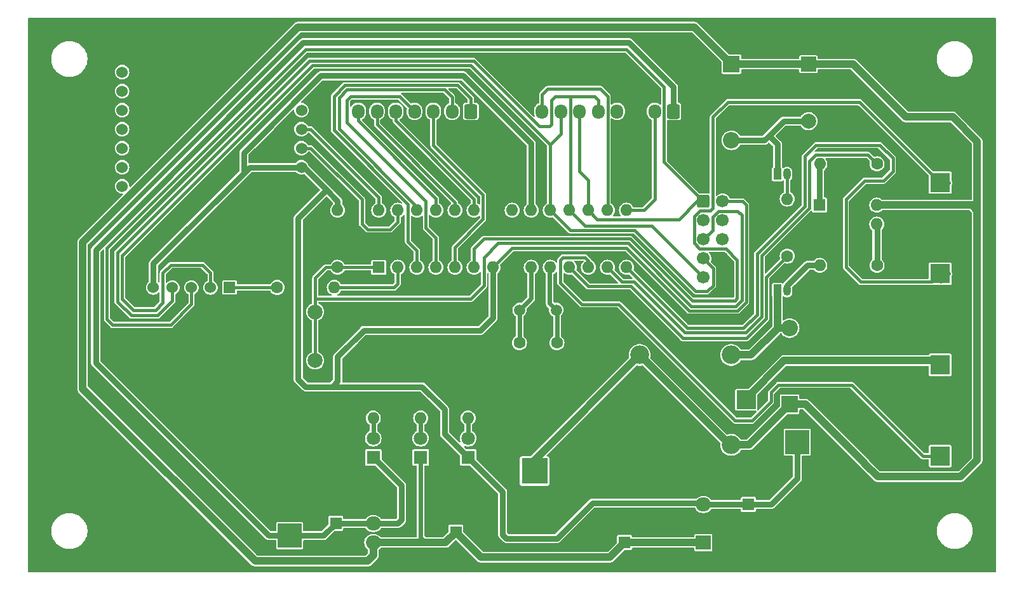
<source format=gbr>
%TF.GenerationSoftware,KiCad,Pcbnew,8.0.5*%
%TF.CreationDate,2024-11-10T22:18:14+02:00*%
%TF.ProjectId,LockBoard,4c6f636b-426f-4617-9264-2e6b69636164,rev?*%
%TF.SameCoordinates,Original*%
%TF.FileFunction,Copper,L2,Bot*%
%TF.FilePolarity,Positive*%
%FSLAX46Y46*%
G04 Gerber Fmt 4.6, Leading zero omitted, Abs format (unit mm)*
G04 Created by KiCad (PCBNEW 8.0.5) date 2024-11-10 22:18:14*
%MOMM*%
%LPD*%
G01*
G04 APERTURE LIST*
G04 Aperture macros list*
%AMRoundRect*
0 Rectangle with rounded corners*
0 $1 Rounding radius*
0 $2 $3 $4 $5 $6 $7 $8 $9 X,Y pos of 4 corners*
0 Add a 4 corners polygon primitive as box body*
4,1,4,$2,$3,$4,$5,$6,$7,$8,$9,$2,$3,0*
0 Add four circle primitives for the rounded corners*
1,1,$1+$1,$2,$3*
1,1,$1+$1,$4,$5*
1,1,$1+$1,$6,$7*
1,1,$1+$1,$8,$9*
0 Add four rect primitives between the rounded corners*
20,1,$1+$1,$2,$3,$4,$5,0*
20,1,$1+$1,$4,$5,$6,$7,0*
20,1,$1+$1,$6,$7,$8,$9,0*
20,1,$1+$1,$8,$9,$2,$3,0*%
G04 Aperture macros list end*
%TA.AperFunction,ComponentPad*%
%ADD10R,1.600000X1.600000*%
%TD*%
%TA.AperFunction,ComponentPad*%
%ADD11C,1.600000*%
%TD*%
%TA.AperFunction,ComponentPad*%
%ADD12R,2.500000X2.500000*%
%TD*%
%TA.AperFunction,ComponentPad*%
%ADD13O,2.500000X2.500000*%
%TD*%
%TA.AperFunction,ComponentPad*%
%ADD14R,1.800000X1.800000*%
%TD*%
%TA.AperFunction,ComponentPad*%
%ADD15C,1.800000*%
%TD*%
%TA.AperFunction,ComponentPad*%
%ADD16R,2.600000X2.600000*%
%TD*%
%TA.AperFunction,ComponentPad*%
%ADD17C,2.600000*%
%TD*%
%TA.AperFunction,ComponentPad*%
%ADD18C,1.500000*%
%TD*%
%TA.AperFunction,ComponentPad*%
%ADD19R,3.500000X3.500000*%
%TD*%
%TA.AperFunction,ComponentPad*%
%ADD20RoundRect,0.750000X1.000000X-0.750000X1.000000X0.750000X-1.000000X0.750000X-1.000000X-0.750000X0*%
%TD*%
%TA.AperFunction,ComponentPad*%
%ADD21RoundRect,0.875000X0.875000X-0.875000X0.875000X0.875000X-0.875000X0.875000X-0.875000X-0.875000X0*%
%TD*%
%TA.AperFunction,ComponentPad*%
%ADD22O,1.600000X1.600000*%
%TD*%
%TA.AperFunction,ComponentPad*%
%ADD23R,2.200000X2.200000*%
%TD*%
%TA.AperFunction,ComponentPad*%
%ADD24O,2.200000X2.200000*%
%TD*%
%TA.AperFunction,ComponentPad*%
%ADD25R,1.050000X1.500000*%
%TD*%
%TA.AperFunction,ComponentPad*%
%ADD26O,1.050000X1.500000*%
%TD*%
%TA.AperFunction,ComponentPad*%
%ADD27R,3.200000X3.200000*%
%TD*%
%TA.AperFunction,ComponentPad*%
%ADD28O,3.200000X3.200000*%
%TD*%
%TA.AperFunction,ComponentPad*%
%ADD29R,2.000000X1.905000*%
%TD*%
%TA.AperFunction,ComponentPad*%
%ADD30O,2.000000X1.905000*%
%TD*%
%TA.AperFunction,ComponentPad*%
%ADD31C,2.000000*%
%TD*%
%TA.AperFunction,ComponentPad*%
%ADD32R,2.000000X2.000000*%
%TD*%
%TA.AperFunction,ComponentPad*%
%ADD33RoundRect,0.250000X0.600000X0.725000X-0.600000X0.725000X-0.600000X-0.725000X0.600000X-0.725000X0*%
%TD*%
%TA.AperFunction,ComponentPad*%
%ADD34O,1.700000X1.950000*%
%TD*%
%TA.AperFunction,ComponentPad*%
%ADD35RoundRect,0.250000X-0.600000X-0.600000X0.600000X-0.600000X0.600000X0.600000X-0.600000X0.600000X0*%
%TD*%
%TA.AperFunction,ComponentPad*%
%ADD36C,1.700000*%
%TD*%
%TA.AperFunction,ComponentPad*%
%ADD37C,1.524000*%
%TD*%
%TA.AperFunction,ComponentPad*%
%ADD38R,1.524000X1.524000*%
%TD*%
%TA.AperFunction,Conductor*%
%ADD39C,1.000000*%
%TD*%
%TA.AperFunction,Conductor*%
%ADD40C,0.600000*%
%TD*%
%TA.AperFunction,Conductor*%
%ADD41C,0.800000*%
%TD*%
%TA.AperFunction,Conductor*%
%ADD42C,0.400000*%
%TD*%
G04 APERTURE END LIST*
D10*
%TO.P,C4,1*%
%TO.N,+12V*%
X142500000Y-134540000D03*
D11*
%TO.P,C4,2*%
%TO.N,GND*%
X142500000Y-132040000D03*
%TD*%
D12*
%TO.P,K1,1*%
%TO.N,Net-(J8-Pin_1)*%
X158700000Y-115500000D03*
D13*
%TO.P,K1,2*%
%TO.N,Net-(D1-A)*%
X156700000Y-109500000D03*
%TO.P,K1,3*%
%TO.N,+12V*%
X144500000Y-109500000D03*
%TO.P,K1,4*%
%TO.N,GND*%
X144500000Y-121500000D03*
%TO.P,K1,5*%
%TO.N,+12V*%
X156700000Y-121500000D03*
%TD*%
D14*
%TO.P,D5,1,A*%
%TO.N,+12V*%
X115320375Y-123170000D03*
D15*
%TO.P,D5,2,K*%
%TO.N,Net-(D5-K)*%
X115320375Y-120630000D03*
%TD*%
D16*
%TO.P,MAGNETIC,1,Pin_1*%
%TO.N,/CLOSED_PROXIMITY*%
X184555000Y-123000000D03*
D17*
%TO.P,MAGNETIC,2,Pin_2*%
%TO.N,GND*%
X184555000Y-118000000D03*
%TD*%
D10*
%TO.P,C6,1*%
%TO.N,+3.3V*%
X104000000Y-131960000D03*
D11*
%TO.P,C6,2*%
%TO.N,GND*%
X104000000Y-129460000D03*
%TD*%
D18*
%TO.P,Y1,1,1*%
%TO.N,Net-(U1-XTAL2{slash}PB7)*%
X133380000Y-103500000D03*
%TO.P,Y1,2,2*%
%TO.N,Net-(U1-XTAL1{slash}PB6)*%
X128500000Y-103500000D03*
%TD*%
D19*
%TO.P,J1,1*%
%TO.N,+12V*%
X130500000Y-125000000D03*
D20*
%TO.P,J1,2*%
%TO.N,GND*%
X130500000Y-131000000D03*
D21*
%TO.P,J1,3*%
X135200000Y-128000000D03*
%TD*%
D11*
%TO.P,R7,1*%
%TO.N,GND*%
X109000000Y-110310000D03*
D22*
%TO.P,R7,2*%
%TO.N,Net-(D7-K)*%
X109000000Y-117930000D03*
%TD*%
D11*
%TO.P,C1,1*%
%TO.N,Net-(U1-XTAL1{slash}PB6)*%
X128490000Y-107880000D03*
%TO.P,C1,2*%
%TO.N,GND*%
X128490000Y-112880000D03*
%TD*%
%TO.P,R1,1*%
%TO.N,/RESET*%
X104250000Y-97810000D03*
D22*
%TO.P,R1,2*%
%TO.N,+5V*%
X104250000Y-90190000D03*
%TD*%
D23*
%TO.P,D1,1,K*%
%TO.N,+12V*%
X164500000Y-116080000D03*
D24*
%TO.P,D1,2,A*%
%TO.N,Net-(D1-A)*%
X164500000Y-105920000D03*
%TD*%
D16*
%TO.P,J6,1,Pin_1*%
%TO.N,/CLOSE_LIMIT*%
X184555000Y-98666666D03*
D17*
%TO.P,J6,2,Pin_2*%
%TO.N,GND*%
X184555000Y-93666666D03*
%TD*%
D25*
%TO.P,Q1,1,C*%
%TO.N,Net-(D1-A)*%
X162875000Y-100860000D03*
D26*
%TO.P,Q1,2,B*%
%TO.N,Net-(Q1-B)*%
X164145000Y-100860000D03*
%TO.P,Q1,3,E*%
%TO.N,GND*%
X165415000Y-100860000D03*
%TD*%
D27*
%TO.P,D3,1,K*%
%TO.N,+3.3V*%
X97859250Y-133620000D03*
D28*
%TO.P,D3,2,A*%
%TO.N,GND*%
X97859250Y-118380000D03*
%TD*%
D29*
%TO.P,U4,1,GND*%
%TO.N,GND*%
X109000000Y-129460000D03*
D30*
%TO.P,U4,2,VO*%
%TO.N,+3.3V*%
X109000000Y-132000000D03*
%TO.P,U4,3,VI*%
%TO.N,+12V*%
X109000000Y-134540000D03*
%TD*%
D31*
%TO.P,SW1,1,1*%
%TO.N,GND*%
X96750000Y-110250000D03*
X96750000Y-103750000D03*
%TO.P,SW1,2,2*%
%TO.N,/RESET*%
X101250000Y-110250000D03*
X101250000Y-103750000D03*
%TD*%
D11*
%TO.P,R6,1*%
%TO.N,GND*%
X121640750Y-110310000D03*
D22*
%TO.P,R6,2*%
%TO.N,Net-(D6-K)*%
X121640750Y-117930000D03*
%TD*%
D11*
%TO.P,R10,1*%
%TO.N,/SD_CS*%
X96190000Y-100500000D03*
D22*
%TO.P,R10,2*%
X103810000Y-100500000D03*
%TD*%
D10*
%TO.P,C5,1*%
%TO.N,+12V*%
X120000000Y-133152651D03*
D11*
%TO.P,C5,2*%
%TO.N,GND*%
X120000000Y-130652651D03*
%TD*%
D14*
%TO.P,D6,1,A*%
%TO.N,+5V*%
X121640750Y-123170000D03*
D15*
%TO.P,D6,2,K*%
%TO.N,Net-(D6-K)*%
X121640750Y-120630000D03*
%TD*%
D32*
%TO.P,BZ1,1,+*%
%TO.N,+12V*%
X167000000Y-70700000D03*
D31*
%TO.P,BZ1,2,-*%
%TO.N,Net-(BZ1--)*%
X167000000Y-78300000D03*
%TD*%
D23*
%TO.P,D4,1,K*%
%TO.N,+12V*%
X156730000Y-70700000D03*
D24*
%TO.P,D4,2,A*%
%TO.N,Net-(BZ1--)*%
X156730000Y-80860000D03*
%TD*%
D11*
%TO.P,R5,1*%
%TO.N,GND*%
X115320375Y-110310000D03*
D22*
%TO.P,R5,2*%
%TO.N,Net-(D5-K)*%
X115320375Y-117930000D03*
%TD*%
D16*
%TO.P,J5,1,Pin_1*%
%TO.N,/OPEN_LIMIT*%
X184555000Y-86500000D03*
D17*
%TO.P,J5,2,Pin_2*%
%TO.N,GND*%
X184555000Y-81500000D03*
%TD*%
D27*
%TO.P,D2,1,K*%
%TO.N,+5V*%
X165500000Y-121150000D03*
D28*
%TO.P,D2,2,A*%
%TO.N,GND*%
X165500000Y-136390000D03*
%TD*%
D33*
%TO.P,U5,1,VCC*%
%TO.N,+3.3V*%
X149000000Y-77000000D03*
D34*
%TO.P,U5,2,RST*%
%TO.N,/RFID_RST*%
X146500000Y-77000000D03*
%TO.P,U5,3,GND*%
%TO.N,GND*%
X144000000Y-77000000D03*
%TO.P,U5,4,IRQ*%
%TO.N,unconnected-(U5-IRQ-Pad4)*%
X141500000Y-77000000D03*
%TO.P,U5,5,MISO/SCL/TX*%
%TO.N,/MISO*%
X139000000Y-77000000D03*
%TO.P,U5,6,MOSI*%
%TO.N,/MOSI*%
X136500000Y-77000000D03*
%TO.P,U5,7,SCK*%
%TO.N,/SPI_SCK*%
X134000000Y-77000000D03*
%TO.P,U5,8,SS/SDA/RX*%
%TO.N,/SPI_SDA*%
X131500000Y-77000000D03*
%TD*%
D35*
%TO.P,J7,1,Pin_1*%
%TO.N,/MOSI*%
X153000000Y-89000000D03*
D36*
%TO.P,J7,2,Pin_2*%
%TO.N,+5V*%
X155540000Y-89000000D03*
%TO.P,J7,3,Pin_3*%
%TO.N,unconnected-(J7-Pin_3-Pad3)*%
X153000000Y-91540000D03*
%TO.P,J7,4,Pin_4*%
%TO.N,unconnected-(J7-Pin_4-Pad4)*%
X155540000Y-91540000D03*
%TO.P,J7,5,Pin_5*%
%TO.N,/RESET*%
X153000000Y-94080000D03*
%TO.P,J7,6,Pin_6*%
%TO.N,unconnected-(J7-Pin_6-Pad6)*%
X155540000Y-94080000D03*
%TO.P,J7,7,Pin_7*%
%TO.N,/SPI_SCK*%
X153000000Y-96620000D03*
%TO.P,J7,8,Pin_8*%
%TO.N,GND*%
X155540000Y-96620000D03*
%TO.P,J7,9,Pin_9*%
%TO.N,/MISO*%
X153000000Y-99160000D03*
%TO.P,J7,10,Pin_10*%
%TO.N,GND*%
X155540000Y-99160000D03*
%TD*%
D10*
%TO.P,C3,1*%
%TO.N,+5V*%
X159000000Y-129460000D03*
D11*
%TO.P,C3,2*%
%TO.N,GND*%
X159000000Y-131960000D03*
%TD*%
%TO.P,R4,1*%
%TO.N,/BUZZER*%
X164165000Y-96310000D03*
D22*
%TO.P,R4,2*%
%TO.N,Net-(Q2-B)*%
X164165000Y-88690000D03*
%TD*%
D37*
%TO.P,J9,1,Pin_1*%
%TO.N,unconnected-(J9-Pin_1-Pad1)*%
X75530000Y-87000000D03*
%TO.P,J9,2,Pin_2*%
%TO.N,unconnected-(J9-Pin_2-Pad2)*%
X75530000Y-84460000D03*
%TO.P,J9,3,Pin_3*%
%TO.N,unconnected-(J9-Pin_3-Pad3)*%
X75530000Y-81920000D03*
%TO.P,J9,4,Pin_4*%
%TO.N,unconnected-(J9-Pin_4-Pad4)*%
X75530000Y-79380000D03*
%TO.P,J9,5,Pin_5*%
%TO.N,unconnected-(J9-Pin_5-Pad5)*%
X75530000Y-76840000D03*
%TO.P,J9,6,Pin_6*%
%TO.N,unconnected-(J9-Pin_6-Pad6)*%
X75530000Y-74300000D03*
%TO.P,J9,7,Pin_7*%
%TO.N,unconnected-(J9-Pin_7-Pad7)*%
X75530000Y-71760000D03*
%TO.P,J9,8,Pin_8*%
%TO.N,GND*%
X99430000Y-87000000D03*
%TO.P,J9,9,Pin_9*%
%TO.N,+5V*%
X99430000Y-84460000D03*
%TO.P,J9,10,Pin_10*%
%TO.N,/I2C_SDA*%
X99430000Y-81920000D03*
%TO.P,J9,11,Pin_11*%
%TO.N,/I2C_SCL*%
X99430000Y-79380000D03*
%TO.P,J9,12,Pin_12*%
%TO.N,unconnected-(J9-Pin_12-Pad12)*%
X99430000Y-76840000D03*
%TD*%
D10*
%TO.P,U1,1,~{RESET}/PC6*%
%TO.N,/RESET*%
X109730000Y-97810000D03*
D22*
%TO.P,U1,2,PD0*%
%TO.N,/SD_CS*%
X112270000Y-97810000D03*
%TO.P,U1,3,PD1*%
%TO.N,/COL1*%
X114810000Y-97810000D03*
%TO.P,U1,4,PD2*%
%TO.N,/ROW4*%
X117350000Y-97810000D03*
%TO.P,U1,5,PD3*%
%TO.N,/COL3*%
X119890000Y-97810000D03*
%TO.P,U1,6,PD4*%
%TO.N,/OPEN_LIMIT*%
X122430000Y-97810000D03*
%TO.P,U1,7,VCC*%
%TO.N,+5V*%
X124970000Y-97810000D03*
%TO.P,U1,8,GND*%
%TO.N,GND*%
X127510000Y-97810000D03*
%TO.P,U1,9,XTAL1/PB6*%
%TO.N,Net-(U1-XTAL1{slash}PB6)*%
X130050000Y-97810000D03*
%TO.P,U1,10,XTAL2/PB7*%
%TO.N,Net-(U1-XTAL2{slash}PB7)*%
X132590000Y-97810000D03*
%TO.P,U1,11,PD5*%
%TO.N,/BUZZER*%
X135130000Y-97810000D03*
%TO.P,U1,12,PD6*%
%TO.N,/CLOSED_PROXIMITY*%
X137670000Y-97810000D03*
%TO.P,U1,13,PD7*%
%TO.N,/RELAY*%
X140210000Y-97810000D03*
%TO.P,U1,14,PB0*%
%TO.N,/CLOSE_LIMIT*%
X142750000Y-97810000D03*
%TO.P,U1,15,PB1*%
%TO.N,/RFID_RST*%
X142750000Y-90190000D03*
%TO.P,U1,16,PB2*%
%TO.N,/SPI_SDA*%
X140210000Y-90190000D03*
%TO.P,U1,17,PB3*%
%TO.N,/MOSI*%
X137670000Y-90190000D03*
%TO.P,U1,18,PB4*%
%TO.N,/MISO*%
X135130000Y-90190000D03*
%TO.P,U1,19,PB5*%
%TO.N,/SPI_SCK*%
X132590000Y-90190000D03*
%TO.P,U1,20,AVCC*%
%TO.N,+5V*%
X130050000Y-90190000D03*
%TO.P,U1,21,AREF*%
%TO.N,unconnected-(U1-AREF-Pad21)*%
X127510000Y-90190000D03*
%TO.P,U1,22,GND*%
%TO.N,GND*%
X124970000Y-90190000D03*
%TO.P,U1,23,PC0*%
%TO.N,/ROW3*%
X122430000Y-90190000D03*
%TO.P,U1,24,PC1*%
%TO.N,/ROW2*%
X119890000Y-90190000D03*
%TO.P,U1,25,PC2*%
%TO.N,/ROW1*%
X117350000Y-90190000D03*
%TO.P,U1,26,PC3*%
%TO.N,/COL2*%
X114810000Y-90190000D03*
%TO.P,U1,27,PC4*%
%TO.N,/I2C_SDA*%
X112270000Y-90190000D03*
%TO.P,U1,28,PC5*%
%TO.N,/I2C_SCL*%
X109730000Y-90190000D03*
%TD*%
D10*
%TO.P,U2,1*%
%TO.N,Net-(R3-Pad2)*%
X168490000Y-89500000D03*
D22*
%TO.P,U2,2*%
%TO.N,GND*%
X168490000Y-92040000D03*
%TO.P,U2,3*%
%TO.N,Net-(R2-Pad1)*%
X176110000Y-92040000D03*
%TO.P,U2,4*%
%TO.N,+12V*%
X176110000Y-89500000D03*
%TD*%
D14*
%TO.P,D7,1,A*%
%TO.N,+3.3V*%
X109000000Y-123170000D03*
D15*
%TO.P,D7,2,K*%
%TO.N,Net-(D7-K)*%
X109000000Y-120630000D03*
%TD*%
D16*
%TO.P,J8,1,Pin_1*%
%TO.N,Net-(J8-Pin_1)*%
X184555000Y-110833332D03*
D17*
%TO.P,J8,2,Pin_2*%
%TO.N,GND*%
X184555000Y-105833332D03*
%TD*%
D11*
%TO.P,R11,1*%
%TO.N,GND*%
X126750000Y-80370000D03*
D22*
%TO.P,R11,2*%
X126750000Y-72750000D03*
%TD*%
D25*
%TO.P,Q2,1,C*%
%TO.N,Net-(BZ1--)*%
X162875000Y-85360000D03*
D26*
%TO.P,Q2,2,B*%
%TO.N,Net-(Q2-B)*%
X164145000Y-85360000D03*
%TO.P,Q2,3,E*%
%TO.N,GND*%
X165415000Y-85360000D03*
%TD*%
D11*
%TO.P,R3,1*%
%TO.N,/RELAY*%
X176140000Y-84000000D03*
D22*
%TO.P,R3,2*%
%TO.N,Net-(R3-Pad2)*%
X168520000Y-84000000D03*
%TD*%
D11*
%TO.P,C2,1*%
%TO.N,Net-(U1-XTAL2{slash}PB7)*%
X133490000Y-107880000D03*
%TO.P,C2,2*%
%TO.N,GND*%
X133490000Y-112880000D03*
%TD*%
%TO.P,R2,1*%
%TO.N,Net-(R2-Pad1)*%
X176140000Y-97550000D03*
D22*
%TO.P,R2,2*%
%TO.N,Net-(Q1-B)*%
X168520000Y-97550000D03*
%TD*%
D29*
%TO.P,U3,1,IN*%
%TO.N,+12V*%
X153000000Y-134540000D03*
D30*
%TO.P,U3,2,GND*%
%TO.N,GND*%
X153000000Y-132000000D03*
%TO.P,U3,3,OUT*%
%TO.N,+5V*%
X153000000Y-129460000D03*
%TD*%
D38*
%TO.P,J2,1,Pin_1*%
%TO.N,/SD_CS*%
X89850000Y-100500000D03*
D37*
%TO.P,J2,2,Pin_2*%
%TO.N,/SPI_SCK*%
X87310000Y-100500000D03*
%TO.P,J2,3,Pin_3*%
%TO.N,/MOSI*%
X84770000Y-100500000D03*
%TO.P,J2,4,Pin_4*%
%TO.N,/MISO*%
X82230000Y-100500000D03*
%TO.P,J2,5,Pin_5*%
%TO.N,+5V*%
X79690000Y-100500000D03*
%TO.P,J2,6,Pin_6*%
%TO.N,GND*%
X77150000Y-100500000D03*
%TD*%
D33*
%TO.P,MOD1,1,D*%
%TO.N,/COL1*%
X122000000Y-77000000D03*
D34*
%TO.P,MOD1,2,E*%
%TO.N,/COL2*%
X119500000Y-77000000D03*
%TO.P,MOD1,3,F*%
%TO.N,/COL3*%
X117000000Y-77000000D03*
%TO.P,MOD1,4,G*%
%TO.N,/ROW4*%
X114500000Y-77000000D03*
%TO.P,MOD1,5,H*%
%TO.N,/ROW3*%
X112000000Y-77000000D03*
%TO.P,MOD1,6,J*%
%TO.N,/ROW2*%
X109500000Y-77000000D03*
%TO.P,MOD1,7,K*%
%TO.N,/ROW1*%
X107000000Y-77000000D03*
%TD*%
D39*
%TO.N,+12V*%
X140540000Y-136500000D02*
X123347349Y-136500000D01*
X174500000Y-124000000D02*
X176250000Y-125750000D01*
X142500000Y-134540000D02*
X140540000Y-136500000D01*
X153000000Y-134540000D02*
X153450000Y-134090000D01*
X189500000Y-90250000D02*
X188750000Y-89500000D01*
X108250000Y-137000000D02*
X93250000Y-137000000D01*
X118612651Y-134540000D02*
X120000000Y-133152651D01*
X109000000Y-134540000D02*
X118612651Y-134540000D01*
X99000000Y-65750000D02*
X151780000Y-65750000D01*
X174500000Y-123980000D02*
X174500000Y-124000000D01*
X144500000Y-109500000D02*
X156500000Y-121500000D01*
X156730000Y-70700000D02*
X167000000Y-70700000D01*
X142500000Y-134540000D02*
X153000000Y-134540000D01*
X109000000Y-136250000D02*
X108250000Y-137000000D01*
X187250000Y-125750000D02*
X189500000Y-123500000D01*
X176250000Y-125750000D02*
X187250000Y-125750000D01*
X186250000Y-77750000D02*
X189500000Y-81000000D01*
X164500000Y-116080000D02*
X166600000Y-116080000D01*
D40*
X115320375Y-123170000D02*
X115320375Y-133860375D01*
D39*
X166600000Y-116080000D02*
X174500000Y-123980000D01*
X130500000Y-125000000D02*
X130500000Y-123500000D01*
X189500000Y-123500000D02*
X189500000Y-90250000D01*
X70250000Y-114000000D02*
X70250000Y-94500000D01*
X159080000Y-121500000D02*
X156700000Y-121500000D01*
D40*
X115320375Y-133860375D02*
X116000000Y-134540000D01*
D39*
X93250000Y-137000000D02*
X70250000Y-114000000D01*
X130500000Y-123500000D02*
X144500000Y-109500000D01*
X123347349Y-136500000D02*
X120000000Y-133152651D01*
X109000000Y-134540000D02*
X109000000Y-136250000D01*
X188750000Y-89500000D02*
X176110000Y-89500000D01*
X70250000Y-94500000D02*
X99000000Y-65750000D01*
X151780000Y-65750000D02*
X156730000Y-70700000D01*
X189500000Y-81000000D02*
X189500000Y-90250000D01*
X156500000Y-121500000D02*
X156700000Y-121500000D01*
X180000000Y-77750000D02*
X186250000Y-77750000D01*
X172950000Y-70700000D02*
X180000000Y-77750000D01*
X164500000Y-116080000D02*
X159080000Y-121500000D01*
X167000000Y-70700000D02*
X172950000Y-70700000D01*
D41*
%TO.N,+5V*%
X104250000Y-109750000D02*
X104250000Y-113000000D01*
X126750000Y-134000000D02*
X133500000Y-134000000D01*
D42*
X157547056Y-103600000D02*
X151100000Y-103600000D01*
D41*
X124970000Y-104530000D02*
X123250000Y-106250000D01*
X91750000Y-82500000D02*
X91750000Y-85250000D01*
X159000000Y-129460000D02*
X162040000Y-129460000D01*
X162040000Y-129460000D02*
X165500000Y-126000000D01*
D42*
X158250000Y-89000000D02*
X158700000Y-89450000D01*
D41*
X121640750Y-123170000D02*
X118500000Y-120029250D01*
X93250000Y-84500000D02*
X93290000Y-84460000D01*
X104250000Y-90190000D02*
X104250000Y-88940000D01*
X91750000Y-85250000D02*
X92500000Y-84500000D01*
X93290000Y-84460000D02*
X99430000Y-84460000D01*
X130050000Y-81300000D02*
X121000000Y-72250000D01*
X153000000Y-129460000D02*
X159000000Y-129460000D01*
X121000000Y-72250000D02*
X102000000Y-72250000D01*
X115500000Y-113750000D02*
X103500000Y-113750000D01*
X104250000Y-113000000D02*
X103500000Y-113750000D01*
X130050000Y-90190000D02*
X130050000Y-81300000D01*
X133500000Y-134000000D02*
X138250000Y-129250000D01*
X123250000Y-106250000D02*
X107750000Y-106250000D01*
D42*
X155540000Y-89000000D02*
X158250000Y-89000000D01*
D41*
X99770000Y-84460000D02*
X99430000Y-84460000D01*
X92500000Y-84500000D02*
X93250000Y-84500000D01*
X107750000Y-106250000D02*
X104250000Y-109750000D01*
X104250000Y-88940000D02*
X102780000Y-87470000D01*
X79690000Y-100500000D02*
X79690000Y-97310000D01*
X118500000Y-120029250D02*
X118500000Y-116750000D01*
X99000000Y-91250000D02*
X102780000Y-87470000D01*
X138250000Y-129250000D02*
X152790000Y-129250000D01*
X118500000Y-116750000D02*
X115500000Y-113750000D01*
D42*
X142750000Y-95250000D02*
X127530000Y-95250000D01*
D41*
X121640750Y-123170000D02*
X126250000Y-127779250D01*
X102780000Y-87470000D02*
X99770000Y-84460000D01*
X79690000Y-97310000D02*
X92500000Y-84500000D01*
X126250000Y-133500000D02*
X126750000Y-134000000D01*
X165500000Y-126000000D02*
X165500000Y-121150000D01*
D42*
X158700000Y-89450000D02*
X158700000Y-102447056D01*
X151100000Y-103600000D02*
X142750000Y-95250000D01*
D41*
X99000000Y-112750000D02*
X99000000Y-91250000D01*
D42*
X127530000Y-95250000D02*
X124970000Y-97810000D01*
X158700000Y-102447056D02*
X157547056Y-103600000D01*
D41*
X124970000Y-97810000D02*
X124970000Y-104530000D01*
X103500000Y-113750000D02*
X100000000Y-113750000D01*
X126250000Y-127779250D02*
X126250000Y-133500000D01*
X100000000Y-113750000D02*
X99000000Y-112750000D01*
X152790000Y-129250000D02*
X153000000Y-129460000D01*
X102000000Y-72250000D02*
X91750000Y-82500000D01*
%TO.N,+3.3V*%
X112750000Y-131500000D02*
X112750000Y-126920000D01*
X104040000Y-132000000D02*
X104000000Y-131960000D01*
X95089250Y-133620000D02*
X72000000Y-110530750D01*
X102340000Y-133620000D02*
X104000000Y-131960000D01*
X72000000Y-95500000D02*
X99650000Y-67850000D01*
X112750000Y-126920000D02*
X109000000Y-123170000D01*
X109000000Y-132000000D02*
X104040000Y-132000000D01*
X72000000Y-110530750D02*
X72000000Y-95500000D01*
X112250000Y-132000000D02*
X112750000Y-131500000D01*
X149000000Y-73750000D02*
X149000000Y-77000000D01*
X97859250Y-133620000D02*
X102340000Y-133620000D01*
X97859250Y-133620000D02*
X95089250Y-133620000D01*
X143100000Y-67850000D02*
X149000000Y-73750000D01*
X99650000Y-67850000D02*
X143100000Y-67850000D01*
X109000000Y-132000000D02*
X112250000Y-132000000D01*
D42*
%TO.N,/MISO*%
X131125000Y-79000000D02*
X122375000Y-70250000D01*
X132500000Y-79000000D02*
X131125000Y-79000000D01*
X135250000Y-90070000D02*
X135250000Y-75107233D01*
X135142767Y-75000000D02*
X138500000Y-75000000D01*
X137190000Y-92250000D02*
X135130000Y-90190000D01*
X153000000Y-99160000D02*
X146090000Y-92250000D01*
X74900000Y-95850000D02*
X74900000Y-102400000D01*
X139000000Y-75500000D02*
X139000000Y-77000000D01*
X133250000Y-75000000D02*
X132750000Y-75500000D01*
X135250000Y-75107233D02*
X135142767Y-75000000D01*
X138500000Y-75000000D02*
X139000000Y-75500000D01*
X135130000Y-90190000D02*
X135250000Y-90070000D01*
X132750000Y-78750000D02*
X132500000Y-79000000D01*
X132750000Y-75500000D02*
X132750000Y-78750000D01*
X135142767Y-75000000D02*
X133250000Y-75000000D01*
X82230000Y-102270000D02*
X82230000Y-100500000D01*
X74900000Y-102400000D02*
X76750000Y-104250000D01*
X146090000Y-92250000D02*
X137190000Y-92250000D01*
X100500000Y-70250000D02*
X74900000Y-95850000D01*
X80250000Y-104250000D02*
X82230000Y-102270000D01*
X122375000Y-70250000D02*
X100500000Y-70250000D01*
X76750000Y-104250000D02*
X80250000Y-104250000D01*
%TO.N,/MOSI*%
X74250000Y-105500000D02*
X82000000Y-105500000D01*
X136500000Y-85000000D02*
X136500000Y-77000000D01*
X147750000Y-83750000D02*
X147750000Y-73750000D01*
X142750000Y-68750000D02*
X100000000Y-68750000D01*
X100000000Y-68750000D02*
X73500000Y-95250000D01*
X137670000Y-90190000D02*
X138870000Y-91390000D01*
X153000000Y-89000000D02*
X147750000Y-83750000D01*
X82000000Y-105500000D02*
X84770000Y-102730000D01*
X137670000Y-86170000D02*
X136500000Y-85000000D01*
X73500000Y-104750000D02*
X74250000Y-105500000D01*
X149760000Y-91390000D02*
X152150000Y-89000000D01*
X137670000Y-90190000D02*
X137670000Y-86170000D01*
X73500000Y-95250000D02*
X73500000Y-104750000D01*
X152150000Y-89000000D02*
X153000000Y-89000000D01*
X147750000Y-73750000D02*
X142750000Y-68750000D01*
X84770000Y-102730000D02*
X84770000Y-100500000D01*
X138870000Y-91390000D02*
X149760000Y-91390000D01*
%TO.N,/ROW4*%
X116010000Y-92510000D02*
X116010000Y-89010000D01*
X117350000Y-97810000D02*
X117350000Y-93850000D01*
X116010000Y-89010000D02*
X105500000Y-78500000D01*
X117350000Y-93850000D02*
X116010000Y-92510000D01*
X106000000Y-75000000D02*
X112500000Y-75000000D01*
X105500000Y-78500000D02*
X105500000Y-75500000D01*
X112500000Y-75000000D02*
X114500000Y-77000000D01*
X105500000Y-75500000D02*
X106000000Y-75000000D01*
%TO.N,/ROW2*%
X109500000Y-78750000D02*
X119890000Y-89140000D01*
X109500000Y-77000000D02*
X109500000Y-78750000D01*
X119890000Y-89140000D02*
X119890000Y-90190000D01*
%TO.N,/COL1*%
X122000000Y-75250000D02*
X120250000Y-73500000D01*
X113610000Y-89360001D02*
X113610000Y-94360000D01*
X122000000Y-77000000D02*
X122000000Y-75250000D01*
X105250000Y-73500000D02*
X103750000Y-75000000D01*
X103750000Y-75000000D02*
X103750000Y-79500001D01*
X103750000Y-79500001D02*
X113610000Y-89360001D01*
X120250000Y-73500000D02*
X105250000Y-73500000D01*
X114810000Y-95560000D02*
X114810000Y-97810000D01*
X113610000Y-94360000D02*
X114810000Y-95560000D01*
%TO.N,/COL2*%
X119500000Y-77000000D02*
X119500000Y-75100000D01*
X119500000Y-75100000D02*
X118500000Y-74100000D01*
X105498528Y-74100000D02*
X104424264Y-75174264D01*
X104424264Y-75174264D02*
X104424264Y-79325737D01*
X104424264Y-79325737D02*
X114810000Y-89711473D01*
X118500000Y-74100000D02*
X105498528Y-74100000D01*
X114810000Y-89711473D02*
X114810000Y-90190000D01*
%TO.N,/ROW1*%
X107000000Y-77000000D02*
X107000000Y-78250000D01*
X107000000Y-78250000D02*
X117350000Y-88600000D01*
X117350000Y-88600000D02*
X117350000Y-90190000D01*
%TO.N,/ROW3*%
X112000000Y-77000000D02*
X112000000Y-78250000D01*
X112000000Y-78250000D02*
X122430000Y-88680000D01*
X122430000Y-88680000D02*
X122430000Y-90190000D01*
%TO.N,/COL3*%
X119890000Y-95124415D02*
X119890000Y-97810000D01*
X123630000Y-88130000D02*
X123630000Y-91384415D01*
X123630000Y-91384415D02*
X119890000Y-95124415D01*
X117000000Y-81500000D02*
X123630000Y-88130000D01*
X117000000Y-77000000D02*
X117000000Y-81500000D01*
D41*
%TO.N,Net-(Q1-B)*%
X164145000Y-100860000D02*
X164145000Y-100270000D01*
X166865000Y-97550000D02*
X168520000Y-97550000D01*
X164145000Y-100270000D02*
X166865000Y-97550000D01*
D40*
%TO.N,Net-(U1-XTAL1{slash}PB6)*%
X128490000Y-103510000D02*
X128500000Y-103500000D01*
X128500000Y-103500000D02*
X130050000Y-101950000D01*
X130050000Y-101950000D02*
X130050000Y-97810000D01*
X128490000Y-107880000D02*
X128490000Y-103510000D01*
%TO.N,Net-(U1-XTAL2{slash}PB7)*%
X132500000Y-102620000D02*
X132500000Y-97900000D01*
X133490000Y-107880000D02*
X133490000Y-103610000D01*
X133490000Y-103610000D02*
X133380000Y-103500000D01*
X133380000Y-103500000D02*
X132500000Y-102620000D01*
X132500000Y-97900000D02*
X132590000Y-97810000D01*
D41*
%TO.N,Net-(R3-Pad2)*%
X168490000Y-89500000D02*
X168490000Y-84030000D01*
X168490000Y-84030000D02*
X168520000Y-84000000D01*
D42*
%TO.N,/RELAY*%
X158651472Y-106500000D02*
X150500000Y-106500000D01*
X150500000Y-106500000D02*
X143750000Y-99750000D01*
X174940000Y-82800000D02*
X167950000Y-82800000D01*
X167100000Y-89913528D02*
X160750000Y-96263528D01*
X142150000Y-99750000D02*
X140210000Y-97810000D01*
X176140000Y-84000000D02*
X174940000Y-82800000D01*
X167950000Y-82800000D02*
X167100000Y-83650000D01*
X143750000Y-99750000D02*
X142150000Y-99750000D01*
X167100000Y-83650000D02*
X167100000Y-89913528D01*
X160750000Y-104401472D02*
X158651472Y-106500000D01*
X160750000Y-96263528D02*
X160750000Y-104401472D01*
D41*
%TO.N,Net-(BZ1--)*%
X167000000Y-78300000D02*
X163700000Y-78300000D01*
X162875000Y-81375000D02*
X161750000Y-80250000D01*
X163700000Y-78300000D02*
X161750000Y-80250000D01*
X162875000Y-85360000D02*
X162875000Y-81375000D01*
X161140000Y-80860000D02*
X156730000Y-80860000D01*
X161750000Y-80250000D02*
X161140000Y-80860000D01*
D42*
%TO.N,/SPI_SCK*%
X86250000Y-97500000D02*
X87310000Y-98560000D01*
X153000000Y-96620000D02*
X154290000Y-97910000D01*
X80940000Y-98560000D02*
X80940000Y-102560000D01*
X132590000Y-81410000D02*
X132590000Y-90190000D01*
X87310000Y-98560000D02*
X87310000Y-100500000D01*
X143850000Y-92850000D02*
X135250000Y-92850000D01*
X100900000Y-70850000D02*
X75500000Y-96250000D01*
X132590000Y-81410000D02*
X134000000Y-80000000D01*
X132590000Y-81410000D02*
X122030000Y-70850000D01*
X154290000Y-100210000D02*
X153500000Y-101000000D01*
X135250000Y-92850000D02*
X132590000Y-90190000D01*
X75500000Y-96250000D02*
X75500000Y-102000000D01*
X82000000Y-97500000D02*
X86250000Y-97500000D01*
X153500000Y-101000000D02*
X152000000Y-101000000D01*
X152000000Y-101000000D02*
X143850000Y-92850000D01*
X80940000Y-98560000D02*
X82000000Y-97500000D01*
X80000000Y-103500000D02*
X80940000Y-102560000D01*
X122030000Y-70850000D02*
X100900000Y-70850000D01*
X75500000Y-102000000D02*
X77000000Y-103500000D01*
X134000000Y-80000000D02*
X134000000Y-77000000D01*
X154290000Y-97910000D02*
X154290000Y-100210000D01*
X77000000Y-103500000D02*
X80000000Y-103500000D01*
%TO.N,/SD_CS*%
X112270000Y-97810000D02*
X112270000Y-99980000D01*
X111750000Y-100500000D02*
X103810000Y-100500000D01*
X89850000Y-100500000D02*
X96190000Y-100500000D01*
X112270000Y-99980000D02*
X111750000Y-100500000D01*
%TO.N,/I2C_SCL*%
X109730000Y-88480000D02*
X109730000Y-90190000D01*
X100630000Y-79380000D02*
X109730000Y-88480000D01*
X99430000Y-79380000D02*
X100630000Y-79380000D01*
%TO.N,/I2C_SDA*%
X112270000Y-90190000D02*
X112270000Y-91730000D01*
X107500000Y-88750000D02*
X100670000Y-81920000D01*
X108250000Y-92750000D02*
X107500000Y-92000000D01*
X112270000Y-91730000D02*
X111250000Y-92750000D01*
X107500000Y-92000000D02*
X107500000Y-88750000D01*
X100670000Y-81920000D02*
X99430000Y-81920000D01*
X111250000Y-92750000D02*
X108250000Y-92750000D01*
%TO.N,/CLOSED_PROXIMITY*%
X133930000Y-96820000D02*
X133930000Y-99896547D01*
X182250000Y-123000000D02*
X184555000Y-123000000D01*
X162000000Y-115750000D02*
X162000000Y-114500000D01*
X137670000Y-96920000D02*
X137250000Y-96500000D01*
X162000000Y-114500000D02*
X163000000Y-113500000D01*
X136783453Y-102750000D02*
X141750000Y-102750000D01*
X172750000Y-113500000D02*
X182250000Y-123000000D01*
X134250000Y-96500000D02*
X133930000Y-96820000D01*
X137250000Y-96500000D02*
X134250000Y-96500000D01*
X159500000Y-118250000D02*
X162000000Y-115750000D01*
X133930000Y-99896547D02*
X136783453Y-102750000D01*
X137670000Y-97810000D02*
X137670000Y-96920000D01*
X163000000Y-113500000D02*
X172750000Y-113500000D01*
X141750000Y-102750000D02*
X157250000Y-118250000D01*
X157250000Y-118250000D02*
X159500000Y-118250000D01*
%TO.N,/OPEN_LIMIT*%
X157500000Y-101950000D02*
X157500000Y-96812233D01*
X122430000Y-95320000D02*
X123750000Y-94000000D01*
X151750000Y-91022233D02*
X152522233Y-90250000D01*
X122430000Y-97810000D02*
X122430000Y-95320000D01*
X152522233Y-90250000D02*
X153876166Y-90250000D01*
X156250000Y-75750000D02*
X173805000Y-75750000D01*
X184750000Y-86500000D02*
X185750000Y-86500000D01*
X157200000Y-102250000D02*
X157500000Y-101950000D01*
X151500000Y-102250000D02*
X157200000Y-102250000D01*
X154250000Y-89876166D02*
X154250000Y-77750000D01*
X123750000Y-94000000D02*
X143250000Y-94000000D01*
X143250000Y-94000000D02*
X151500000Y-102250000D01*
X184500000Y-86500000D02*
X184555000Y-86500000D01*
X151750000Y-94597767D02*
X151750000Y-91022233D01*
X153876166Y-90250000D02*
X154250000Y-89876166D01*
X157500000Y-96812233D02*
X156017767Y-95330000D01*
X154250000Y-77750000D02*
X156250000Y-75750000D01*
X173805000Y-75750000D02*
X184555000Y-86500000D01*
X152482233Y-95330000D02*
X151750000Y-94597767D01*
X156017767Y-95330000D02*
X152482233Y-95330000D01*
%TO.N,/CLOSE_LIMIT*%
X158350000Y-105900000D02*
X160150000Y-104100000D01*
X160150000Y-104100000D02*
X160150000Y-96015000D01*
X168000000Y-81500000D02*
X168416472Y-81500000D01*
X177000000Y-86250000D02*
X174500000Y-86250000D01*
X142750000Y-97810000D02*
X150840000Y-105900000D01*
X160150000Y-96015000D02*
X166500000Y-89665000D01*
X184666666Y-99750000D02*
X185750000Y-98666666D01*
X172000000Y-88750000D02*
X172000000Y-97750000D01*
X166500000Y-89665000D02*
X166500000Y-83000000D01*
X150840000Y-105900000D02*
X158350000Y-105900000D01*
X172000000Y-97750000D02*
X174000000Y-99750000D01*
X183471666Y-99750000D02*
X184555000Y-98666666D01*
X166500000Y-83000000D02*
X168000000Y-81500000D01*
X174500000Y-86250000D02*
X172000000Y-88750000D01*
X168401472Y-81500000D02*
X176500000Y-81500000D01*
X178250000Y-83250000D02*
X178250000Y-85000000D01*
X176500000Y-81500000D02*
X178250000Y-83250000D01*
X174000000Y-99750000D02*
X183471666Y-99750000D01*
X178250000Y-85000000D02*
X177000000Y-86250000D01*
%TO.N,Net-(Q2-B)*%
X164145000Y-85360000D02*
X164145000Y-88670000D01*
X164145000Y-88670000D02*
X164165000Y-88690000D01*
%TO.N,/BUZZER*%
X150250000Y-107250000D02*
X143350000Y-100350000D01*
X164165000Y-96310000D02*
X161350000Y-99125000D01*
X161350000Y-99125000D02*
X161350000Y-104650000D01*
X161350000Y-104650000D02*
X158750000Y-107250000D01*
X143350000Y-100350000D02*
X137670000Y-100350000D01*
X158750000Y-107250000D02*
X150250000Y-107250000D01*
X137670000Y-100350000D02*
X135130000Y-97810000D01*
%TO.N,/RFID_RST*%
X146500000Y-77000000D02*
X146500000Y-88750000D01*
X142750000Y-90190000D02*
X145060000Y-90190000D01*
X145060000Y-90190000D02*
X146500000Y-88750000D01*
%TO.N,/SPI_SDA*%
X140250000Y-90150000D02*
X140250000Y-75000000D01*
X140250000Y-75000000D02*
X139250000Y-74000000D01*
X139250000Y-74000000D02*
X132250000Y-74000000D01*
X131500000Y-77000000D02*
X131390000Y-77110000D01*
X140210000Y-90190000D02*
X140250000Y-90150000D01*
X131500000Y-74750000D02*
X131500000Y-77000000D01*
X132250000Y-74000000D02*
X131500000Y-74750000D01*
%TO.N,/RESET*%
X102690000Y-97810000D02*
X101250000Y-99250000D01*
X158100000Y-102198528D02*
X157298528Y-103000000D01*
X105500000Y-97810000D02*
X102690000Y-97810000D01*
X143001472Y-94600000D02*
X125650000Y-94600000D01*
X151401472Y-103000000D02*
X143001472Y-94600000D01*
X123770000Y-96480000D02*
X123770000Y-100230000D01*
X157540000Y-90290000D02*
X158100000Y-90850000D01*
X158100000Y-90850000D02*
X158100000Y-102198528D01*
X154250000Y-92830000D02*
X154250000Y-91062233D01*
X122000000Y-102000000D02*
X101250000Y-102000000D01*
X155022233Y-90290000D02*
X157540000Y-90290000D01*
X101250000Y-99250000D02*
X101250000Y-103750000D01*
X101250000Y-110250000D02*
X101250000Y-103750000D01*
X154250000Y-91062233D02*
X155022233Y-90290000D01*
X109730000Y-97810000D02*
X105500000Y-97810000D01*
X125650000Y-94600000D02*
X123770000Y-96480000D01*
X157298528Y-103000000D02*
X151401472Y-103000000D01*
X123770000Y-100230000D02*
X122000000Y-102000000D01*
X153000000Y-94080000D02*
X154250000Y-92830000D01*
D40*
%TO.N,Net-(D5-K)*%
X115320375Y-120630000D02*
X115320375Y-117930000D01*
%TO.N,Net-(D6-K)*%
X121640750Y-120630000D02*
X121640750Y-117930000D01*
%TO.N,Net-(D7-K)*%
X109000000Y-120630000D02*
X109000000Y-117930000D01*
D39*
%TO.N,Net-(J8-Pin_1)*%
X163750000Y-110250000D02*
X183971668Y-110250000D01*
X183971668Y-110250000D02*
X184555000Y-110833332D01*
X158700000Y-115500000D02*
X158700000Y-115300000D01*
X158700000Y-115300000D02*
X163750000Y-110250000D01*
D41*
%TO.N,Net-(R2-Pad1)*%
X176140000Y-97550000D02*
X176140000Y-92070000D01*
X176140000Y-92070000D02*
X176110000Y-92040000D01*
D39*
%TO.N,Net-(D1-A)*%
X162875000Y-105850634D02*
X162944366Y-105920000D01*
X156700000Y-109500000D02*
X159364366Y-109500000D01*
X162875000Y-100860000D02*
X162875000Y-105850634D01*
X162944366Y-105920000D02*
X164500000Y-105920000D01*
X159364366Y-109500000D02*
X162944366Y-105920000D01*
%TD*%
%TA.AperFunction,Conductor*%
%TO.N,GND*%
G36*
X121881290Y-71269407D02*
G01*
X121893103Y-71279496D01*
X132160504Y-81546897D01*
X132188281Y-81601414D01*
X132189500Y-81616901D01*
X132189500Y-89210277D01*
X132170593Y-89268468D01*
X132137169Y-89297587D01*
X132031463Y-89354089D01*
X132031457Y-89354093D01*
X131879121Y-89479112D01*
X131879112Y-89479121D01*
X131754093Y-89631457D01*
X131754087Y-89631467D01*
X131661188Y-89805267D01*
X131661187Y-89805269D01*
X131603975Y-89993870D01*
X131603974Y-89993873D01*
X131584659Y-90189996D01*
X131584659Y-90190003D01*
X131603974Y-90386126D01*
X131603975Y-90386129D01*
X131621696Y-90444548D01*
X131657691Y-90563207D01*
X131661187Y-90574730D01*
X131661188Y-90574732D01*
X131708003Y-90662315D01*
X131754090Y-90748538D01*
X131754092Y-90748540D01*
X131754093Y-90748542D01*
X131879112Y-90900878D01*
X131879121Y-90900887D01*
X132031457Y-91025906D01*
X132031462Y-91025910D01*
X132137166Y-91082410D01*
X132191645Y-91111530D01*
X132205273Y-91118814D01*
X132393868Y-91176024D01*
X132393870Y-91176024D01*
X132393873Y-91176025D01*
X132589997Y-91195341D01*
X132590000Y-91195341D01*
X132590003Y-91195341D01*
X132786126Y-91176025D01*
X132786127Y-91176024D01*
X132786132Y-91176024D01*
X132900829Y-91141230D01*
X132962000Y-91142431D01*
X132999570Y-91165963D01*
X135004087Y-93170480D01*
X135004089Y-93170481D01*
X135004090Y-93170482D01*
X135004091Y-93170483D01*
X135095408Y-93223205D01*
X135095406Y-93223205D01*
X135095410Y-93223206D01*
X135095412Y-93223207D01*
X135197273Y-93250500D01*
X135302727Y-93250500D01*
X143643099Y-93250500D01*
X143701290Y-93269407D01*
X143713103Y-93279496D01*
X147719571Y-97285963D01*
X151679518Y-101245910D01*
X151679520Y-101245913D01*
X151754087Y-101320480D01*
X151754089Y-101320481D01*
X151845409Y-101373205D01*
X151845413Y-101373207D01*
X151947270Y-101400500D01*
X151947272Y-101400501D01*
X151947273Y-101400501D01*
X152058790Y-101400501D01*
X152058806Y-101400500D01*
X153552725Y-101400500D01*
X153552727Y-101400500D01*
X153654588Y-101373207D01*
X153654590Y-101373205D01*
X153654592Y-101373205D01*
X153745908Y-101320483D01*
X153745908Y-101320482D01*
X153745913Y-101320480D01*
X154535910Y-100530481D01*
X154535913Y-100530480D01*
X154610480Y-100455913D01*
X154663207Y-100364587D01*
X154668345Y-100345412D01*
X154690501Y-100262727D01*
X154690501Y-100157273D01*
X154690501Y-100151211D01*
X154690500Y-100151193D01*
X154690500Y-97857274D01*
X154690500Y-97857273D01*
X154663207Y-97755413D01*
X154610480Y-97664087D01*
X154582446Y-97636053D01*
X154535913Y-97589519D01*
X154535913Y-97589520D01*
X154016053Y-97069660D01*
X153988276Y-97015143D01*
X153991320Y-96970918D01*
X153995244Y-96957984D01*
X154035300Y-96825934D01*
X154035301Y-96825929D01*
X154055583Y-96620003D01*
X154055583Y-96619996D01*
X154035301Y-96414070D01*
X154035300Y-96414065D01*
X154008407Y-96325412D01*
X153975232Y-96216046D01*
X153877685Y-96033550D01*
X153761769Y-95892305D01*
X153739469Y-95835328D01*
X153754918Y-95776125D01*
X153802215Y-95737310D01*
X153838297Y-95730500D01*
X155810866Y-95730500D01*
X155869057Y-95749407D01*
X155880870Y-95759496D01*
X157070504Y-96949130D01*
X157098281Y-97003647D01*
X157099500Y-97019134D01*
X157099500Y-101743099D01*
X157080593Y-101801290D01*
X157070504Y-101813103D01*
X157063103Y-101820504D01*
X157008586Y-101848281D01*
X156993099Y-101849500D01*
X151706901Y-101849500D01*
X151648710Y-101830593D01*
X151636897Y-101820504D01*
X147571802Y-97755409D01*
X143495913Y-93679520D01*
X143495910Y-93679518D01*
X143495909Y-93679517D01*
X143495908Y-93679516D01*
X143404591Y-93626794D01*
X143404593Y-93626794D01*
X143365070Y-93616204D01*
X143302727Y-93599500D01*
X123802727Y-93599500D01*
X123697273Y-93599500D01*
X123634929Y-93616204D01*
X123595407Y-93626794D01*
X123504091Y-93679516D01*
X122109516Y-95074091D01*
X122056794Y-95165407D01*
X122045692Y-95206841D01*
X122036936Y-95239520D01*
X122036936Y-95239521D01*
X122036935Y-95239520D01*
X122029500Y-95267271D01*
X122029500Y-96830277D01*
X122010593Y-96888468D01*
X121977169Y-96917587D01*
X121871463Y-96974089D01*
X121871457Y-96974093D01*
X121719121Y-97099112D01*
X121719112Y-97099121D01*
X121594093Y-97251457D01*
X121594087Y-97251467D01*
X121501188Y-97425267D01*
X121501187Y-97425269D01*
X121443975Y-97613870D01*
X121443974Y-97613873D01*
X121424659Y-97809996D01*
X121424659Y-97810003D01*
X121443974Y-98006126D01*
X121443975Y-98006129D01*
X121501187Y-98194730D01*
X121501188Y-98194732D01*
X121564985Y-98314087D01*
X121594090Y-98368538D01*
X121594092Y-98368540D01*
X121594093Y-98368542D01*
X121719112Y-98520878D01*
X121719121Y-98520887D01*
X121871457Y-98645906D01*
X121871462Y-98645910D01*
X121992000Y-98710339D01*
X122040513Y-98736270D01*
X122045273Y-98738814D01*
X122233868Y-98796024D01*
X122233870Y-98796024D01*
X122233873Y-98796025D01*
X122429997Y-98815341D01*
X122430000Y-98815341D01*
X122430003Y-98815341D01*
X122626126Y-98796025D01*
X122626127Y-98796024D01*
X122626132Y-98796024D01*
X122814727Y-98738814D01*
X122988538Y-98645910D01*
X123140883Y-98520883D01*
X123193972Y-98456193D01*
X123245503Y-98423207D01*
X123306582Y-98426809D01*
X123353879Y-98465624D01*
X123369500Y-98518999D01*
X123369500Y-100023099D01*
X123350593Y-100081290D01*
X123340504Y-100093103D01*
X121863103Y-101570504D01*
X121808586Y-101598281D01*
X121793099Y-101599500D01*
X104270626Y-101599500D01*
X104212435Y-101580593D01*
X104176471Y-101531093D01*
X104176471Y-101469907D01*
X104212435Y-101420407D01*
X104223958Y-101413190D01*
X104253447Y-101397427D01*
X104368538Y-101335910D01*
X104520883Y-101210883D01*
X104645910Y-101058538D01*
X104702412Y-100952830D01*
X104746516Y-100910425D01*
X104789721Y-100900500D01*
X111802725Y-100900500D01*
X111802727Y-100900500D01*
X111904588Y-100873207D01*
X111904590Y-100873205D01*
X111904592Y-100873205D01*
X111995908Y-100820483D01*
X111995908Y-100820482D01*
X111995913Y-100820480D01*
X112590480Y-100225913D01*
X112624398Y-100167166D01*
X112643205Y-100134592D01*
X112643205Y-100134590D01*
X112643207Y-100134588D01*
X112670500Y-100032727D01*
X112670500Y-99927273D01*
X112670500Y-98789721D01*
X112689407Y-98731530D01*
X112722829Y-98702412D01*
X112828538Y-98645910D01*
X112980883Y-98520883D01*
X113105910Y-98368538D01*
X113198814Y-98194727D01*
X113256024Y-98006132D01*
X113257031Y-97995913D01*
X113275341Y-97810003D01*
X113275341Y-97809996D01*
X113256025Y-97613873D01*
X113256024Y-97613870D01*
X113256024Y-97613868D01*
X113198814Y-97425273D01*
X113187793Y-97404655D01*
X113129729Y-97296025D01*
X113105910Y-97251462D01*
X113095530Y-97238814D01*
X112980887Y-97099121D01*
X112980878Y-97099112D01*
X112828542Y-96974093D01*
X112828540Y-96974092D01*
X112828538Y-96974090D01*
X112776532Y-96946292D01*
X112654732Y-96881188D01*
X112654730Y-96881187D01*
X112613045Y-96868542D01*
X112558175Y-96851897D01*
X112466129Y-96823975D01*
X112466126Y-96823974D01*
X112270003Y-96804659D01*
X112269997Y-96804659D01*
X112073873Y-96823974D01*
X112073870Y-96823975D01*
X111885269Y-96881187D01*
X111885267Y-96881188D01*
X111711467Y-96974087D01*
X111711457Y-96974093D01*
X111559121Y-97099112D01*
X111559112Y-97099121D01*
X111434093Y-97251457D01*
X111434087Y-97251467D01*
X111341188Y-97425267D01*
X111341187Y-97425269D01*
X111283975Y-97613870D01*
X111283974Y-97613873D01*
X111264659Y-97809996D01*
X111264659Y-97810003D01*
X111283974Y-98006126D01*
X111283975Y-98006129D01*
X111341187Y-98194730D01*
X111341188Y-98194732D01*
X111404985Y-98314087D01*
X111434090Y-98368538D01*
X111434092Y-98368540D01*
X111434093Y-98368542D01*
X111559112Y-98520878D01*
X111559121Y-98520887D01*
X111669499Y-98611472D01*
X111711462Y-98645910D01*
X111817169Y-98702412D01*
X111859575Y-98746516D01*
X111869500Y-98789721D01*
X111869500Y-99773099D01*
X111850593Y-99831290D01*
X111840504Y-99843103D01*
X111613103Y-100070504D01*
X111558586Y-100098281D01*
X111543099Y-100099500D01*
X104789721Y-100099500D01*
X104731530Y-100080593D01*
X104702412Y-100047170D01*
X104645910Y-99941462D01*
X104617143Y-99906410D01*
X104520887Y-99789121D01*
X104520878Y-99789112D01*
X104368542Y-99664093D01*
X104368540Y-99664092D01*
X104368538Y-99664090D01*
X104327618Y-99642218D01*
X104194732Y-99571188D01*
X104194730Y-99571187D01*
X104006129Y-99513975D01*
X104006126Y-99513974D01*
X103810003Y-99494659D01*
X103809997Y-99494659D01*
X103613873Y-99513974D01*
X103613870Y-99513975D01*
X103425269Y-99571187D01*
X103425267Y-99571188D01*
X103251467Y-99664087D01*
X103251457Y-99664093D01*
X103099121Y-99789112D01*
X103099112Y-99789121D01*
X102974093Y-99941457D01*
X102974087Y-99941467D01*
X102881188Y-100115267D01*
X102881187Y-100115269D01*
X102823975Y-100303870D01*
X102823974Y-100303873D01*
X102804659Y-100499996D01*
X102804659Y-100500003D01*
X102823974Y-100696126D01*
X102823975Y-100696129D01*
X102832189Y-100723207D01*
X102877691Y-100873207D01*
X102881187Y-100884730D01*
X102881188Y-100884732D01*
X102952218Y-101017618D01*
X102974090Y-101058538D01*
X102974092Y-101058540D01*
X102974093Y-101058542D01*
X103099112Y-101210878D01*
X103099121Y-101210887D01*
X103232662Y-101320481D01*
X103251462Y-101335910D01*
X103321236Y-101373205D01*
X103396042Y-101413190D01*
X103438449Y-101457296D01*
X103446832Y-101517904D01*
X103417990Y-101571865D01*
X103362938Y-101598566D01*
X103349374Y-101599500D01*
X101749500Y-101599500D01*
X101691309Y-101580593D01*
X101655345Y-101531093D01*
X101650500Y-101500500D01*
X101650500Y-99456900D01*
X101669407Y-99398709D01*
X101679496Y-99386896D01*
X102826896Y-98239496D01*
X102881413Y-98211719D01*
X102896900Y-98210500D01*
X103270279Y-98210500D01*
X103328470Y-98229407D01*
X103357587Y-98262829D01*
X103413952Y-98368279D01*
X103414090Y-98368538D01*
X103539112Y-98520878D01*
X103539121Y-98520887D01*
X103691457Y-98645906D01*
X103691462Y-98645910D01*
X103812000Y-98710339D01*
X103860513Y-98736270D01*
X103865273Y-98738814D01*
X104053868Y-98796024D01*
X104053870Y-98796024D01*
X104053873Y-98796025D01*
X104249997Y-98815341D01*
X104250000Y-98815341D01*
X104250003Y-98815341D01*
X104446126Y-98796025D01*
X104446127Y-98796024D01*
X104446132Y-98796024D01*
X104634727Y-98738814D01*
X104808538Y-98645910D01*
X104960883Y-98520883D01*
X105085910Y-98368538D01*
X105142412Y-98262830D01*
X105186516Y-98220425D01*
X105229721Y-98210500D01*
X105447273Y-98210500D01*
X108630500Y-98210500D01*
X108688691Y-98229407D01*
X108724655Y-98278907D01*
X108729500Y-98309500D01*
X108729500Y-98629746D01*
X108729501Y-98629758D01*
X108741132Y-98688227D01*
X108741134Y-98688233D01*
X108785445Y-98754548D01*
X108785448Y-98754552D01*
X108851769Y-98798867D01*
X108896231Y-98807711D01*
X108910241Y-98810498D01*
X108910246Y-98810498D01*
X108910252Y-98810500D01*
X108910253Y-98810500D01*
X110549747Y-98810500D01*
X110549748Y-98810500D01*
X110608231Y-98798867D01*
X110674552Y-98754552D01*
X110718867Y-98688231D01*
X110730500Y-98629748D01*
X110730500Y-96990252D01*
X110718867Y-96931769D01*
X110674552Y-96865448D01*
X110674548Y-96865445D01*
X110608233Y-96821134D01*
X110608231Y-96821133D01*
X110608228Y-96821132D01*
X110608227Y-96821132D01*
X110549758Y-96809501D01*
X110549748Y-96809500D01*
X108910252Y-96809500D01*
X108910251Y-96809500D01*
X108910241Y-96809501D01*
X108851772Y-96821132D01*
X108851766Y-96821134D01*
X108785451Y-96865445D01*
X108785445Y-96865451D01*
X108741134Y-96931766D01*
X108741132Y-96931772D01*
X108729501Y-96990241D01*
X108729500Y-96990250D01*
X108729500Y-97310500D01*
X108710593Y-97368691D01*
X108661093Y-97404655D01*
X108630500Y-97409500D01*
X105229721Y-97409500D01*
X105171530Y-97390593D01*
X105142412Y-97357170D01*
X105085910Y-97251462D01*
X105028315Y-97181283D01*
X104960887Y-97099121D01*
X104960878Y-97099112D01*
X104808542Y-96974093D01*
X104808540Y-96974092D01*
X104808538Y-96974090D01*
X104756532Y-96946292D01*
X104634732Y-96881188D01*
X104634730Y-96881187D01*
X104593045Y-96868542D01*
X104538175Y-96851897D01*
X104446129Y-96823975D01*
X104446126Y-96823974D01*
X104250003Y-96804659D01*
X104249997Y-96804659D01*
X104053873Y-96823974D01*
X104053870Y-96823975D01*
X103865269Y-96881187D01*
X103865267Y-96881188D01*
X103691467Y-96974087D01*
X103691457Y-96974093D01*
X103539121Y-97099112D01*
X103539112Y-97099121D01*
X103414090Y-97251461D01*
X103414087Y-97251467D01*
X103357587Y-97357169D01*
X103313484Y-97399575D01*
X103270279Y-97409500D01*
X102748806Y-97409500D01*
X102748790Y-97409499D01*
X102742727Y-97409499D01*
X102637274Y-97409499D01*
X102535413Y-97436793D01*
X102535411Y-97436793D01*
X102535407Y-97436795D01*
X102444087Y-97489519D01*
X102369519Y-97564086D01*
X102369520Y-97564087D01*
X100929516Y-99004091D01*
X100876793Y-99095411D01*
X100876792Y-99095411D01*
X100876793Y-99095412D01*
X100849500Y-99197273D01*
X100849500Y-102549900D01*
X100830593Y-102608091D01*
X100786264Y-102642214D01*
X100712604Y-102670750D01*
X100712601Y-102670752D01*
X100712600Y-102670752D01*
X100712599Y-102670753D01*
X100702069Y-102677273D01*
X100523438Y-102787876D01*
X100359020Y-102937763D01*
X100224943Y-103115309D01*
X100224938Y-103115318D01*
X100126168Y-103313674D01*
X100125771Y-103314472D01*
X100064885Y-103528464D01*
X100044357Y-103750000D01*
X100064885Y-103971536D01*
X100125771Y-104185528D01*
X100224942Y-104384689D01*
X100359019Y-104562236D01*
X100523438Y-104712124D01*
X100712599Y-104829247D01*
X100786263Y-104857784D01*
X100833693Y-104896434D01*
X100849500Y-104950098D01*
X100849500Y-109049900D01*
X100830593Y-109108091D01*
X100786264Y-109142214D01*
X100712604Y-109170750D01*
X100712601Y-109170752D01*
X100712600Y-109170752D01*
X100712599Y-109170753D01*
X100523438Y-109287876D01*
X100359019Y-109437764D01*
X100334815Y-109469815D01*
X100224943Y-109615309D01*
X100224938Y-109615318D01*
X100163071Y-109739563D01*
X100125771Y-109814472D01*
X100064885Y-110028464D01*
X100044357Y-110250000D01*
X100064885Y-110471536D01*
X100125771Y-110685528D01*
X100224942Y-110884689D01*
X100359019Y-111062236D01*
X100523438Y-111212124D01*
X100712599Y-111329247D01*
X100920060Y-111409618D01*
X101138757Y-111450500D01*
X101361243Y-111450500D01*
X101579940Y-111409618D01*
X101787401Y-111329247D01*
X101976562Y-111212124D01*
X102140981Y-111062236D01*
X102275058Y-110884689D01*
X102374229Y-110685528D01*
X102435115Y-110471536D01*
X102455643Y-110250000D01*
X102435115Y-110028464D01*
X102374229Y-109814472D01*
X102275058Y-109615311D01*
X102140981Y-109437764D01*
X101976562Y-109287876D01*
X101787401Y-109170753D01*
X101787397Y-109170751D01*
X101787395Y-109170750D01*
X101713736Y-109142214D01*
X101666305Y-109103562D01*
X101650500Y-109049900D01*
X101650500Y-104950098D01*
X101669407Y-104891907D01*
X101713735Y-104857784D01*
X101787401Y-104829247D01*
X101976562Y-104712124D01*
X102140981Y-104562236D01*
X102275058Y-104384689D01*
X102374229Y-104185528D01*
X102435115Y-103971536D01*
X102455643Y-103750000D01*
X102435115Y-103528464D01*
X102374229Y-103314472D01*
X102275058Y-103115311D01*
X102140981Y-102937764D01*
X101976562Y-102787876D01*
X101787401Y-102670753D01*
X101787397Y-102670751D01*
X101787395Y-102670750D01*
X101713736Y-102642214D01*
X101666305Y-102603562D01*
X101650500Y-102549900D01*
X101650500Y-102499500D01*
X101669407Y-102441309D01*
X101718907Y-102405345D01*
X101749500Y-102400500D01*
X122052725Y-102400500D01*
X122052727Y-102400500D01*
X122154588Y-102373207D01*
X122154590Y-102373205D01*
X122154592Y-102373205D01*
X122245908Y-102320483D01*
X122245908Y-102320482D01*
X122245913Y-102320480D01*
X124090480Y-100475913D01*
X124121531Y-100422132D01*
X124143205Y-100384592D01*
X124143205Y-100384590D01*
X124143207Y-100384588D01*
X124170500Y-100282727D01*
X124170500Y-100177273D01*
X124170500Y-98657475D01*
X124189407Y-98599284D01*
X124238907Y-98563320D01*
X124300093Y-98563320D01*
X124332272Y-98580920D01*
X124333275Y-98581743D01*
X124366282Y-98633259D01*
X124369500Y-98658295D01*
X124369500Y-104240257D01*
X124350593Y-104298448D01*
X124340504Y-104310261D01*
X123030261Y-105620504D01*
X122975744Y-105648281D01*
X122960257Y-105649500D01*
X107829057Y-105649500D01*
X107670942Y-105649500D01*
X107651954Y-105654588D01*
X107518216Y-105690423D01*
X107381281Y-105769482D01*
X107269479Y-105881283D01*
X107269480Y-105881284D01*
X107269478Y-105881286D01*
X103881286Y-109269478D01*
X103881284Y-109269480D01*
X103881283Y-109269479D01*
X103769480Y-109381283D01*
X103752906Y-109409990D01*
X103740773Y-109431007D01*
X103725366Y-109457692D01*
X103690424Y-109518211D01*
X103690423Y-109518215D01*
X103649499Y-109670943D01*
X103649499Y-109670945D01*
X103649499Y-109837031D01*
X103649500Y-109837044D01*
X103649500Y-112710257D01*
X103630593Y-112768448D01*
X103620504Y-112780261D01*
X103280261Y-113120504D01*
X103225744Y-113148281D01*
X103210257Y-113149500D01*
X100289744Y-113149500D01*
X100231553Y-113130593D01*
X100219740Y-113120504D01*
X99629496Y-112530260D01*
X99601719Y-112475743D01*
X99600500Y-112460256D01*
X99600500Y-91539743D01*
X99619407Y-91481552D01*
X99629496Y-91469739D01*
X102709996Y-88389239D01*
X102764513Y-88361462D01*
X102824945Y-88371033D01*
X102850004Y-88389239D01*
X103620504Y-89159739D01*
X103648281Y-89214256D01*
X103649500Y-89229743D01*
X103649500Y-89341703D01*
X103630593Y-89399894D01*
X103613306Y-89418230D01*
X103539114Y-89479118D01*
X103414093Y-89631457D01*
X103414087Y-89631467D01*
X103321188Y-89805267D01*
X103321187Y-89805269D01*
X103263975Y-89993870D01*
X103263974Y-89993873D01*
X103244659Y-90189996D01*
X103244659Y-90190003D01*
X103263974Y-90386126D01*
X103263975Y-90386129D01*
X103281696Y-90444548D01*
X103317691Y-90563207D01*
X103321187Y-90574730D01*
X103321188Y-90574732D01*
X103368003Y-90662315D01*
X103414090Y-90748538D01*
X103414092Y-90748540D01*
X103414093Y-90748542D01*
X103539112Y-90900878D01*
X103539121Y-90900887D01*
X103691457Y-91025906D01*
X103691462Y-91025910D01*
X103797166Y-91082410D01*
X103851645Y-91111530D01*
X103865273Y-91118814D01*
X104053868Y-91176024D01*
X104053870Y-91176024D01*
X104053873Y-91176025D01*
X104249997Y-91195341D01*
X104250000Y-91195341D01*
X104250003Y-91195341D01*
X104446126Y-91176025D01*
X104446127Y-91176024D01*
X104446132Y-91176024D01*
X104634727Y-91118814D01*
X104808538Y-91025910D01*
X104960883Y-90900883D01*
X105085910Y-90748538D01*
X105178814Y-90574727D01*
X105236024Y-90386132D01*
X105236803Y-90378231D01*
X105255341Y-90190003D01*
X105255341Y-90189996D01*
X105236025Y-89993873D01*
X105236024Y-89993870D01*
X105236024Y-89993868D01*
X105178814Y-89805273D01*
X105085910Y-89631462D01*
X105075530Y-89618814D01*
X104960885Y-89479118D01*
X104886694Y-89418230D01*
X104853707Y-89366698D01*
X104850500Y-89341703D01*
X104850500Y-89027044D01*
X104850501Y-89027031D01*
X104850501Y-88860945D01*
X104850501Y-88860943D01*
X104809577Y-88708215D01*
X104768341Y-88636793D01*
X104730520Y-88571284D01*
X104618716Y-88459480D01*
X104618713Y-88459478D01*
X103148716Y-86989481D01*
X100373474Y-84214239D01*
X100348741Y-84172973D01*
X100323537Y-84089885D01*
X100234162Y-83922676D01*
X100113883Y-83776117D01*
X99967324Y-83655838D01*
X99923450Y-83632387D01*
X99800120Y-83566465D01*
X99800115Y-83566463D01*
X99618683Y-83511426D01*
X99618678Y-83511425D01*
X99430003Y-83492843D01*
X99429997Y-83492843D01*
X99241321Y-83511425D01*
X99241316Y-83511426D01*
X99059884Y-83566463D01*
X99059879Y-83566465D01*
X98892681Y-83655835D01*
X98892671Y-83655841D01*
X98746114Y-83776119D01*
X98707390Y-83823305D01*
X98655859Y-83856292D01*
X98630862Y-83859500D01*
X93375137Y-83859500D01*
X93375121Y-83859499D01*
X93369058Y-83859499D01*
X93210943Y-83859499D01*
X93210940Y-83859499D01*
X93074252Y-83896126D01*
X93048628Y-83899500D01*
X92585137Y-83899500D01*
X92585121Y-83899499D01*
X92579058Y-83899499D01*
X92449500Y-83899499D01*
X92391309Y-83880592D01*
X92355345Y-83831092D01*
X92350500Y-83800499D01*
X92350500Y-82789742D01*
X92369407Y-82731551D01*
X92379490Y-82719744D01*
X93179238Y-81919996D01*
X98462843Y-81919996D01*
X98462843Y-81920003D01*
X98481425Y-82108678D01*
X98481426Y-82108683D01*
X98536463Y-82290115D01*
X98536465Y-82290120D01*
X98580676Y-82372832D01*
X98625838Y-82457324D01*
X98625840Y-82457326D01*
X98625841Y-82457328D01*
X98644051Y-82479517D01*
X98746117Y-82603883D01*
X98892676Y-82724162D01*
X99059885Y-82813537D01*
X99186280Y-82851877D01*
X99241316Y-82868573D01*
X99241321Y-82868574D01*
X99429997Y-82887157D01*
X99430000Y-82887157D01*
X99430003Y-82887157D01*
X99618678Y-82868574D01*
X99618683Y-82868573D01*
X99800115Y-82813537D01*
X99967324Y-82724162D01*
X100113883Y-82603883D01*
X100234162Y-82457324D01*
X100279324Y-82372832D01*
X100323430Y-82330425D01*
X100366634Y-82320500D01*
X100463099Y-82320500D01*
X100521290Y-82339407D01*
X100533103Y-82349496D01*
X107070504Y-88886896D01*
X107098281Y-88941413D01*
X107099500Y-88956900D01*
X107099500Y-91947273D01*
X107099500Y-92052727D01*
X107113331Y-92104345D01*
X107126794Y-92154592D01*
X107179516Y-92245908D01*
X107179518Y-92245910D01*
X107179520Y-92245913D01*
X108004087Y-93070480D01*
X108004089Y-93070481D01*
X108004091Y-93070483D01*
X108095408Y-93123205D01*
X108095406Y-93123205D01*
X108095410Y-93123206D01*
X108095412Y-93123207D01*
X108197273Y-93150500D01*
X108197275Y-93150500D01*
X111302725Y-93150500D01*
X111302727Y-93150500D01*
X111404588Y-93123207D01*
X111404590Y-93123205D01*
X111404592Y-93123205D01*
X111495908Y-93070483D01*
X111495908Y-93070482D01*
X111495913Y-93070480D01*
X112590480Y-91975913D01*
X112599954Y-91959504D01*
X112643205Y-91884592D01*
X112643205Y-91884590D01*
X112643207Y-91884588D01*
X112670500Y-91782727D01*
X112670500Y-91677273D01*
X112670500Y-91169721D01*
X112689407Y-91111530D01*
X112722829Y-91082412D01*
X112828538Y-91025910D01*
X112980883Y-90900883D01*
X113033972Y-90836193D01*
X113085503Y-90803207D01*
X113146582Y-90806809D01*
X113193879Y-90845624D01*
X113209500Y-90898999D01*
X113209500Y-94307273D01*
X113209500Y-94412727D01*
X113214398Y-94431007D01*
X113236794Y-94514592D01*
X113289516Y-94605908D01*
X113289518Y-94605910D01*
X113289520Y-94605913D01*
X114380505Y-95696898D01*
X114408281Y-95751413D01*
X114409500Y-95766900D01*
X114409500Y-96830277D01*
X114390593Y-96888468D01*
X114357169Y-96917587D01*
X114251463Y-96974089D01*
X114251457Y-96974093D01*
X114099121Y-97099112D01*
X114099112Y-97099121D01*
X113974093Y-97251457D01*
X113974087Y-97251467D01*
X113881188Y-97425267D01*
X113881187Y-97425269D01*
X113823975Y-97613870D01*
X113823974Y-97613873D01*
X113804659Y-97809996D01*
X113804659Y-97810003D01*
X113823974Y-98006126D01*
X113823975Y-98006129D01*
X113881187Y-98194730D01*
X113881188Y-98194732D01*
X113944985Y-98314087D01*
X113974090Y-98368538D01*
X113974092Y-98368540D01*
X113974093Y-98368542D01*
X114099112Y-98520878D01*
X114099121Y-98520887D01*
X114251457Y-98645906D01*
X114251462Y-98645910D01*
X114372000Y-98710339D01*
X114420513Y-98736270D01*
X114425273Y-98738814D01*
X114613868Y-98796024D01*
X114613870Y-98796024D01*
X114613873Y-98796025D01*
X114809997Y-98815341D01*
X114810000Y-98815341D01*
X114810003Y-98815341D01*
X115006126Y-98796025D01*
X115006127Y-98796024D01*
X115006132Y-98796024D01*
X115194727Y-98738814D01*
X115368538Y-98645910D01*
X115520883Y-98520883D01*
X115645910Y-98368538D01*
X115738814Y-98194727D01*
X115796024Y-98006132D01*
X115797031Y-97995913D01*
X115815341Y-97810003D01*
X115815341Y-97809996D01*
X115796025Y-97613873D01*
X115796024Y-97613870D01*
X115796024Y-97613868D01*
X115738814Y-97425273D01*
X115727793Y-97404655D01*
X115669729Y-97296025D01*
X115645910Y-97251462D01*
X115635530Y-97238814D01*
X115520887Y-97099121D01*
X115520878Y-97099112D01*
X115368542Y-96974093D01*
X115368536Y-96974089D01*
X115262831Y-96917587D01*
X115220424Y-96873480D01*
X115210500Y-96830277D01*
X115210500Y-95507274D01*
X115210500Y-95507273D01*
X115183207Y-95405413D01*
X115183207Y-95405412D01*
X115183207Y-95405411D01*
X115130483Y-95314091D01*
X115130482Y-95314090D01*
X115130481Y-95314089D01*
X115130480Y-95314087D01*
X114039496Y-94223103D01*
X114011719Y-94168586D01*
X114010500Y-94153099D01*
X114010500Y-91037475D01*
X114029407Y-90979284D01*
X114078907Y-90943320D01*
X114140093Y-90943320D01*
X114172304Y-90960946D01*
X114251462Y-91025910D01*
X114357166Y-91082410D01*
X114411645Y-91111530D01*
X114425273Y-91118814D01*
X114613868Y-91176024D01*
X114613870Y-91176024D01*
X114613873Y-91176025D01*
X114809997Y-91195341D01*
X114810000Y-91195341D01*
X114810003Y-91195341D01*
X115006126Y-91176025D01*
X115006127Y-91176024D01*
X115006132Y-91176024D01*
X115194727Y-91118814D01*
X115368538Y-91025910D01*
X115447695Y-90960946D01*
X115504671Y-90938647D01*
X115563874Y-90954095D01*
X115602690Y-91001392D01*
X115609500Y-91037475D01*
X115609500Y-92457273D01*
X115609500Y-92562727D01*
X115625676Y-92623099D01*
X115636794Y-92664592D01*
X115689516Y-92755908D01*
X115689518Y-92755910D01*
X115689520Y-92755913D01*
X116920505Y-93986898D01*
X116948281Y-94041413D01*
X116949500Y-94056900D01*
X116949500Y-96830277D01*
X116930593Y-96888468D01*
X116897169Y-96917587D01*
X116791463Y-96974089D01*
X116791457Y-96974093D01*
X116639121Y-97099112D01*
X116639112Y-97099121D01*
X116514093Y-97251457D01*
X116514087Y-97251467D01*
X116421188Y-97425267D01*
X116421187Y-97425269D01*
X116363975Y-97613870D01*
X116363974Y-97613873D01*
X116344659Y-97809996D01*
X116344659Y-97810003D01*
X116363974Y-98006126D01*
X116363975Y-98006129D01*
X116421187Y-98194730D01*
X116421188Y-98194732D01*
X116484985Y-98314087D01*
X116514090Y-98368538D01*
X116514092Y-98368540D01*
X116514093Y-98368542D01*
X116639112Y-98520878D01*
X116639121Y-98520887D01*
X116791457Y-98645906D01*
X116791462Y-98645910D01*
X116912000Y-98710339D01*
X116960513Y-98736270D01*
X116965273Y-98738814D01*
X117153868Y-98796024D01*
X117153870Y-98796024D01*
X117153873Y-98796025D01*
X117349997Y-98815341D01*
X117350000Y-98815341D01*
X117350003Y-98815341D01*
X117546126Y-98796025D01*
X117546127Y-98796024D01*
X117546132Y-98796024D01*
X117734727Y-98738814D01*
X117908538Y-98645910D01*
X118060883Y-98520883D01*
X118185910Y-98368538D01*
X118278814Y-98194727D01*
X118336024Y-98006132D01*
X118337031Y-97995913D01*
X118355341Y-97810003D01*
X118355341Y-97809996D01*
X118336025Y-97613873D01*
X118336024Y-97613870D01*
X118336024Y-97613868D01*
X118278814Y-97425273D01*
X118267793Y-97404655D01*
X118209729Y-97296025D01*
X118185910Y-97251462D01*
X118175530Y-97238814D01*
X118060887Y-97099121D01*
X118060878Y-97099112D01*
X117908542Y-96974093D01*
X117908536Y-96974089D01*
X117802831Y-96917587D01*
X117760424Y-96873480D01*
X117750500Y-96830277D01*
X117750500Y-93797274D01*
X117732228Y-93729081D01*
X117723207Y-93695412D01*
X117723205Y-93695409D01*
X117723205Y-93695407D01*
X117670483Y-93604091D01*
X117670482Y-93604090D01*
X117670481Y-93604089D01*
X117670480Y-93604087D01*
X116439496Y-92373103D01*
X116411719Y-92318586D01*
X116410500Y-92303099D01*
X116410500Y-90898999D01*
X116429407Y-90840808D01*
X116478907Y-90804844D01*
X116540093Y-90804844D01*
X116586027Y-90836193D01*
X116593767Y-90845624D01*
X116639113Y-90900879D01*
X116639121Y-90900887D01*
X116791457Y-91025906D01*
X116791462Y-91025910D01*
X116897166Y-91082410D01*
X116951645Y-91111530D01*
X116965273Y-91118814D01*
X117153868Y-91176024D01*
X117153870Y-91176024D01*
X117153873Y-91176025D01*
X117349997Y-91195341D01*
X117350000Y-91195341D01*
X117350003Y-91195341D01*
X117546126Y-91176025D01*
X117546127Y-91176024D01*
X117546132Y-91176024D01*
X117734727Y-91118814D01*
X117908538Y-91025910D01*
X118060883Y-90900883D01*
X118185910Y-90748538D01*
X118278814Y-90574727D01*
X118336024Y-90386132D01*
X118336803Y-90378231D01*
X118355341Y-90190003D01*
X118355341Y-90189996D01*
X118336025Y-89993873D01*
X118336024Y-89993870D01*
X118336024Y-89993868D01*
X118278814Y-89805273D01*
X118185910Y-89631462D01*
X118175530Y-89618814D01*
X118060887Y-89479121D01*
X118060878Y-89479112D01*
X117908542Y-89354093D01*
X117908536Y-89354089D01*
X117802831Y-89297587D01*
X117760424Y-89253480D01*
X117750500Y-89210277D01*
X117750500Y-88547274D01*
X117750472Y-88547169D01*
X117723207Y-88445413D01*
X117714939Y-88431093D01*
X117670480Y-88354087D01*
X117595913Y-88279519D01*
X117595913Y-88279520D01*
X107507807Y-78191414D01*
X107480030Y-78136897D01*
X107489601Y-78076465D01*
X107522807Y-78039096D01*
X107669655Y-77940977D01*
X107815977Y-77794655D01*
X107930941Y-77622598D01*
X108010130Y-77431420D01*
X108050500Y-77228465D01*
X108050500Y-76771535D01*
X108050499Y-76771532D01*
X108449500Y-76771532D01*
X108449500Y-77228467D01*
X108489869Y-77431418D01*
X108569058Y-77622597D01*
X108679959Y-77788573D01*
X108684023Y-77794655D01*
X108830345Y-77940977D01*
X109002402Y-78055941D01*
X109038384Y-78070845D01*
X109084910Y-78110580D01*
X109099500Y-78162309D01*
X109099500Y-78697273D01*
X109099500Y-78802727D01*
X109123570Y-78892559D01*
X109126794Y-78904592D01*
X109179516Y-78995908D01*
X109179517Y-78995909D01*
X109179518Y-78995910D01*
X109179520Y-78995913D01*
X114356580Y-84172973D01*
X119371470Y-89187863D01*
X119399247Y-89242380D01*
X119389676Y-89302812D01*
X119348139Y-89345174D01*
X119331472Y-89354083D01*
X119331457Y-89354093D01*
X119179121Y-89479112D01*
X119179112Y-89479121D01*
X119054093Y-89631457D01*
X119054087Y-89631467D01*
X118961188Y-89805267D01*
X118961187Y-89805269D01*
X118903975Y-89993870D01*
X118903974Y-89993873D01*
X118884659Y-90189996D01*
X118884659Y-90190003D01*
X118903974Y-90386126D01*
X118903975Y-90386129D01*
X118921696Y-90444548D01*
X118957691Y-90563207D01*
X118961187Y-90574730D01*
X118961188Y-90574732D01*
X119008003Y-90662315D01*
X119054090Y-90748538D01*
X119054092Y-90748540D01*
X119054093Y-90748542D01*
X119179112Y-90900878D01*
X119179121Y-90900887D01*
X119331457Y-91025906D01*
X119331462Y-91025910D01*
X119437166Y-91082410D01*
X119491645Y-91111530D01*
X119505273Y-91118814D01*
X119693868Y-91176024D01*
X119693870Y-91176024D01*
X119693873Y-91176025D01*
X119889997Y-91195341D01*
X119890000Y-91195341D01*
X119890003Y-91195341D01*
X120086126Y-91176025D01*
X120086127Y-91176024D01*
X120086132Y-91176024D01*
X120274727Y-91118814D01*
X120448538Y-91025910D01*
X120600883Y-90900883D01*
X120725910Y-90748538D01*
X120818814Y-90574727D01*
X120876024Y-90386132D01*
X120876803Y-90378231D01*
X120895341Y-90190003D01*
X120895341Y-90189996D01*
X120876025Y-89993873D01*
X120876024Y-89993870D01*
X120876024Y-89993868D01*
X120818814Y-89805273D01*
X120725910Y-89631462D01*
X120715530Y-89618814D01*
X120600887Y-89479121D01*
X120600878Y-89479112D01*
X120448542Y-89354093D01*
X120448536Y-89354089D01*
X120342831Y-89297587D01*
X120300424Y-89253480D01*
X120290500Y-89210277D01*
X120290500Y-89087274D01*
X120290500Y-89087273D01*
X120266614Y-88998127D01*
X120263207Y-88985412D01*
X120263206Y-88985411D01*
X120263206Y-88985409D01*
X120263205Y-88985408D01*
X120210483Y-88894091D01*
X120210482Y-88894090D01*
X120210481Y-88894089D01*
X120210480Y-88894087D01*
X109929496Y-78613103D01*
X109901719Y-78558586D01*
X109900500Y-78543099D01*
X109900500Y-78162309D01*
X109919407Y-78104118D01*
X109961615Y-78070845D01*
X109997598Y-78055941D01*
X110169655Y-77940977D01*
X110315977Y-77794655D01*
X110430941Y-77622598D01*
X110510130Y-77431420D01*
X110550500Y-77228465D01*
X110550500Y-76771535D01*
X110550499Y-76771532D01*
X110949500Y-76771532D01*
X110949500Y-77228467D01*
X110989869Y-77431418D01*
X111069058Y-77622597D01*
X111179959Y-77788573D01*
X111184023Y-77794655D01*
X111330345Y-77940977D01*
X111502402Y-78055941D01*
X111538384Y-78070845D01*
X111584910Y-78110580D01*
X111599500Y-78162309D01*
X111599500Y-78197273D01*
X111599500Y-78302727D01*
X111617733Y-78370775D01*
X111626794Y-78404592D01*
X111679516Y-78495908D01*
X111679518Y-78495910D01*
X111679520Y-78495913D01*
X122000505Y-88816898D01*
X122028281Y-88871413D01*
X122029500Y-88886900D01*
X122029500Y-89210277D01*
X122010593Y-89268468D01*
X121977169Y-89297587D01*
X121871463Y-89354089D01*
X121871457Y-89354093D01*
X121719121Y-89479112D01*
X121719112Y-89479121D01*
X121594093Y-89631457D01*
X121594087Y-89631467D01*
X121501188Y-89805267D01*
X121501187Y-89805269D01*
X121443975Y-89993870D01*
X121443974Y-89993873D01*
X121424659Y-90189996D01*
X121424659Y-90190003D01*
X121443974Y-90386126D01*
X121443975Y-90386129D01*
X121461696Y-90444548D01*
X121497691Y-90563207D01*
X121501187Y-90574730D01*
X121501188Y-90574732D01*
X121548003Y-90662315D01*
X121594090Y-90748538D01*
X121594092Y-90748540D01*
X121594093Y-90748542D01*
X121719112Y-90900878D01*
X121719121Y-90900887D01*
X121871457Y-91025906D01*
X121871462Y-91025910D01*
X121977166Y-91082410D01*
X122031645Y-91111530D01*
X122045273Y-91118814D01*
X122233868Y-91176024D01*
X122233870Y-91176024D01*
X122233873Y-91176025D01*
X122429997Y-91195341D01*
X122430000Y-91195341D01*
X122430003Y-91195341D01*
X122626126Y-91176025D01*
X122626127Y-91176024D01*
X122626132Y-91176024D01*
X122814727Y-91118814D01*
X122988538Y-91025910D01*
X123067695Y-90960946D01*
X123124671Y-90938647D01*
X123183874Y-90954095D01*
X123222690Y-91001392D01*
X123229500Y-91037475D01*
X123229500Y-91177514D01*
X123210593Y-91235705D01*
X123200504Y-91247518D01*
X119569516Y-94878506D01*
X119516794Y-94969823D01*
X119516792Y-94969827D01*
X119507612Y-95004085D01*
X119507613Y-95004086D01*
X119489500Y-95071688D01*
X119489500Y-96830277D01*
X119470593Y-96888468D01*
X119437169Y-96917587D01*
X119331463Y-96974089D01*
X119331457Y-96974093D01*
X119179121Y-97099112D01*
X119179112Y-97099121D01*
X119054093Y-97251457D01*
X119054087Y-97251467D01*
X118961188Y-97425267D01*
X118961187Y-97425269D01*
X118903975Y-97613870D01*
X118903974Y-97613873D01*
X118884659Y-97809996D01*
X118884659Y-97810003D01*
X118903974Y-98006126D01*
X118903975Y-98006129D01*
X118961187Y-98194730D01*
X118961188Y-98194732D01*
X119024985Y-98314087D01*
X119054090Y-98368538D01*
X119054092Y-98368540D01*
X119054093Y-98368542D01*
X119179112Y-98520878D01*
X119179121Y-98520887D01*
X119331457Y-98645906D01*
X119331462Y-98645910D01*
X119452000Y-98710339D01*
X119500513Y-98736270D01*
X119505273Y-98738814D01*
X119693868Y-98796024D01*
X119693870Y-98796024D01*
X119693873Y-98796025D01*
X119889997Y-98815341D01*
X119890000Y-98815341D01*
X119890003Y-98815341D01*
X120086126Y-98796025D01*
X120086127Y-98796024D01*
X120086132Y-98796024D01*
X120274727Y-98738814D01*
X120448538Y-98645910D01*
X120600883Y-98520883D01*
X120725910Y-98368538D01*
X120818814Y-98194727D01*
X120876024Y-98006132D01*
X120877031Y-97995913D01*
X120895341Y-97810003D01*
X120895341Y-97809996D01*
X120876025Y-97613873D01*
X120876024Y-97613870D01*
X120876024Y-97613868D01*
X120818814Y-97425273D01*
X120807793Y-97404655D01*
X120749729Y-97296025D01*
X120725910Y-97251462D01*
X120715530Y-97238814D01*
X120600887Y-97099121D01*
X120600878Y-97099112D01*
X120448542Y-96974093D01*
X120448536Y-96974089D01*
X120342831Y-96917587D01*
X120300424Y-96873480D01*
X120290500Y-96830277D01*
X120290500Y-95331314D01*
X120309407Y-95273123D01*
X120319490Y-95261316D01*
X123875910Y-91704896D01*
X123875913Y-91704895D01*
X123950480Y-91630328D01*
X124003207Y-91539002D01*
X124010865Y-91510423D01*
X124030501Y-91437142D01*
X124030501Y-91331688D01*
X124030501Y-91325626D01*
X124030500Y-91325608D01*
X124030500Y-90189996D01*
X126504659Y-90189996D01*
X126504659Y-90190003D01*
X126523974Y-90386126D01*
X126523975Y-90386129D01*
X126541696Y-90444548D01*
X126577691Y-90563207D01*
X126581187Y-90574730D01*
X126581188Y-90574732D01*
X126628003Y-90662315D01*
X126674090Y-90748538D01*
X126674092Y-90748540D01*
X126674093Y-90748542D01*
X126799112Y-90900878D01*
X126799121Y-90900887D01*
X126951457Y-91025906D01*
X126951462Y-91025910D01*
X127057166Y-91082410D01*
X127111645Y-91111530D01*
X127125273Y-91118814D01*
X127313868Y-91176024D01*
X127313870Y-91176024D01*
X127313873Y-91176025D01*
X127509997Y-91195341D01*
X127510000Y-91195341D01*
X127510003Y-91195341D01*
X127706126Y-91176025D01*
X127706127Y-91176024D01*
X127706132Y-91176024D01*
X127894727Y-91118814D01*
X128068538Y-91025910D01*
X128220883Y-90900883D01*
X128345910Y-90748538D01*
X128438814Y-90574727D01*
X128496024Y-90386132D01*
X128496803Y-90378231D01*
X128515341Y-90190003D01*
X128515341Y-90189996D01*
X128496025Y-89993873D01*
X128496024Y-89993870D01*
X128496024Y-89993868D01*
X128438814Y-89805273D01*
X128345910Y-89631462D01*
X128335530Y-89618814D01*
X128220887Y-89479121D01*
X128220878Y-89479112D01*
X128068542Y-89354093D01*
X128068540Y-89354092D01*
X128068538Y-89354090D01*
X128027618Y-89332218D01*
X127894732Y-89261188D01*
X127894730Y-89261187D01*
X127853045Y-89248542D01*
X127790497Y-89229568D01*
X127706129Y-89203975D01*
X127706126Y-89203974D01*
X127510003Y-89184659D01*
X127509997Y-89184659D01*
X127313873Y-89203974D01*
X127313870Y-89203975D01*
X127125269Y-89261187D01*
X127125267Y-89261188D01*
X126951467Y-89354087D01*
X126951457Y-89354093D01*
X126799121Y-89479112D01*
X126799112Y-89479121D01*
X126674093Y-89631457D01*
X126674087Y-89631467D01*
X126581188Y-89805267D01*
X126581187Y-89805269D01*
X126523975Y-89993870D01*
X126523974Y-89993873D01*
X126504659Y-90189996D01*
X124030500Y-90189996D01*
X124030500Y-88077274D01*
X124030500Y-88077273D01*
X124017720Y-88029577D01*
X124003207Y-87975412D01*
X123998441Y-87967157D01*
X123950483Y-87884091D01*
X123950482Y-87884090D01*
X123950481Y-87884089D01*
X123950480Y-87884087D01*
X117429496Y-81363103D01*
X117401719Y-81308586D01*
X117400500Y-81293099D01*
X117400500Y-78162309D01*
X117419407Y-78104118D01*
X117461615Y-78070845D01*
X117497598Y-78055941D01*
X117669655Y-77940977D01*
X117815977Y-77794655D01*
X117930941Y-77622598D01*
X118010130Y-77431420D01*
X118050500Y-77228465D01*
X118050500Y-76771535D01*
X118010130Y-76568580D01*
X117930941Y-76377402D01*
X117815977Y-76205345D01*
X117669655Y-76059023D01*
X117648378Y-76044806D01*
X117497597Y-75944058D01*
X117306418Y-75864869D01*
X117103467Y-75824500D01*
X117103465Y-75824500D01*
X116896535Y-75824500D01*
X116896532Y-75824500D01*
X116693581Y-75864869D01*
X116502402Y-75944058D01*
X116330348Y-76059020D01*
X116184020Y-76205348D01*
X116069058Y-76377402D01*
X115989869Y-76568581D01*
X115949500Y-76771532D01*
X115949500Y-77228467D01*
X115989869Y-77431418D01*
X116069058Y-77622597D01*
X116179959Y-77788573D01*
X116184023Y-77794655D01*
X116330345Y-77940977D01*
X116502402Y-78055941D01*
X116538384Y-78070845D01*
X116584910Y-78110580D01*
X116599500Y-78162309D01*
X116599500Y-81447273D01*
X116599500Y-81552727D01*
X116616695Y-81616900D01*
X116626794Y-81654592D01*
X116679516Y-81745908D01*
X116679518Y-81745910D01*
X116679520Y-81745913D01*
X123200505Y-88266898D01*
X123228281Y-88321413D01*
X123229500Y-88336900D01*
X123229500Y-89342524D01*
X123210593Y-89400715D01*
X123161093Y-89436679D01*
X123099907Y-89436679D01*
X123067695Y-89419052D01*
X122988542Y-89354093D01*
X122988536Y-89354089D01*
X122882831Y-89297587D01*
X122840424Y-89253480D01*
X122830500Y-89210277D01*
X122830500Y-88627274D01*
X122830500Y-88627273D01*
X122803207Y-88525413D01*
X122796603Y-88513975D01*
X122750480Y-88434087D01*
X122675913Y-88359519D01*
X122675913Y-88359520D01*
X112507807Y-78191414D01*
X112480030Y-78136897D01*
X112489601Y-78076465D01*
X112522807Y-78039096D01*
X112669655Y-77940977D01*
X112815977Y-77794655D01*
X112930941Y-77622598D01*
X113010130Y-77431420D01*
X113050500Y-77228465D01*
X113050500Y-76771535D01*
X113010130Y-76568580D01*
X112930941Y-76377402D01*
X112815977Y-76205345D01*
X112669655Y-76059023D01*
X112648378Y-76044806D01*
X112497597Y-75944058D01*
X112306418Y-75864869D01*
X112103467Y-75824500D01*
X112103465Y-75824500D01*
X111896535Y-75824500D01*
X111896532Y-75824500D01*
X111693581Y-75864869D01*
X111502402Y-75944058D01*
X111330348Y-76059020D01*
X111184020Y-76205348D01*
X111069058Y-76377402D01*
X110989869Y-76568581D01*
X110949500Y-76771532D01*
X110550499Y-76771532D01*
X110510130Y-76568580D01*
X110430941Y-76377402D01*
X110315977Y-76205345D01*
X110169655Y-76059023D01*
X110148378Y-76044806D01*
X109997597Y-75944058D01*
X109806418Y-75864869D01*
X109603467Y-75824500D01*
X109603465Y-75824500D01*
X109396535Y-75824500D01*
X109396532Y-75824500D01*
X109193581Y-75864869D01*
X109002402Y-75944058D01*
X108830348Y-76059020D01*
X108684020Y-76205348D01*
X108569058Y-76377402D01*
X108489869Y-76568581D01*
X108449500Y-76771532D01*
X108050499Y-76771532D01*
X108010130Y-76568580D01*
X107930941Y-76377402D01*
X107815977Y-76205345D01*
X107669655Y-76059023D01*
X107648378Y-76044806D01*
X107497597Y-75944058D01*
X107306418Y-75864869D01*
X107103467Y-75824500D01*
X107103465Y-75824500D01*
X106896535Y-75824500D01*
X106896532Y-75824500D01*
X106693581Y-75864869D01*
X106502402Y-75944058D01*
X106330348Y-76059020D01*
X106184020Y-76205348D01*
X106081816Y-76358309D01*
X106033766Y-76396189D01*
X105972628Y-76398591D01*
X105921754Y-76364598D01*
X105900576Y-76307195D01*
X105900500Y-76303308D01*
X105900500Y-75706900D01*
X105919407Y-75648709D01*
X105929496Y-75636896D01*
X106136896Y-75429496D01*
X106191413Y-75401719D01*
X106206900Y-75400500D01*
X112293099Y-75400500D01*
X112351290Y-75419407D01*
X112363103Y-75429496D01*
X113454496Y-76520889D01*
X113482273Y-76575406D01*
X113481590Y-76610207D01*
X113449500Y-76771532D01*
X113449500Y-77228467D01*
X113489869Y-77431418D01*
X113569058Y-77622597D01*
X113679959Y-77788573D01*
X113684023Y-77794655D01*
X113830345Y-77940977D01*
X114002402Y-78055941D01*
X114193580Y-78135130D01*
X114396535Y-78175500D01*
X114396536Y-78175500D01*
X114603464Y-78175500D01*
X114603465Y-78175500D01*
X114806420Y-78135130D01*
X114997598Y-78055941D01*
X115169655Y-77940977D01*
X115315977Y-77794655D01*
X115430941Y-77622598D01*
X115510130Y-77431420D01*
X115550500Y-77228465D01*
X115550500Y-76771535D01*
X115510130Y-76568580D01*
X115430941Y-76377402D01*
X115315977Y-76205345D01*
X115169655Y-76059023D01*
X115148378Y-76044806D01*
X114997597Y-75944058D01*
X114806418Y-75864869D01*
X114603467Y-75824500D01*
X114603465Y-75824500D01*
X114396535Y-75824500D01*
X114396532Y-75824500D01*
X114193580Y-75864870D01*
X114193578Y-75864870D01*
X114069208Y-75916386D01*
X114008212Y-75921187D01*
X113961319Y-75894926D01*
X113357806Y-75291413D01*
X112745913Y-74679520D01*
X112745910Y-74679518D01*
X112745908Y-74679516D01*
X112743987Y-74678042D01*
X112743004Y-74676612D01*
X112741324Y-74674932D01*
X112741635Y-74674620D01*
X112709331Y-74627618D01*
X112710932Y-74566454D01*
X112748179Y-74517912D01*
X112804254Y-74500500D01*
X118293099Y-74500500D01*
X118351290Y-74519407D01*
X118363103Y-74529496D01*
X119070504Y-75236896D01*
X119098281Y-75291413D01*
X119099500Y-75306900D01*
X119099500Y-75837689D01*
X119080593Y-75895880D01*
X119038387Y-75929152D01*
X119002405Y-75944056D01*
X118830348Y-76059020D01*
X118684020Y-76205348D01*
X118569058Y-76377402D01*
X118489869Y-76568581D01*
X118449500Y-76771532D01*
X118449500Y-77228467D01*
X118489869Y-77431418D01*
X118569058Y-77622597D01*
X118679959Y-77788573D01*
X118684023Y-77794655D01*
X118830345Y-77940977D01*
X119002402Y-78055941D01*
X119193580Y-78135130D01*
X119396535Y-78175500D01*
X119396536Y-78175500D01*
X119603464Y-78175500D01*
X119603465Y-78175500D01*
X119806420Y-78135130D01*
X119997598Y-78055941D01*
X120169655Y-77940977D01*
X120315977Y-77794655D01*
X120430941Y-77622598D01*
X120510130Y-77431420D01*
X120550500Y-77228465D01*
X120550500Y-76771535D01*
X120510130Y-76568580D01*
X120430941Y-76377402D01*
X120315977Y-76205345D01*
X120169655Y-76059023D01*
X120134961Y-76035841D01*
X119997594Y-75944056D01*
X119961613Y-75929152D01*
X119915088Y-75889415D01*
X119900500Y-75837689D01*
X119900500Y-75160714D01*
X119900501Y-75160701D01*
X119900501Y-75047272D01*
X119900500Y-75047270D01*
X119873209Y-74945420D01*
X119873208Y-74945419D01*
X119873207Y-74945413D01*
X119863356Y-74928351D01*
X119863355Y-74928349D01*
X119863355Y-74928348D01*
X119820481Y-74854089D01*
X119820480Y-74854087D01*
X119745913Y-74779520D01*
X119745910Y-74779518D01*
X119395888Y-74429496D01*
X119035897Y-74069504D01*
X119008120Y-74014987D01*
X119017691Y-73954555D01*
X119060956Y-73911290D01*
X119105901Y-73900500D01*
X120043099Y-73900500D01*
X120101290Y-73919407D01*
X120113103Y-73929496D01*
X121570504Y-75386896D01*
X121598281Y-75441413D01*
X121599500Y-75456900D01*
X121599500Y-75725500D01*
X121580593Y-75783691D01*
X121531093Y-75819655D01*
X121500500Y-75824500D01*
X121345725Y-75824500D01*
X121315305Y-75827353D01*
X121315296Y-75827355D01*
X121187116Y-75872207D01*
X121077855Y-75952845D01*
X121077845Y-75952855D01*
X120997207Y-76062116D01*
X120952355Y-76190296D01*
X120952353Y-76190305D01*
X120949500Y-76220725D01*
X120949500Y-77779274D01*
X120952353Y-77809694D01*
X120952355Y-77809703D01*
X120997207Y-77937883D01*
X121077845Y-78047144D01*
X121077847Y-78047146D01*
X121077850Y-78047150D01*
X121077853Y-78047152D01*
X121077855Y-78047154D01*
X121187116Y-78127792D01*
X121187117Y-78127792D01*
X121187118Y-78127793D01*
X121315301Y-78172646D01*
X121345725Y-78175499D01*
X121345727Y-78175500D01*
X121345734Y-78175500D01*
X122654273Y-78175500D01*
X122654273Y-78175499D01*
X122684699Y-78172646D01*
X122812882Y-78127793D01*
X122922150Y-78047150D01*
X123002793Y-77937882D01*
X123047646Y-77809699D01*
X123050499Y-77779273D01*
X123050500Y-77779273D01*
X123050500Y-76220727D01*
X123050499Y-76220725D01*
X123047646Y-76190305D01*
X123047646Y-76190301D01*
X123002793Y-76062118D01*
X122999792Y-76058052D01*
X122922154Y-75952855D01*
X122922152Y-75952853D01*
X122922150Y-75952850D01*
X122922146Y-75952847D01*
X122922144Y-75952845D01*
X122812883Y-75872207D01*
X122684703Y-75827355D01*
X122684694Y-75827353D01*
X122654274Y-75824500D01*
X122654266Y-75824500D01*
X122499500Y-75824500D01*
X122441309Y-75805593D01*
X122405345Y-75756093D01*
X122400500Y-75725500D01*
X122400500Y-75310714D01*
X122400501Y-75310701D01*
X122400501Y-75197272D01*
X122400500Y-75197270D01*
X122399499Y-75193536D01*
X122373207Y-75095413D01*
X122348562Y-75052727D01*
X122345411Y-75047270D01*
X122342627Y-75042447D01*
X122320480Y-75004087D01*
X122245913Y-74929520D01*
X122245910Y-74929518D01*
X120495913Y-73179520D01*
X120495910Y-73179518D01*
X120495908Y-73179516D01*
X120404591Y-73126794D01*
X120404593Y-73126794D01*
X120365070Y-73116204D01*
X120302727Y-73099500D01*
X105197273Y-73099500D01*
X105095413Y-73126793D01*
X105095412Y-73126793D01*
X105095410Y-73126794D01*
X105095409Y-73126794D01*
X105004089Y-73179518D01*
X105004087Y-73179519D01*
X105004087Y-73179520D01*
X103429520Y-74754087D01*
X103429519Y-74754089D01*
X103429516Y-74754091D01*
X103376795Y-74845406D01*
X103376790Y-74845418D01*
X103372531Y-74861318D01*
X103372531Y-74861320D01*
X103349500Y-74947273D01*
X103349500Y-79447274D01*
X103349500Y-79552728D01*
X103371078Y-79633261D01*
X103376794Y-79654593D01*
X103429516Y-79745909D01*
X103429518Y-79745911D01*
X103429520Y-79745914D01*
X108332285Y-84648678D01*
X112805942Y-89122335D01*
X112833719Y-89176852D01*
X112824148Y-89237284D01*
X112780883Y-89280549D01*
X112720451Y-89290120D01*
X112689270Y-89279649D01*
X112654732Y-89261188D01*
X112654730Y-89261187D01*
X112613045Y-89248542D01*
X112550497Y-89229568D01*
X112466129Y-89203975D01*
X112466126Y-89203974D01*
X112270003Y-89184659D01*
X112269997Y-89184659D01*
X112073873Y-89203974D01*
X112073870Y-89203975D01*
X111885269Y-89261187D01*
X111885267Y-89261188D01*
X111711467Y-89354087D01*
X111711457Y-89354093D01*
X111559121Y-89479112D01*
X111559112Y-89479121D01*
X111434093Y-89631457D01*
X111434087Y-89631467D01*
X111341188Y-89805267D01*
X111341187Y-89805269D01*
X111283975Y-89993870D01*
X111283974Y-89993873D01*
X111264659Y-90189996D01*
X111264659Y-90190003D01*
X111283974Y-90386126D01*
X111283975Y-90386129D01*
X111301696Y-90444548D01*
X111337691Y-90563207D01*
X111341187Y-90574730D01*
X111341188Y-90574732D01*
X111388003Y-90662315D01*
X111434090Y-90748538D01*
X111434092Y-90748540D01*
X111434093Y-90748542D01*
X111559112Y-90900878D01*
X111559121Y-90900887D01*
X111680993Y-91000904D01*
X111711462Y-91025910D01*
X111817169Y-91082412D01*
X111859575Y-91126516D01*
X111869500Y-91169721D01*
X111869500Y-91523099D01*
X111850593Y-91581290D01*
X111840504Y-91593103D01*
X111113103Y-92320504D01*
X111058586Y-92348281D01*
X111043099Y-92349500D01*
X108456901Y-92349500D01*
X108398710Y-92330593D01*
X108386897Y-92320504D01*
X107929496Y-91863103D01*
X107901719Y-91808586D01*
X107900500Y-91793099D01*
X107900500Y-88810714D01*
X107900501Y-88810701D01*
X107900501Y-88697272D01*
X107900500Y-88697270D01*
X107898876Y-88691211D01*
X107873207Y-88595413D01*
X107873206Y-88595411D01*
X107859277Y-88571286D01*
X107859277Y-88571285D01*
X107842030Y-88541413D01*
X107820480Y-88504087D01*
X107745913Y-88429520D01*
X107745910Y-88429518D01*
X100915913Y-81599520D01*
X100915910Y-81599518D01*
X100915908Y-81599516D01*
X100824591Y-81546794D01*
X100824593Y-81546794D01*
X100785070Y-81536204D01*
X100722727Y-81519500D01*
X100722725Y-81519500D01*
X100366634Y-81519500D01*
X100308443Y-81500593D01*
X100279324Y-81467168D01*
X100236490Y-81387032D01*
X100234162Y-81382676D01*
X100113883Y-81236117D01*
X100044915Y-81179516D01*
X99967328Y-81115841D01*
X99967326Y-81115840D01*
X99967324Y-81115838D01*
X99912781Y-81086684D01*
X99800120Y-81026465D01*
X99800115Y-81026463D01*
X99618683Y-80971426D01*
X99618678Y-80971425D01*
X99430003Y-80952843D01*
X99429997Y-80952843D01*
X99241321Y-80971425D01*
X99241316Y-80971426D01*
X99059884Y-81026463D01*
X99059879Y-81026465D01*
X98892681Y-81115835D01*
X98892671Y-81115841D01*
X98746121Y-81236113D01*
X98746113Y-81236121D01*
X98625841Y-81382671D01*
X98625835Y-81382681D01*
X98536465Y-81549879D01*
X98536463Y-81549884D01*
X98481426Y-81731316D01*
X98481425Y-81731321D01*
X98462843Y-81919996D01*
X93179238Y-81919996D01*
X95719238Y-79379996D01*
X98462843Y-79379996D01*
X98462843Y-79380003D01*
X98481425Y-79568678D01*
X98481426Y-79568683D01*
X98536463Y-79750115D01*
X98536465Y-79750120D01*
X98596856Y-79863103D01*
X98625838Y-79917324D01*
X98746117Y-80063883D01*
X98892676Y-80184162D01*
X98979376Y-80230504D01*
X99033623Y-80259500D01*
X99059885Y-80273537D01*
X99186280Y-80311877D01*
X99241316Y-80328573D01*
X99241321Y-80328574D01*
X99429997Y-80347157D01*
X99430000Y-80347157D01*
X99430003Y-80347157D01*
X99618678Y-80328574D01*
X99618683Y-80328573D01*
X99800115Y-80273537D01*
X99967324Y-80184162D01*
X100113883Y-80063883D01*
X100234162Y-79917324D01*
X100279324Y-79832832D01*
X100323430Y-79790425D01*
X100366634Y-79780500D01*
X100423099Y-79780500D01*
X100481290Y-79799407D01*
X100493103Y-79809496D01*
X109300504Y-88616897D01*
X109328281Y-88671414D01*
X109329500Y-88686901D01*
X109329500Y-89210277D01*
X109310593Y-89268468D01*
X109277169Y-89297587D01*
X109171463Y-89354089D01*
X109171457Y-89354093D01*
X109019121Y-89479112D01*
X109019112Y-89479121D01*
X108894093Y-89631457D01*
X108894087Y-89631467D01*
X108801188Y-89805267D01*
X108801187Y-89805269D01*
X108743975Y-89993870D01*
X108743974Y-89993873D01*
X108724659Y-90189996D01*
X108724659Y-90190003D01*
X108743974Y-90386126D01*
X108743975Y-90386129D01*
X108761696Y-90444548D01*
X108797691Y-90563207D01*
X108801187Y-90574730D01*
X108801188Y-90574732D01*
X108848003Y-90662315D01*
X108894090Y-90748538D01*
X108894092Y-90748540D01*
X108894093Y-90748542D01*
X109019112Y-90900878D01*
X109019121Y-90900887D01*
X109171457Y-91025906D01*
X109171462Y-91025910D01*
X109277166Y-91082410D01*
X109331645Y-91111530D01*
X109345273Y-91118814D01*
X109533868Y-91176024D01*
X109533870Y-91176024D01*
X109533873Y-91176025D01*
X109729997Y-91195341D01*
X109730000Y-91195341D01*
X109730003Y-91195341D01*
X109926126Y-91176025D01*
X109926127Y-91176024D01*
X109926132Y-91176024D01*
X110114727Y-91118814D01*
X110288538Y-91025910D01*
X110440883Y-90900883D01*
X110565910Y-90748538D01*
X110658814Y-90574727D01*
X110716024Y-90386132D01*
X110716803Y-90378231D01*
X110735341Y-90190003D01*
X110735341Y-90189996D01*
X110716025Y-89993873D01*
X110716024Y-89993870D01*
X110716024Y-89993868D01*
X110658814Y-89805273D01*
X110565910Y-89631462D01*
X110555530Y-89618814D01*
X110440887Y-89479121D01*
X110440878Y-89479112D01*
X110288542Y-89354093D01*
X110288536Y-89354089D01*
X110182831Y-89297587D01*
X110140424Y-89253480D01*
X110130500Y-89210277D01*
X110130500Y-88427274D01*
X110126822Y-88413547D01*
X110103207Y-88325413D01*
X110065747Y-88260531D01*
X110050480Y-88234087D01*
X109975913Y-88159519D01*
X109975913Y-88159520D01*
X100875913Y-79059520D01*
X100875910Y-79059518D01*
X100875909Y-79059517D01*
X100875908Y-79059516D01*
X100784591Y-79006794D01*
X100784593Y-79006794D01*
X100743975Y-78995911D01*
X100682727Y-78979500D01*
X100682725Y-78979500D01*
X100366634Y-78979500D01*
X100308443Y-78960593D01*
X100279324Y-78927168D01*
X100265721Y-78901719D01*
X100234162Y-78842676D01*
X100113883Y-78696117D01*
X99996156Y-78599500D01*
X99967328Y-78575841D01*
X99967326Y-78575840D01*
X99967324Y-78575838D01*
X99906074Y-78543099D01*
X99800120Y-78486465D01*
X99800115Y-78486463D01*
X99618683Y-78431426D01*
X99618678Y-78431425D01*
X99430003Y-78412843D01*
X99429997Y-78412843D01*
X99241321Y-78431425D01*
X99241316Y-78431426D01*
X99059884Y-78486463D01*
X99059879Y-78486465D01*
X98892681Y-78575835D01*
X98892671Y-78575841D01*
X98746121Y-78696113D01*
X98746113Y-78696121D01*
X98625841Y-78842671D01*
X98625835Y-78842681D01*
X98536465Y-79009879D01*
X98536463Y-79009884D01*
X98481426Y-79191316D01*
X98481425Y-79191321D01*
X98462843Y-79379996D01*
X95719238Y-79379996D01*
X98296578Y-76802655D01*
X98351093Y-76774880D01*
X98411525Y-76784451D01*
X98454790Y-76827716D01*
X98465103Y-76862957D01*
X98481425Y-77028677D01*
X98481426Y-77028683D01*
X98536463Y-77210115D01*
X98536465Y-77210120D01*
X98542149Y-77220753D01*
X98625838Y-77377324D01*
X98746117Y-77523883D01*
X98892676Y-77644162D01*
X99059885Y-77733537D01*
X99186280Y-77771877D01*
X99241316Y-77788573D01*
X99241321Y-77788574D01*
X99429997Y-77807157D01*
X99430000Y-77807157D01*
X99430003Y-77807157D01*
X99618678Y-77788574D01*
X99618683Y-77788573D01*
X99649341Y-77779273D01*
X99800115Y-77733537D01*
X99967324Y-77644162D01*
X100113883Y-77523883D01*
X100234162Y-77377324D01*
X100323537Y-77210115D01*
X100378573Y-77028683D01*
X100378574Y-77028678D01*
X100397157Y-76840003D01*
X100397157Y-76839996D01*
X100378574Y-76651321D01*
X100378573Y-76651316D01*
X100350833Y-76559870D01*
X100323537Y-76469885D01*
X100234162Y-76302676D01*
X100113883Y-76156117D01*
X100042632Y-76097642D01*
X99967328Y-76035841D01*
X99967326Y-76035840D01*
X99967324Y-76035838D01*
X99900016Y-75999861D01*
X99800120Y-75946465D01*
X99800115Y-75946463D01*
X99618683Y-75891426D01*
X99618677Y-75891425D01*
X99452957Y-75875103D01*
X99396900Y-75850583D01*
X99365961Y-75797796D01*
X99371959Y-75736905D01*
X99392654Y-75706579D01*
X102219739Y-72879496D01*
X102274256Y-72851719D01*
X102289743Y-72850500D01*
X120710257Y-72850500D01*
X120768448Y-72869407D01*
X120780261Y-72879496D01*
X129420504Y-81519739D01*
X129448281Y-81574256D01*
X129449500Y-81589743D01*
X129449500Y-89341703D01*
X129430593Y-89399894D01*
X129413306Y-89418230D01*
X129339114Y-89479118D01*
X129214093Y-89631457D01*
X129214087Y-89631467D01*
X129121188Y-89805267D01*
X129121187Y-89805269D01*
X129063975Y-89993870D01*
X129063974Y-89993873D01*
X129044659Y-90189996D01*
X129044659Y-90190003D01*
X129063974Y-90386126D01*
X129063975Y-90386129D01*
X129081696Y-90444548D01*
X129117691Y-90563207D01*
X129121187Y-90574730D01*
X129121188Y-90574732D01*
X129168003Y-90662315D01*
X129214090Y-90748538D01*
X129214092Y-90748540D01*
X129214093Y-90748542D01*
X129339112Y-90900878D01*
X129339121Y-90900887D01*
X129491457Y-91025906D01*
X129491462Y-91025910D01*
X129597166Y-91082410D01*
X129651645Y-91111530D01*
X129665273Y-91118814D01*
X129853868Y-91176024D01*
X129853870Y-91176024D01*
X129853873Y-91176025D01*
X130049997Y-91195341D01*
X130050000Y-91195341D01*
X130050003Y-91195341D01*
X130246126Y-91176025D01*
X130246127Y-91176024D01*
X130246132Y-91176024D01*
X130434727Y-91118814D01*
X130608538Y-91025910D01*
X130760883Y-90900883D01*
X130885910Y-90748538D01*
X130978814Y-90574727D01*
X131036024Y-90386132D01*
X131036803Y-90378231D01*
X131055341Y-90190003D01*
X131055341Y-90189996D01*
X131036025Y-89993873D01*
X131036024Y-89993870D01*
X131036024Y-89993868D01*
X130978814Y-89805273D01*
X130885910Y-89631462D01*
X130875530Y-89618814D01*
X130760885Y-89479118D01*
X130686694Y-89418230D01*
X130653707Y-89366698D01*
X130650500Y-89341703D01*
X130650500Y-81387045D01*
X130650501Y-81387032D01*
X130650501Y-81220942D01*
X130650500Y-81220940D01*
X130609578Y-81068219D01*
X130609578Y-81068218D01*
X130609577Y-81068216D01*
X130530520Y-80931284D01*
X121480521Y-71881286D01*
X121480520Y-71881284D01*
X121368716Y-71769480D01*
X121281904Y-71719360D01*
X121281903Y-71719359D01*
X121231788Y-71690425D01*
X121231785Y-71690423D01*
X121079057Y-71649499D01*
X120920943Y-71649499D01*
X120914880Y-71649499D01*
X120914864Y-71649500D01*
X102085136Y-71649500D01*
X102085120Y-71649499D01*
X102079057Y-71649499D01*
X101920943Y-71649499D01*
X101768215Y-71690423D01*
X101768213Y-71690423D01*
X101768209Y-71690425D01*
X101718095Y-71719359D01*
X101631284Y-71769479D01*
X101519479Y-71881283D01*
X101519480Y-71881284D01*
X101519478Y-71881286D01*
X91381286Y-82019478D01*
X91381284Y-82019480D01*
X91381283Y-82019479D01*
X91269479Y-82131284D01*
X91219359Y-82218095D01*
X91190425Y-82268209D01*
X91190423Y-82268213D01*
X91190423Y-82268215D01*
X91149499Y-82420943D01*
X91149499Y-82420945D01*
X91149499Y-82587031D01*
X91149500Y-82587044D01*
X91149500Y-84960256D01*
X91130593Y-85018447D01*
X91120504Y-85030260D01*
X79321286Y-96829478D01*
X79321284Y-96829480D01*
X79321283Y-96829479D01*
X79209479Y-96941284D01*
X79199838Y-96957984D01*
X79181209Y-96990252D01*
X79166838Y-97015143D01*
X79130424Y-97078211D01*
X79130423Y-97078215D01*
X79089499Y-97230943D01*
X79089499Y-97230945D01*
X79089499Y-97397031D01*
X79089500Y-97397044D01*
X79089500Y-99700862D01*
X79070593Y-99759053D01*
X79053306Y-99777389D01*
X79006114Y-99816118D01*
X78885841Y-99962671D01*
X78885835Y-99962681D01*
X78796465Y-100129879D01*
X78796463Y-100129884D01*
X78741426Y-100311316D01*
X78741425Y-100311321D01*
X78722843Y-100499996D01*
X78722843Y-100500003D01*
X78741425Y-100688678D01*
X78741426Y-100688683D01*
X78796463Y-100870115D01*
X78796465Y-100870120D01*
X78840676Y-100952832D01*
X78885838Y-101037324D01*
X79006117Y-101183883D01*
X79152676Y-101304162D01*
X79319885Y-101393537D01*
X79446280Y-101431877D01*
X79501316Y-101448573D01*
X79501321Y-101448574D01*
X79689997Y-101467157D01*
X79690000Y-101467157D01*
X79690003Y-101467157D01*
X79878678Y-101448574D01*
X79878683Y-101448573D01*
X79918044Y-101436633D01*
X80060115Y-101393537D01*
X80227324Y-101304162D01*
X80373883Y-101183883D01*
X80373883Y-101183882D01*
X80377643Y-101180797D01*
X80379281Y-101182792D01*
X80425013Y-101159492D01*
X80485445Y-101169063D01*
X80528710Y-101212328D01*
X80539500Y-101257273D01*
X80539500Y-102353099D01*
X80520593Y-102411290D01*
X80510504Y-102423103D01*
X79863103Y-103070504D01*
X79808586Y-103098281D01*
X79793099Y-103099500D01*
X77206901Y-103099500D01*
X77148710Y-103080593D01*
X77136897Y-103070504D01*
X75929496Y-101863103D01*
X75901719Y-101808586D01*
X75900500Y-101793099D01*
X75900500Y-96456901D01*
X75919407Y-96398710D01*
X75929496Y-96386897D01*
X101036897Y-71279496D01*
X101091414Y-71251719D01*
X101106901Y-71250500D01*
X121823099Y-71250500D01*
X121881290Y-71269407D01*
G37*
%TD.AperFunction*%
%TA.AperFunction,Conductor*%
G36*
X191958691Y-64519407D02*
G01*
X191994655Y-64568907D01*
X191999500Y-64599500D01*
X191999500Y-138400500D01*
X191980593Y-138458691D01*
X191931093Y-138494655D01*
X191900500Y-138499500D01*
X63099500Y-138499500D01*
X63041309Y-138480593D01*
X63005345Y-138431093D01*
X63000500Y-138400500D01*
X63000500Y-132865174D01*
X66099500Y-132865174D01*
X66099500Y-133134825D01*
X66129687Y-133402728D01*
X66129688Y-133402734D01*
X66189684Y-133665594D01*
X66278732Y-133920077D01*
X66278733Y-133920080D01*
X66395708Y-134162982D01*
X66395714Y-134162994D01*
X66431848Y-134220500D01*
X66539162Y-134391289D01*
X66707266Y-134602085D01*
X66897915Y-134792734D01*
X67108711Y-134960838D01*
X67143342Y-134982598D01*
X67337005Y-135104285D01*
X67337017Y-135104291D01*
X67420099Y-135144301D01*
X67579921Y-135221267D01*
X67688919Y-135259407D01*
X67834405Y-135310315D01*
X67834408Y-135310315D01*
X67834409Y-135310316D01*
X68097268Y-135370312D01*
X68169515Y-135378452D01*
X68365174Y-135400499D01*
X68365190Y-135400499D01*
X68365191Y-135400500D01*
X68365192Y-135400500D01*
X68634808Y-135400500D01*
X68634809Y-135400500D01*
X68634810Y-135400499D01*
X68634825Y-135400499D01*
X68806402Y-135381165D01*
X68902732Y-135370312D01*
X69165591Y-135310316D01*
X69420079Y-135221267D01*
X69662997Y-135104284D01*
X69891289Y-134960838D01*
X70102085Y-134792734D01*
X70292734Y-134602085D01*
X70460838Y-134391289D01*
X70604284Y-134162997D01*
X70721267Y-133920079D01*
X70810316Y-133665591D01*
X70870312Y-133402732D01*
X70881165Y-133306402D01*
X70900499Y-133134825D01*
X70900500Y-133134808D01*
X70900500Y-132865191D01*
X70900499Y-132865174D01*
X70871222Y-132605345D01*
X70870312Y-132597268D01*
X70810316Y-132334409D01*
X70809789Y-132332904D01*
X70750612Y-132163784D01*
X70721267Y-132079921D01*
X70682901Y-132000253D01*
X70604291Y-131837017D01*
X70604285Y-131837005D01*
X70600596Y-131831134D01*
X70460838Y-131608711D01*
X70292734Y-131397915D01*
X70102085Y-131207266D01*
X69891289Y-131039162D01*
X69662997Y-130895716D01*
X69662994Y-130895714D01*
X69662982Y-130895708D01*
X69420080Y-130778733D01*
X69420077Y-130778732D01*
X69165594Y-130689684D01*
X68902734Y-130629688D01*
X68902728Y-130629687D01*
X68634825Y-130599500D01*
X68634809Y-130599500D01*
X68365191Y-130599500D01*
X68365174Y-130599500D01*
X68097271Y-130629687D01*
X68097265Y-130629688D01*
X67834405Y-130689684D01*
X67579922Y-130778732D01*
X67579919Y-130778733D01*
X67337017Y-130895708D01*
X67337005Y-130895714D01*
X67108710Y-131039162D01*
X66897916Y-131207265D01*
X66707265Y-131397916D01*
X66539162Y-131608710D01*
X66395714Y-131837005D01*
X66395708Y-131837017D01*
X66278733Y-132079919D01*
X66278732Y-132079922D01*
X66189684Y-132334405D01*
X66129688Y-132597265D01*
X66129687Y-132597271D01*
X66099500Y-132865174D01*
X63000500Y-132865174D01*
X63000500Y-94431004D01*
X69549500Y-94431004D01*
X69549500Y-114068996D01*
X69576420Y-114204327D01*
X69576420Y-114204329D01*
X69629223Y-114331808D01*
X69705874Y-114446526D01*
X69705886Y-114446543D01*
X92803457Y-137544114D01*
X92918189Y-137620775D01*
X93045672Y-137673580D01*
X93181006Y-137700500D01*
X93181007Y-137700500D01*
X108318993Y-137700500D01*
X108318994Y-137700500D01*
X108454328Y-137673580D01*
X108581811Y-137620775D01*
X108696543Y-137544114D01*
X109544114Y-136696543D01*
X109620775Y-136581811D01*
X109673580Y-136454329D01*
X109688519Y-136379225D01*
X109700500Y-136318993D01*
X109700500Y-135541197D01*
X109719407Y-135483006D01*
X109741307Y-135461105D01*
X109798629Y-135419459D01*
X109926959Y-135291129D01*
X109934095Y-135281306D01*
X109983596Y-135245344D01*
X110014186Y-135240500D01*
X118681644Y-135240500D01*
X118681645Y-135240500D01*
X118816979Y-135213580D01*
X118944462Y-135160775D01*
X119059194Y-135084114D01*
X119929999Y-134213308D01*
X119984512Y-134185534D01*
X120044944Y-134195105D01*
X120070003Y-134213311D01*
X122803235Y-136946542D01*
X122900807Y-137044114D01*
X123015531Y-137120771D01*
X123015535Y-137120773D01*
X123015538Y-137120775D01*
X123090215Y-137151707D01*
X123143020Y-137173580D01*
X123169936Y-137178933D01*
X123169939Y-137178935D01*
X123169940Y-137178934D01*
X123278356Y-137200500D01*
X123278357Y-137200500D01*
X140608993Y-137200500D01*
X140608994Y-137200500D01*
X140744328Y-137173580D01*
X140871811Y-137120775D01*
X140986543Y-137044114D01*
X142461161Y-135569496D01*
X142515678Y-135541719D01*
X142531165Y-135540500D01*
X143319747Y-135540500D01*
X143319748Y-135540500D01*
X143378231Y-135528867D01*
X143444552Y-135484552D01*
X143488867Y-135418231D01*
X143500500Y-135359748D01*
X143500500Y-135339500D01*
X143519407Y-135281309D01*
X143568907Y-135245345D01*
X143599500Y-135240500D01*
X151700500Y-135240500D01*
X151758691Y-135259407D01*
X151794655Y-135308907D01*
X151799500Y-135339500D01*
X151799500Y-135512246D01*
X151799501Y-135512258D01*
X151805258Y-135541197D01*
X151811133Y-135570731D01*
X151855448Y-135637052D01*
X151921769Y-135681367D01*
X151966231Y-135690211D01*
X151980241Y-135692998D01*
X151980246Y-135692998D01*
X151980252Y-135693000D01*
X151980253Y-135693000D01*
X154019747Y-135693000D01*
X154019748Y-135693000D01*
X154078231Y-135681367D01*
X154144552Y-135637052D01*
X154188867Y-135570731D01*
X154200500Y-135512248D01*
X154200500Y-133567752D01*
X154188867Y-133509269D01*
X154144552Y-133442948D01*
X154103308Y-133415389D01*
X154078233Y-133398634D01*
X154078231Y-133398633D01*
X154078228Y-133398632D01*
X154078227Y-133398632D01*
X154019758Y-133387001D01*
X154019748Y-133387000D01*
X151980252Y-133387000D01*
X151980251Y-133387000D01*
X151980241Y-133387001D01*
X151921772Y-133398632D01*
X151921766Y-133398634D01*
X151855451Y-133442945D01*
X151855445Y-133442951D01*
X151811134Y-133509266D01*
X151811132Y-133509272D01*
X151799501Y-133567741D01*
X151799500Y-133567753D01*
X151799500Y-133740500D01*
X151780593Y-133798691D01*
X151731093Y-133834655D01*
X151700500Y-133839500D01*
X143599500Y-133839500D01*
X143541309Y-133820593D01*
X143505345Y-133771093D01*
X143500500Y-133740500D01*
X143500500Y-133720253D01*
X143500498Y-133720241D01*
X143497711Y-133706231D01*
X143488867Y-133661769D01*
X143444552Y-133595448D01*
X143420022Y-133579057D01*
X143378233Y-133551134D01*
X143378231Y-133551133D01*
X143378228Y-133551132D01*
X143378227Y-133551132D01*
X143319758Y-133539501D01*
X143319748Y-133539500D01*
X141680252Y-133539500D01*
X141680251Y-133539500D01*
X141680241Y-133539501D01*
X141621772Y-133551132D01*
X141621766Y-133551134D01*
X141555451Y-133595445D01*
X141555445Y-133595451D01*
X141511134Y-133661766D01*
X141511132Y-133661772D01*
X141499501Y-133720241D01*
X141499500Y-133720253D01*
X141499500Y-134508835D01*
X141480593Y-134567026D01*
X141470504Y-134578839D01*
X140278839Y-135770504D01*
X140224322Y-135798281D01*
X140208835Y-135799500D01*
X123678513Y-135799500D01*
X123620322Y-135780593D01*
X123608509Y-135770504D01*
X121029496Y-133191490D01*
X121001719Y-133136973D01*
X121000500Y-133121486D01*
X121000500Y-132332904D01*
X121000498Y-132332892D01*
X120997711Y-132318882D01*
X120988867Y-132274420D01*
X120944552Y-132208099D01*
X120944548Y-132208096D01*
X120878233Y-132163785D01*
X120878231Y-132163784D01*
X120878228Y-132163783D01*
X120878227Y-132163783D01*
X120819758Y-132152152D01*
X120819748Y-132152151D01*
X119180252Y-132152151D01*
X119180251Y-132152151D01*
X119180241Y-132152152D01*
X119121772Y-132163783D01*
X119121766Y-132163785D01*
X119055451Y-132208096D01*
X119055445Y-132208102D01*
X119011134Y-132274417D01*
X119011132Y-132274423D01*
X118999501Y-132332892D01*
X118999500Y-132332904D01*
X118999500Y-133121486D01*
X118980593Y-133179677D01*
X118970504Y-133191490D01*
X118351490Y-133810504D01*
X118296973Y-133838281D01*
X118281486Y-133839500D01*
X116048322Y-133839500D01*
X115990131Y-133820593D01*
X115978318Y-133810504D01*
X115849871Y-133682057D01*
X115822094Y-133627540D01*
X115820875Y-133612053D01*
X115820875Y-124369500D01*
X115839782Y-124311309D01*
X115889282Y-124275345D01*
X115919875Y-124270500D01*
X116240122Y-124270500D01*
X116240123Y-124270500D01*
X116298606Y-124258867D01*
X116364927Y-124214552D01*
X116409242Y-124148231D01*
X116420875Y-124089748D01*
X116420875Y-122250252D01*
X116409242Y-122191769D01*
X116364927Y-122125448D01*
X116357935Y-122120776D01*
X116298608Y-122081134D01*
X116298606Y-122081133D01*
X116298603Y-122081132D01*
X116298602Y-122081132D01*
X116240133Y-122069501D01*
X116240123Y-122069500D01*
X114400627Y-122069500D01*
X114400626Y-122069500D01*
X114400616Y-122069501D01*
X114342147Y-122081132D01*
X114342141Y-122081134D01*
X114275826Y-122125445D01*
X114275820Y-122125451D01*
X114231509Y-122191766D01*
X114231507Y-122191772D01*
X114219876Y-122250241D01*
X114219875Y-122250253D01*
X114219875Y-124089746D01*
X114219876Y-124089758D01*
X114231507Y-124148227D01*
X114231508Y-124148231D01*
X114275823Y-124214552D01*
X114342144Y-124258867D01*
X114386606Y-124267711D01*
X114400616Y-124270498D01*
X114400621Y-124270498D01*
X114400627Y-124270500D01*
X114720875Y-124270500D01*
X114779066Y-124289407D01*
X114815030Y-124338907D01*
X114819875Y-124369500D01*
X114819875Y-133740500D01*
X114800968Y-133798691D01*
X114751468Y-133834655D01*
X114720875Y-133839500D01*
X110014186Y-133839500D01*
X109955995Y-133820593D01*
X109934095Y-133798693D01*
X109931036Y-133794483D01*
X109926959Y-133788871D01*
X109798629Y-133660541D01*
X109651804Y-133553866D01*
X109651803Y-133553865D01*
X109651801Y-133553864D01*
X109490098Y-133471473D01*
X109317490Y-133415389D01*
X109138246Y-133387000D01*
X109138243Y-133387000D01*
X108861757Y-133387000D01*
X108861754Y-133387000D01*
X108682509Y-133415389D01*
X108509901Y-133471473D01*
X108348198Y-133553864D01*
X108201372Y-133660540D01*
X108073040Y-133788872D01*
X107966364Y-133935698D01*
X107883973Y-134097401D01*
X107827889Y-134270009D01*
X107799500Y-134449253D01*
X107799500Y-134630746D01*
X107827889Y-134809990D01*
X107883973Y-134982598D01*
X107935697Y-135084114D01*
X107966366Y-135144304D01*
X108073041Y-135291129D01*
X108201371Y-135419459D01*
X108258691Y-135461105D01*
X108294655Y-135510604D01*
X108299500Y-135541197D01*
X108299500Y-135918835D01*
X108280593Y-135977026D01*
X108270504Y-135988839D01*
X107988839Y-136270504D01*
X107934322Y-136298281D01*
X107918835Y-136299500D01*
X93581165Y-136299500D01*
X93522974Y-136280593D01*
X93511161Y-136270504D01*
X70979496Y-113738839D01*
X70951719Y-113684322D01*
X70950500Y-113668835D01*
X70950500Y-95420943D01*
X71399499Y-95420943D01*
X71399499Y-95420945D01*
X71399499Y-95587031D01*
X71399500Y-95587044D01*
X71399500Y-110445613D01*
X71399499Y-110445631D01*
X71399499Y-110451693D01*
X71399499Y-110609807D01*
X71440423Y-110762534D01*
X71440425Y-110762538D01*
X71469360Y-110812655D01*
X71469361Y-110812655D01*
X71519480Y-110899466D01*
X71631284Y-111011270D01*
X71631286Y-111011271D01*
X94608728Y-133988713D01*
X94608730Y-133988716D01*
X94720534Y-134100520D01*
X94857466Y-134179577D01*
X94964244Y-134208188D01*
X95010192Y-134220500D01*
X95010193Y-134220500D01*
X95959750Y-134220500D01*
X96017941Y-134239407D01*
X96053905Y-134288907D01*
X96058750Y-134319500D01*
X96058750Y-135239746D01*
X96058751Y-135239758D01*
X96070382Y-135298227D01*
X96070384Y-135298233D01*
X96114695Y-135364548D01*
X96114698Y-135364552D01*
X96181019Y-135408867D01*
X96225481Y-135417711D01*
X96239491Y-135420498D01*
X96239496Y-135420498D01*
X96239502Y-135420500D01*
X96239503Y-135420500D01*
X99478997Y-135420500D01*
X99478998Y-135420500D01*
X99537481Y-135408867D01*
X99603802Y-135364552D01*
X99648117Y-135298231D01*
X99659750Y-135239748D01*
X99659750Y-134319500D01*
X99678657Y-134261309D01*
X99728157Y-134225345D01*
X99758750Y-134220500D01*
X102254864Y-134220500D01*
X102254880Y-134220501D01*
X102260943Y-134220501D01*
X102419056Y-134220501D01*
X102419057Y-134220501D01*
X102571785Y-134179577D01*
X102609841Y-134157603D01*
X102621901Y-134150641D01*
X102621904Y-134150639D01*
X102708716Y-134100520D01*
X102820520Y-133988716D01*
X102820520Y-133988714D01*
X102828670Y-133980565D01*
X102828672Y-133980562D01*
X103819741Y-132989496D01*
X103874257Y-132961719D01*
X103889744Y-132960500D01*
X104819747Y-132960500D01*
X104819748Y-132960500D01*
X104878231Y-132948867D01*
X104944552Y-132904552D01*
X104988867Y-132838231D01*
X105000500Y-132779748D01*
X105000500Y-132699500D01*
X105019407Y-132641309D01*
X105068907Y-132605345D01*
X105099500Y-132600500D01*
X107913159Y-132600500D01*
X107971350Y-132619407D01*
X107993251Y-132641309D01*
X108073036Y-132751123D01*
X108073038Y-132751125D01*
X108073041Y-132751129D01*
X108201371Y-132879459D01*
X108348196Y-132986134D01*
X108509902Y-133068527D01*
X108682505Y-133124609D01*
X108682506Y-133124609D01*
X108682509Y-133124610D01*
X108861754Y-133153000D01*
X108861757Y-133153000D01*
X109138246Y-133153000D01*
X109317490Y-133124610D01*
X109317491Y-133124609D01*
X109317495Y-133124609D01*
X109490098Y-133068527D01*
X109651804Y-132986134D01*
X109798629Y-132879459D01*
X109926959Y-132751129D01*
X109964470Y-132699500D01*
X110006749Y-132641309D01*
X110056249Y-132605345D01*
X110086841Y-132600500D01*
X112164864Y-132600500D01*
X112164880Y-132600501D01*
X112170943Y-132600501D01*
X112329055Y-132600501D01*
X112329057Y-132600501D01*
X112481785Y-132559577D01*
X112537950Y-132527150D01*
X112537952Y-132527148D01*
X112537954Y-132527148D01*
X112561945Y-132513296D01*
X112618716Y-132480520D01*
X112730520Y-132368716D01*
X112730521Y-132368714D01*
X113230520Y-131868716D01*
X113309577Y-131731784D01*
X113350501Y-131579057D01*
X113350501Y-131420942D01*
X113350501Y-131414880D01*
X113350500Y-131414862D01*
X113350500Y-127007044D01*
X113350501Y-127007031D01*
X113350501Y-126840943D01*
X113309577Y-126688215D01*
X113309576Y-126688214D01*
X113280639Y-126638094D01*
X113280639Y-126638093D01*
X113280637Y-126638091D01*
X113230524Y-126551289D01*
X113230521Y-126551286D01*
X113230520Y-126551284D01*
X113118716Y-126439480D01*
X113118713Y-126439478D01*
X110129496Y-123450261D01*
X110101719Y-123395744D01*
X110100500Y-123380257D01*
X110100500Y-122250253D01*
X110100498Y-122250241D01*
X110091892Y-122206978D01*
X110088867Y-122191769D01*
X110044552Y-122125448D01*
X110037560Y-122120776D01*
X109978233Y-122081134D01*
X109978231Y-122081133D01*
X109978228Y-122081132D01*
X109978227Y-122081132D01*
X109919758Y-122069501D01*
X109919748Y-122069500D01*
X108080252Y-122069500D01*
X108080251Y-122069500D01*
X108080241Y-122069501D01*
X108021772Y-122081132D01*
X108021766Y-122081134D01*
X107955451Y-122125445D01*
X107955445Y-122125451D01*
X107911134Y-122191766D01*
X107911132Y-122191772D01*
X107899501Y-122250241D01*
X107899500Y-122250253D01*
X107899500Y-124089746D01*
X107899501Y-124089758D01*
X107911132Y-124148227D01*
X107911133Y-124148231D01*
X107955448Y-124214552D01*
X108021769Y-124258867D01*
X108066231Y-124267711D01*
X108080241Y-124270498D01*
X108080246Y-124270498D01*
X108080252Y-124270500D01*
X109210257Y-124270500D01*
X109268448Y-124289407D01*
X109280261Y-124299496D01*
X112120504Y-127139739D01*
X112148281Y-127194256D01*
X112149500Y-127209743D01*
X112149500Y-131210257D01*
X112130593Y-131268448D01*
X112120504Y-131280260D01*
X112030262Y-131370503D01*
X111975746Y-131398281D01*
X111960258Y-131399500D01*
X110086841Y-131399500D01*
X110028650Y-131380593D01*
X110006749Y-131358691D01*
X109926963Y-131248876D01*
X109926961Y-131248874D01*
X109926959Y-131248871D01*
X109798629Y-131120541D01*
X109651804Y-131013866D01*
X109651803Y-131013865D01*
X109651801Y-131013864D01*
X109490098Y-130931473D01*
X109317490Y-130875389D01*
X109138246Y-130847000D01*
X109138243Y-130847000D01*
X108861757Y-130847000D01*
X108861754Y-130847000D01*
X108682509Y-130875389D01*
X108509901Y-130931473D01*
X108348198Y-131013864D01*
X108201372Y-131120540D01*
X108073036Y-131248876D01*
X107993251Y-131358691D01*
X107943751Y-131394655D01*
X107913159Y-131399500D01*
X105099500Y-131399500D01*
X105041309Y-131380593D01*
X105005345Y-131331093D01*
X105000500Y-131300500D01*
X105000500Y-131140253D01*
X105000498Y-131140241D01*
X104996579Y-131120540D01*
X104988867Y-131081769D01*
X104944552Y-131015448D01*
X104944548Y-131015445D01*
X104878233Y-130971134D01*
X104878231Y-130971133D01*
X104878228Y-130971132D01*
X104878227Y-130971132D01*
X104819758Y-130959501D01*
X104819748Y-130959500D01*
X103180252Y-130959500D01*
X103180251Y-130959500D01*
X103180241Y-130959501D01*
X103121772Y-130971132D01*
X103121766Y-130971134D01*
X103055451Y-131015445D01*
X103055445Y-131015451D01*
X103011134Y-131081766D01*
X103011132Y-131081772D01*
X102999501Y-131140241D01*
X102999500Y-131140253D01*
X102999500Y-132070256D01*
X102980593Y-132128447D01*
X102970504Y-132140260D01*
X102120261Y-132990504D01*
X102065744Y-133018281D01*
X102050257Y-133019500D01*
X99758750Y-133019500D01*
X99700559Y-133000593D01*
X99664595Y-132951093D01*
X99659750Y-132920500D01*
X99659750Y-132000253D01*
X99659748Y-132000241D01*
X99656961Y-131986231D01*
X99648117Y-131941769D01*
X99603802Y-131875448D01*
X99603798Y-131875445D01*
X99537483Y-131831134D01*
X99537481Y-131831133D01*
X99537478Y-131831132D01*
X99537477Y-131831132D01*
X99479008Y-131819501D01*
X99478998Y-131819500D01*
X96239502Y-131819500D01*
X96239501Y-131819500D01*
X96239491Y-131819501D01*
X96181022Y-131831132D01*
X96181016Y-131831134D01*
X96114701Y-131875445D01*
X96114695Y-131875451D01*
X96070384Y-131941766D01*
X96070382Y-131941772D01*
X96058751Y-132000241D01*
X96058750Y-132000253D01*
X96058750Y-132920500D01*
X96039843Y-132978691D01*
X95990343Y-133014655D01*
X95959750Y-133019500D01*
X95378993Y-133019500D01*
X95320802Y-133000593D01*
X95308989Y-132990504D01*
X82948485Y-120630000D01*
X107894785Y-120630000D01*
X107913603Y-120833083D01*
X107969418Y-121029250D01*
X108060327Y-121211821D01*
X108183236Y-121374579D01*
X108333959Y-121511981D01*
X108507363Y-121619348D01*
X108697544Y-121693024D01*
X108898024Y-121730500D01*
X109101976Y-121730500D01*
X109302456Y-121693024D01*
X109492637Y-121619348D01*
X109666041Y-121511981D01*
X109816764Y-121374579D01*
X109939673Y-121211821D01*
X110030582Y-121029250D01*
X110086397Y-120833083D01*
X110105215Y-120630000D01*
X114215160Y-120630000D01*
X114233978Y-120833083D01*
X114289793Y-121029250D01*
X114380702Y-121211821D01*
X114503611Y-121374579D01*
X114654334Y-121511981D01*
X114827738Y-121619348D01*
X115017919Y-121693024D01*
X115218399Y-121730500D01*
X115422351Y-121730500D01*
X115622831Y-121693024D01*
X115813012Y-121619348D01*
X115986416Y-121511981D01*
X116137139Y-121374579D01*
X116260048Y-121211821D01*
X116350957Y-121029250D01*
X116406772Y-120833083D01*
X116425590Y-120630000D01*
X116406772Y-120426917D01*
X116350957Y-120230750D01*
X116260048Y-120048179D01*
X116137139Y-119885421D01*
X115986416Y-119748019D01*
X115972669Y-119739507D01*
X115867758Y-119674548D01*
X115828237Y-119627839D01*
X115820875Y-119590377D01*
X115820875Y-118856270D01*
X115839782Y-118798079D01*
X115873210Y-118768958D01*
X115878913Y-118765910D01*
X116031258Y-118640883D01*
X116156285Y-118488538D01*
X116249189Y-118314727D01*
X116306399Y-118126132D01*
X116325716Y-117930000D01*
X116317668Y-117848281D01*
X116306400Y-117733873D01*
X116306399Y-117733870D01*
X116306399Y-117733868D01*
X116249189Y-117545273D01*
X116156285Y-117371462D01*
X116154154Y-117368865D01*
X116031262Y-117219121D01*
X116031253Y-117219112D01*
X115878917Y-117094093D01*
X115878915Y-117094092D01*
X115878913Y-117094090D01*
X115810473Y-117057508D01*
X115705107Y-117001188D01*
X115705105Y-117001187D01*
X115692947Y-116997499D01*
X115538014Y-116950500D01*
X115516504Y-116943975D01*
X115516501Y-116943974D01*
X115320378Y-116924659D01*
X115320372Y-116924659D01*
X115124248Y-116943974D01*
X115124245Y-116943975D01*
X114935644Y-117001187D01*
X114935642Y-117001188D01*
X114761842Y-117094087D01*
X114761832Y-117094093D01*
X114609496Y-117219112D01*
X114609487Y-117219121D01*
X114484468Y-117371457D01*
X114484462Y-117371467D01*
X114391563Y-117545267D01*
X114391562Y-117545269D01*
X114334350Y-117733870D01*
X114334349Y-117733873D01*
X114315034Y-117929996D01*
X114315034Y-117930003D01*
X114334349Y-118126126D01*
X114334350Y-118126129D01*
X114391562Y-118314730D01*
X114391563Y-118314732D01*
X114462593Y-118447618D01*
X114484465Y-118488538D01*
X114484467Y-118488540D01*
X114484468Y-118488542D01*
X114609487Y-118640878D01*
X114609496Y-118640887D01*
X114761833Y-118765907D01*
X114761837Y-118765910D01*
X114767540Y-118768958D01*
X114809949Y-118813062D01*
X114819875Y-118856270D01*
X114819875Y-119590377D01*
X114800968Y-119648568D01*
X114772992Y-119674548D01*
X114654338Y-119748016D01*
X114654336Y-119748017D01*
X114654334Y-119748019D01*
X114521739Y-119868894D01*
X114503612Y-119885420D01*
X114380703Y-120048177D01*
X114380698Y-120048186D01*
X114321477Y-120167119D01*
X114289793Y-120230750D01*
X114233978Y-120426917D01*
X114215160Y-120630000D01*
X110105215Y-120630000D01*
X110086397Y-120426917D01*
X110030582Y-120230750D01*
X109939673Y-120048179D01*
X109816764Y-119885421D01*
X109666041Y-119748019D01*
X109652294Y-119739507D01*
X109547383Y-119674548D01*
X109507862Y-119627839D01*
X109500500Y-119590377D01*
X109500500Y-118856270D01*
X109519407Y-118798079D01*
X109552835Y-118768958D01*
X109558538Y-118765910D01*
X109710883Y-118640883D01*
X109835910Y-118488538D01*
X109928814Y-118314727D01*
X109986024Y-118126132D01*
X110005341Y-117930000D01*
X109997293Y-117848281D01*
X109986025Y-117733873D01*
X109986024Y-117733870D01*
X109986024Y-117733868D01*
X109928814Y-117545273D01*
X109835910Y-117371462D01*
X109833779Y-117368865D01*
X109710887Y-117219121D01*
X109710878Y-117219112D01*
X109558542Y-117094093D01*
X109558540Y-117094092D01*
X109558538Y-117094090D01*
X109490098Y-117057508D01*
X109384732Y-117001188D01*
X109384730Y-117001187D01*
X109372572Y-116997499D01*
X109217639Y-116950500D01*
X109196129Y-116943975D01*
X109196126Y-116943974D01*
X109000003Y-116924659D01*
X108999997Y-116924659D01*
X108803873Y-116943974D01*
X108803870Y-116943975D01*
X108615269Y-117001187D01*
X108615267Y-117001188D01*
X108441467Y-117094087D01*
X108441457Y-117094093D01*
X108289121Y-117219112D01*
X108289112Y-117219121D01*
X108164093Y-117371457D01*
X108164087Y-117371467D01*
X108071188Y-117545267D01*
X108071187Y-117545269D01*
X108013975Y-117733870D01*
X108013974Y-117733873D01*
X107994659Y-117929996D01*
X107994659Y-117930003D01*
X108013974Y-118126126D01*
X108013975Y-118126129D01*
X108071187Y-118314730D01*
X108071188Y-118314732D01*
X108142218Y-118447618D01*
X108164090Y-118488538D01*
X108164092Y-118488540D01*
X108164093Y-118488542D01*
X108289112Y-118640878D01*
X108289121Y-118640887D01*
X108441458Y-118765907D01*
X108441462Y-118765910D01*
X108447165Y-118768958D01*
X108489574Y-118813062D01*
X108499500Y-118856270D01*
X108499500Y-119590377D01*
X108480593Y-119648568D01*
X108452617Y-119674548D01*
X108333963Y-119748016D01*
X108333961Y-119748017D01*
X108333959Y-119748019D01*
X108201364Y-119868894D01*
X108183237Y-119885420D01*
X108060328Y-120048177D01*
X108060323Y-120048186D01*
X108001102Y-120167119D01*
X107969418Y-120230750D01*
X107913603Y-120426917D01*
X107894785Y-120630000D01*
X82948485Y-120630000D01*
X72629496Y-110311011D01*
X72601719Y-110256494D01*
X72600500Y-110241007D01*
X72600500Y-95789743D01*
X72619407Y-95731552D01*
X72629496Y-95719739D01*
X72930496Y-95418739D01*
X72985013Y-95390962D01*
X73045445Y-95400533D01*
X73088710Y-95443798D01*
X73099500Y-95488743D01*
X73099500Y-104697273D01*
X73099500Y-104802727D01*
X73099999Y-104804588D01*
X73126794Y-104904592D01*
X73179516Y-104995908D01*
X73179518Y-104995910D01*
X73179520Y-104995913D01*
X74004087Y-105820480D01*
X74004089Y-105820481D01*
X74004091Y-105820483D01*
X74095408Y-105873205D01*
X74095406Y-105873205D01*
X74095410Y-105873206D01*
X74095412Y-105873207D01*
X74197273Y-105900500D01*
X74197275Y-105900500D01*
X82052725Y-105900500D01*
X82052727Y-105900500D01*
X82154588Y-105873207D01*
X82154590Y-105873205D01*
X82154592Y-105873205D01*
X82245908Y-105820483D01*
X82245908Y-105820482D01*
X82245913Y-105820480D01*
X85015910Y-103050481D01*
X85015913Y-103050480D01*
X85090480Y-102975913D01*
X85143207Y-102884587D01*
X85145910Y-102874499D01*
X85170501Y-102782727D01*
X85170501Y-102677273D01*
X85170501Y-102671211D01*
X85170500Y-102671193D01*
X85170500Y-101436633D01*
X85189407Y-101378442D01*
X85222830Y-101349324D01*
X85307324Y-101304162D01*
X85453883Y-101183883D01*
X85574162Y-101037324D01*
X85663537Y-100870115D01*
X85718573Y-100688683D01*
X85718574Y-100688678D01*
X85737157Y-100500003D01*
X85737157Y-100499996D01*
X85718574Y-100311321D01*
X85718573Y-100311316D01*
X85683380Y-100195300D01*
X85663537Y-100129885D01*
X85659966Y-100123205D01*
X85618108Y-100044893D01*
X85574162Y-99962676D01*
X85572956Y-99961207D01*
X85530521Y-99909500D01*
X85453883Y-99816117D01*
X85401466Y-99773099D01*
X85307328Y-99695841D01*
X85307326Y-99695840D01*
X85307324Y-99695838D01*
X85222832Y-99650676D01*
X85140120Y-99606465D01*
X85140115Y-99606463D01*
X84958683Y-99551426D01*
X84958678Y-99551425D01*
X84770003Y-99532843D01*
X84769997Y-99532843D01*
X84581321Y-99551425D01*
X84581316Y-99551426D01*
X84399884Y-99606463D01*
X84399879Y-99606465D01*
X84232681Y-99695835D01*
X84232671Y-99695841D01*
X84086121Y-99816113D01*
X84086113Y-99816121D01*
X83965841Y-99962671D01*
X83965835Y-99962681D01*
X83876465Y-100129879D01*
X83876463Y-100129884D01*
X83821426Y-100311316D01*
X83821425Y-100311321D01*
X83802843Y-100499996D01*
X83802843Y-100500003D01*
X83821425Y-100688678D01*
X83821426Y-100688683D01*
X83876463Y-100870115D01*
X83876465Y-100870120D01*
X83920676Y-100952832D01*
X83965838Y-101037324D01*
X84086117Y-101183883D01*
X84232676Y-101304162D01*
X84317168Y-101349323D01*
X84359575Y-101393427D01*
X84369500Y-101436633D01*
X84369500Y-102523099D01*
X84350593Y-102581290D01*
X84340504Y-102593103D01*
X81863103Y-105070504D01*
X81808586Y-105098281D01*
X81793099Y-105099500D01*
X74456901Y-105099500D01*
X74398710Y-105080593D01*
X74386897Y-105070504D01*
X73929496Y-104613103D01*
X73901719Y-104558586D01*
X73900500Y-104543099D01*
X73900500Y-95456901D01*
X73919407Y-95398710D01*
X73929496Y-95386897D01*
X100136897Y-69179496D01*
X100191414Y-69151719D01*
X100206901Y-69150500D01*
X142543099Y-69150500D01*
X142601290Y-69169407D01*
X142613103Y-69179496D01*
X147320504Y-73886897D01*
X147348281Y-73941414D01*
X147349500Y-73956901D01*
X147349500Y-75999861D01*
X147330593Y-76058052D01*
X147281093Y-76094016D01*
X147219907Y-76094016D01*
X147180498Y-76069866D01*
X147169655Y-76059023D01*
X147148378Y-76044806D01*
X146997597Y-75944058D01*
X146806418Y-75864869D01*
X146603467Y-75824500D01*
X146603465Y-75824500D01*
X146396535Y-75824500D01*
X146396532Y-75824500D01*
X146193581Y-75864869D01*
X146002402Y-75944058D01*
X145830348Y-76059020D01*
X145684020Y-76205348D01*
X145569058Y-76377402D01*
X145489869Y-76568581D01*
X145449500Y-76771532D01*
X145449500Y-77228467D01*
X145489869Y-77431418D01*
X145569058Y-77622597D01*
X145679959Y-77788573D01*
X145684023Y-77794655D01*
X145830345Y-77940977D01*
X146002402Y-78055941D01*
X146038384Y-78070845D01*
X146084910Y-78110580D01*
X146099500Y-78162309D01*
X146099500Y-88543099D01*
X146080593Y-88601290D01*
X146070504Y-88613103D01*
X144923103Y-89760504D01*
X144868586Y-89788281D01*
X144853099Y-89789500D01*
X143729721Y-89789500D01*
X143671530Y-89770593D01*
X143642412Y-89737170D01*
X143585910Y-89631462D01*
X143530828Y-89564345D01*
X143460887Y-89479121D01*
X143460878Y-89479112D01*
X143308542Y-89354093D01*
X143308540Y-89354092D01*
X143308538Y-89354090D01*
X143267618Y-89332218D01*
X143134732Y-89261188D01*
X143134730Y-89261187D01*
X143093045Y-89248542D01*
X143030497Y-89229568D01*
X142946129Y-89203975D01*
X142946126Y-89203974D01*
X142750003Y-89184659D01*
X142749997Y-89184659D01*
X142553873Y-89203974D01*
X142553870Y-89203975D01*
X142365269Y-89261187D01*
X142365267Y-89261188D01*
X142191467Y-89354087D01*
X142191457Y-89354093D01*
X142039121Y-89479112D01*
X142039112Y-89479121D01*
X141914093Y-89631457D01*
X141914087Y-89631467D01*
X141821188Y-89805267D01*
X141821187Y-89805269D01*
X141763975Y-89993870D01*
X141763974Y-89993873D01*
X141744659Y-90189996D01*
X141744659Y-90190003D01*
X141763974Y-90386126D01*
X141763975Y-90386129D01*
X141781696Y-90444548D01*
X141817691Y-90563207D01*
X141821187Y-90574730D01*
X141821188Y-90574732D01*
X141868003Y-90662315D01*
X141914090Y-90748538D01*
X141914092Y-90748540D01*
X141914093Y-90748542D01*
X141979053Y-90827695D01*
X142001353Y-90884671D01*
X141985905Y-90943874D01*
X141938608Y-90982690D01*
X141902525Y-90989500D01*
X141057475Y-90989500D01*
X140999284Y-90970593D01*
X140963320Y-90921093D01*
X140963320Y-90859907D01*
X140980947Y-90827695D01*
X140998088Y-90806809D01*
X141045910Y-90748538D01*
X141138814Y-90574727D01*
X141196024Y-90386132D01*
X141196803Y-90378231D01*
X141215341Y-90190003D01*
X141215341Y-90189996D01*
X141196025Y-89993873D01*
X141196024Y-89993870D01*
X141196024Y-89993868D01*
X141138814Y-89805273D01*
X141045910Y-89631462D01*
X141035530Y-89618814D01*
X140920887Y-89479121D01*
X140920878Y-89479112D01*
X140768542Y-89354093D01*
X140768536Y-89354089D01*
X140751857Y-89345174D01*
X140702830Y-89318968D01*
X140660425Y-89274863D01*
X140650500Y-89231659D01*
X140650500Y-78000139D01*
X140669407Y-77941948D01*
X140718907Y-77905984D01*
X140780093Y-77905984D01*
X140819501Y-77930133D01*
X140830345Y-77940977D01*
X141002402Y-78055941D01*
X141193580Y-78135130D01*
X141396535Y-78175500D01*
X141396536Y-78175500D01*
X141603464Y-78175500D01*
X141603465Y-78175500D01*
X141806420Y-78135130D01*
X141997598Y-78055941D01*
X142169655Y-77940977D01*
X142315977Y-77794655D01*
X142430941Y-77622598D01*
X142510130Y-77431420D01*
X142550500Y-77228465D01*
X142550500Y-76771535D01*
X142510130Y-76568580D01*
X142430941Y-76377402D01*
X142315977Y-76205345D01*
X142169655Y-76059023D01*
X142148378Y-76044806D01*
X141997597Y-75944058D01*
X141806418Y-75864869D01*
X141603467Y-75824500D01*
X141603465Y-75824500D01*
X141396535Y-75824500D01*
X141396532Y-75824500D01*
X141193581Y-75864869D01*
X141002402Y-75944058D01*
X140830348Y-76059020D01*
X140830345Y-76059022D01*
X140830345Y-76059023D01*
X140819501Y-76069866D01*
X140764987Y-76097642D01*
X140704555Y-76088071D01*
X140661290Y-76044806D01*
X140650500Y-75999861D01*
X140650500Y-75060714D01*
X140650501Y-75060701D01*
X140650501Y-74947272D01*
X140650500Y-74947270D01*
X140650002Y-74945413D01*
X140623207Y-74845413D01*
X140597598Y-74801057D01*
X140570480Y-74754087D01*
X140495913Y-74679520D01*
X140495910Y-74679518D01*
X139495913Y-73679520D01*
X139495910Y-73679518D01*
X139495908Y-73679516D01*
X139404591Y-73626794D01*
X139404593Y-73626794D01*
X139364729Y-73616113D01*
X139302727Y-73599500D01*
X132302727Y-73599500D01*
X132197273Y-73599500D01*
X132135271Y-73616113D01*
X132095407Y-73626794D01*
X132004091Y-73679516D01*
X131179516Y-74504091D01*
X131126793Y-74595411D01*
X131126792Y-74595411D01*
X131126793Y-74595412D01*
X131099500Y-74697273D01*
X131099500Y-75837689D01*
X131080593Y-75895880D01*
X131038387Y-75929152D01*
X131002405Y-75944056D01*
X130830348Y-76059020D01*
X130684020Y-76205348D01*
X130569058Y-76377402D01*
X130489869Y-76568581D01*
X130449500Y-76771532D01*
X130449500Y-77228467D01*
X130489869Y-77431418D01*
X130558955Y-77598205D01*
X130563756Y-77659202D01*
X130531786Y-77711371D01*
X130475258Y-77734786D01*
X130415764Y-77720502D01*
X130397487Y-77706095D01*
X126991388Y-74299996D01*
X122620913Y-69929520D01*
X122620910Y-69929518D01*
X122620908Y-69929516D01*
X122529591Y-69876794D01*
X122529593Y-69876794D01*
X122486224Y-69865174D01*
X122427727Y-69849500D01*
X100552727Y-69849500D01*
X100447273Y-69849500D01*
X100388776Y-69865174D01*
X100345407Y-69876794D01*
X100254091Y-69929516D01*
X74579516Y-95604091D01*
X74526794Y-95695408D01*
X74526792Y-95695412D01*
X74517046Y-95731783D01*
X74517047Y-95731784D01*
X74512505Y-95748735D01*
X74499500Y-95797273D01*
X74499500Y-102347273D01*
X74499500Y-102452727D01*
X74514114Y-102507269D01*
X74526794Y-102554592D01*
X74579516Y-102645908D01*
X74579518Y-102645910D01*
X74579520Y-102645913D01*
X76504087Y-104570480D01*
X76504089Y-104570481D01*
X76504091Y-104570483D01*
X76595408Y-104623205D01*
X76595406Y-104623205D01*
X76595410Y-104623206D01*
X76595412Y-104623207D01*
X76697273Y-104650500D01*
X76697275Y-104650500D01*
X80302725Y-104650500D01*
X80302727Y-104650500D01*
X80404588Y-104623207D01*
X80404590Y-104623205D01*
X80404592Y-104623205D01*
X80495908Y-104570483D01*
X80495908Y-104570482D01*
X80495913Y-104570480D01*
X82550480Y-102515913D01*
X82593553Y-102441309D01*
X82603205Y-102424592D01*
X82603205Y-102424590D01*
X82603207Y-102424588D01*
X82630500Y-102322727D01*
X82630500Y-102217273D01*
X82630500Y-101436633D01*
X82649407Y-101378442D01*
X82682830Y-101349324D01*
X82767324Y-101304162D01*
X82913883Y-101183883D01*
X83034162Y-101037324D01*
X83123537Y-100870115D01*
X83178573Y-100688683D01*
X83178574Y-100688678D01*
X83197157Y-100500003D01*
X83197157Y-100499996D01*
X83178574Y-100311321D01*
X83178573Y-100311316D01*
X83143380Y-100195300D01*
X83123537Y-100129885D01*
X83119966Y-100123205D01*
X83078108Y-100044893D01*
X83034162Y-99962676D01*
X83032956Y-99961207D01*
X82990521Y-99909500D01*
X82913883Y-99816117D01*
X82861466Y-99773099D01*
X82767328Y-99695841D01*
X82767326Y-99695840D01*
X82767324Y-99695838D01*
X82682832Y-99650676D01*
X82600120Y-99606465D01*
X82600115Y-99606463D01*
X82418683Y-99551426D01*
X82418678Y-99551425D01*
X82230003Y-99532843D01*
X82229997Y-99532843D01*
X82041321Y-99551425D01*
X82041316Y-99551426D01*
X81859884Y-99606463D01*
X81859879Y-99606465D01*
X81692681Y-99695835D01*
X81692671Y-99695841D01*
X81546121Y-99816113D01*
X81546112Y-99816122D01*
X81516027Y-99852781D01*
X81464496Y-99885768D01*
X81403416Y-99882165D01*
X81356120Y-99843349D01*
X81340500Y-99789975D01*
X81340500Y-98766901D01*
X81359407Y-98708710D01*
X81369496Y-98696897D01*
X82136897Y-97929496D01*
X82191414Y-97901719D01*
X82206901Y-97900500D01*
X86043099Y-97900500D01*
X86101290Y-97919407D01*
X86113103Y-97929496D01*
X86880504Y-98696897D01*
X86908281Y-98751414D01*
X86909500Y-98766901D01*
X86909500Y-99563366D01*
X86890593Y-99621557D01*
X86857168Y-99650676D01*
X86772681Y-99695835D01*
X86772671Y-99695841D01*
X86626121Y-99816113D01*
X86626113Y-99816121D01*
X86505841Y-99962671D01*
X86505835Y-99962681D01*
X86416465Y-100129879D01*
X86416463Y-100129884D01*
X86361426Y-100311316D01*
X86361425Y-100311321D01*
X86342843Y-100499996D01*
X86342843Y-100500003D01*
X86361425Y-100688678D01*
X86361426Y-100688683D01*
X86416463Y-100870115D01*
X86416465Y-100870120D01*
X86460676Y-100952832D01*
X86505838Y-101037324D01*
X86626117Y-101183883D01*
X86772676Y-101304162D01*
X86939885Y-101393537D01*
X87066280Y-101431877D01*
X87121316Y-101448573D01*
X87121321Y-101448574D01*
X87309997Y-101467157D01*
X87310000Y-101467157D01*
X87310003Y-101467157D01*
X87498678Y-101448574D01*
X87498683Y-101448573D01*
X87538044Y-101436633D01*
X87680115Y-101393537D01*
X87847324Y-101304162D01*
X87993883Y-101183883D01*
X88114162Y-101037324D01*
X88203537Y-100870115D01*
X88258573Y-100688683D01*
X88258574Y-100688678D01*
X88277157Y-100500003D01*
X88277157Y-100499996D01*
X88258574Y-100311321D01*
X88258573Y-100311316D01*
X88223380Y-100195300D01*
X88203537Y-100129885D01*
X88199966Y-100123205D01*
X88158108Y-100044893D01*
X88114162Y-99962676D01*
X88112956Y-99961207D01*
X88070521Y-99909500D01*
X87993883Y-99816117D01*
X87941466Y-99773099D01*
X87874637Y-99718253D01*
X88887500Y-99718253D01*
X88887500Y-101281746D01*
X88887501Y-101281758D01*
X88899132Y-101340227D01*
X88899134Y-101340233D01*
X88943445Y-101406548D01*
X88943448Y-101406552D01*
X89009769Y-101450867D01*
X89054231Y-101459711D01*
X89068241Y-101462498D01*
X89068246Y-101462498D01*
X89068252Y-101462500D01*
X89068253Y-101462500D01*
X90631747Y-101462500D01*
X90631748Y-101462500D01*
X90690231Y-101450867D01*
X90756552Y-101406552D01*
X90800867Y-101340231D01*
X90812500Y-101281748D01*
X90812500Y-100999500D01*
X90831407Y-100941309D01*
X90880907Y-100905345D01*
X90911500Y-100900500D01*
X95210279Y-100900500D01*
X95268470Y-100919407D01*
X95297587Y-100952829D01*
X95322534Y-100999500D01*
X95354090Y-101058538D01*
X95479112Y-101210878D01*
X95479121Y-101210887D01*
X95612662Y-101320481D01*
X95631462Y-101335910D01*
X95752301Y-101400500D01*
X95804971Y-101428653D01*
X95805273Y-101428814D01*
X95993868Y-101486024D01*
X95993870Y-101486024D01*
X95993873Y-101486025D01*
X96189997Y-101505341D01*
X96190000Y-101505341D01*
X96190003Y-101505341D01*
X96386126Y-101486025D01*
X96386127Y-101486024D01*
X96386132Y-101486024D01*
X96574727Y-101428814D01*
X96748538Y-101335910D01*
X96900883Y-101210883D01*
X97025910Y-101058538D01*
X97118814Y-100884727D01*
X97176024Y-100696132D01*
X97176759Y-100688678D01*
X97195341Y-100500003D01*
X97195341Y-100499996D01*
X97176025Y-100303873D01*
X97176024Y-100303870D01*
X97176024Y-100303868D01*
X97118814Y-100115273D01*
X97116644Y-100111214D01*
X97074180Y-100031769D01*
X97025910Y-99941462D01*
X97025906Y-99941457D01*
X96900887Y-99789121D01*
X96900878Y-99789112D01*
X96748542Y-99664093D01*
X96748540Y-99664092D01*
X96748538Y-99664090D01*
X96707618Y-99642218D01*
X96574732Y-99571188D01*
X96574730Y-99571187D01*
X96386129Y-99513975D01*
X96386126Y-99513974D01*
X96190003Y-99494659D01*
X96189997Y-99494659D01*
X95993873Y-99513974D01*
X95993870Y-99513975D01*
X95805269Y-99571187D01*
X95805267Y-99571188D01*
X95631467Y-99664087D01*
X95631457Y-99664093D01*
X95479121Y-99789112D01*
X95479112Y-99789121D01*
X95354090Y-99941461D01*
X95334237Y-99978603D01*
X95297587Y-100047169D01*
X95253484Y-100089575D01*
X95210279Y-100099500D01*
X90911500Y-100099500D01*
X90853309Y-100080593D01*
X90817345Y-100031093D01*
X90812500Y-100000500D01*
X90812500Y-99718253D01*
X90812498Y-99718241D01*
X90808042Y-99695841D01*
X90800867Y-99659769D01*
X90756552Y-99593448D01*
X90756548Y-99593445D01*
X90690233Y-99549134D01*
X90690231Y-99549133D01*
X90690228Y-99549132D01*
X90690227Y-99549132D01*
X90631758Y-99537501D01*
X90631748Y-99537500D01*
X89068252Y-99537500D01*
X89068251Y-99537500D01*
X89068241Y-99537501D01*
X89009772Y-99549132D01*
X89009766Y-99549134D01*
X88943451Y-99593445D01*
X88943445Y-99593451D01*
X88899134Y-99659766D01*
X88899132Y-99659772D01*
X88887501Y-99718241D01*
X88887500Y-99718253D01*
X87874637Y-99718253D01*
X87847328Y-99695841D01*
X87847326Y-99695840D01*
X87847324Y-99695838D01*
X87762832Y-99650676D01*
X87720425Y-99606570D01*
X87710500Y-99563366D01*
X87710500Y-98507274D01*
X87710500Y-98507273D01*
X87683207Y-98405413D01*
X87679060Y-98398231D01*
X87630480Y-98314087D01*
X87555913Y-98239519D01*
X87555913Y-98239520D01*
X86495913Y-97179520D01*
X86495910Y-97179518D01*
X86495909Y-97179517D01*
X86495908Y-97179516D01*
X86404591Y-97126794D01*
X86404593Y-97126794D01*
X86365070Y-97116204D01*
X86302727Y-97099500D01*
X81947273Y-97099500D01*
X81896343Y-97113146D01*
X81845411Y-97126793D01*
X81788763Y-97159500D01*
X81788762Y-97159499D01*
X81754088Y-97179519D01*
X80619516Y-98314091D01*
X80566794Y-98405408D01*
X80566793Y-98405410D01*
X80558730Y-98435499D01*
X80558731Y-98435500D01*
X80539500Y-98507273D01*
X80539500Y-99742726D01*
X80520593Y-99800917D01*
X80471093Y-99836881D01*
X80409907Y-99836881D01*
X80378671Y-99817947D01*
X80377642Y-99819202D01*
X80326694Y-99777389D01*
X80293707Y-99725857D01*
X80290500Y-99700862D01*
X80290500Y-97599743D01*
X80309407Y-97541552D01*
X80319496Y-97529739D01*
X92719740Y-85129496D01*
X92774257Y-85101719D01*
X92789744Y-85100500D01*
X93164864Y-85100500D01*
X93164880Y-85100501D01*
X93170943Y-85100501D01*
X93329056Y-85100501D01*
X93329057Y-85100501D01*
X93398295Y-85081948D01*
X93465753Y-85063873D01*
X93491376Y-85060500D01*
X98630862Y-85060500D01*
X98689053Y-85079407D01*
X98707390Y-85096695D01*
X98746114Y-85143880D01*
X98746115Y-85143881D01*
X98746117Y-85143883D01*
X98892676Y-85264162D01*
X99059885Y-85353537D01*
X99186280Y-85391877D01*
X99241316Y-85408573D01*
X99241321Y-85408574D01*
X99429997Y-85427157D01*
X99430000Y-85427157D01*
X99430003Y-85427157D01*
X99618678Y-85408574D01*
X99618683Y-85408573D01*
X99754216Y-85367460D01*
X99815390Y-85368661D01*
X99852958Y-85392193D01*
X101860760Y-87399995D01*
X101888537Y-87454512D01*
X101878966Y-87514944D01*
X101860760Y-87540003D01*
X98631286Y-90769478D01*
X98631284Y-90769480D01*
X98631283Y-90769479D01*
X98519479Y-90881284D01*
X98469359Y-90968095D01*
X98440425Y-91018209D01*
X98440423Y-91018213D01*
X98440423Y-91018215D01*
X98399499Y-91170943D01*
X98399499Y-91170945D01*
X98399499Y-91337031D01*
X98399500Y-91337044D01*
X98399500Y-112664863D01*
X98399499Y-112664881D01*
X98399499Y-112670943D01*
X98399499Y-112829057D01*
X98440423Y-112981784D01*
X98440425Y-112981788D01*
X98469360Y-113031905D01*
X98469361Y-113031905D01*
X98519480Y-113118716D01*
X98631284Y-113230520D01*
X98631286Y-113230521D01*
X99631284Y-114230520D01*
X99768216Y-114309577D01*
X99768218Y-114309577D01*
X99768219Y-114309578D01*
X99844579Y-114330039D01*
X99920940Y-114350500D01*
X99920942Y-114350501D01*
X99920943Y-114350501D01*
X100085121Y-114350501D01*
X100085137Y-114350500D01*
X103414864Y-114350500D01*
X103414880Y-114350501D01*
X103420943Y-114350501D01*
X103585120Y-114350501D01*
X103585136Y-114350500D01*
X115210257Y-114350500D01*
X115268448Y-114369407D01*
X115280261Y-114379496D01*
X117870504Y-116969739D01*
X117898281Y-117024256D01*
X117899500Y-117039743D01*
X117899500Y-119944113D01*
X117899499Y-119944131D01*
X117899499Y-119950193D01*
X117899499Y-120108307D01*
X117912352Y-120156274D01*
X117940423Y-120261035D01*
X117940424Y-120261038D01*
X117952254Y-120281526D01*
X117952255Y-120281529D01*
X118019478Y-120397963D01*
X118019480Y-120397966D01*
X118131284Y-120509770D01*
X118131286Y-120509771D01*
X120511254Y-122889739D01*
X120539031Y-122944256D01*
X120540250Y-122959743D01*
X120540250Y-124089746D01*
X120540251Y-124089758D01*
X120551882Y-124148227D01*
X120551883Y-124148231D01*
X120596198Y-124214552D01*
X120662519Y-124258867D01*
X120706981Y-124267711D01*
X120720991Y-124270498D01*
X120720996Y-124270498D01*
X120721002Y-124270500D01*
X121851007Y-124270500D01*
X121909198Y-124289407D01*
X121921011Y-124299496D01*
X125620504Y-127998989D01*
X125648281Y-128053506D01*
X125649500Y-128068993D01*
X125649500Y-133414863D01*
X125649499Y-133414881D01*
X125649499Y-133420943D01*
X125649499Y-133579057D01*
X125662490Y-133627540D01*
X125690422Y-133731783D01*
X125705669Y-133758191D01*
X125705668Y-133758191D01*
X125769479Y-133868715D01*
X125881283Y-133980520D01*
X125881284Y-133980520D01*
X125881285Y-133980521D01*
X126381284Y-134480520D01*
X126518216Y-134559577D01*
X126518218Y-134559577D01*
X126518219Y-134559578D01*
X126546015Y-134567026D01*
X126670940Y-134600500D01*
X126670942Y-134600501D01*
X126670943Y-134600501D01*
X126835121Y-134600501D01*
X126835137Y-134600500D01*
X133414864Y-134600500D01*
X133414880Y-134600501D01*
X133420943Y-134600501D01*
X133579056Y-134600501D01*
X133579057Y-134600501D01*
X133731785Y-134559577D01*
X133781904Y-134530639D01*
X133868716Y-134480520D01*
X133980520Y-134368716D01*
X133980521Y-134368713D01*
X135484060Y-132865174D01*
X184099500Y-132865174D01*
X184099500Y-133134825D01*
X184129687Y-133402728D01*
X184129688Y-133402734D01*
X184189684Y-133665594D01*
X184278732Y-133920077D01*
X184278733Y-133920080D01*
X184395708Y-134162982D01*
X184395714Y-134162994D01*
X184431848Y-134220500D01*
X184539162Y-134391289D01*
X184707266Y-134602085D01*
X184897915Y-134792734D01*
X185108711Y-134960838D01*
X185143342Y-134982598D01*
X185337005Y-135104285D01*
X185337017Y-135104291D01*
X185420099Y-135144301D01*
X185579921Y-135221267D01*
X185688919Y-135259407D01*
X185834405Y-135310315D01*
X185834408Y-135310315D01*
X185834409Y-135310316D01*
X186097268Y-135370312D01*
X186169515Y-135378452D01*
X186365174Y-135400499D01*
X186365190Y-135400499D01*
X186365191Y-135400500D01*
X186365192Y-135400500D01*
X186634808Y-135400500D01*
X186634809Y-135400500D01*
X186634810Y-135400499D01*
X186634825Y-135400499D01*
X186806402Y-135381165D01*
X186902732Y-135370312D01*
X187165591Y-135310316D01*
X187420079Y-135221267D01*
X187662997Y-135104284D01*
X187891289Y-134960838D01*
X188102085Y-134792734D01*
X188292734Y-134602085D01*
X188460838Y-134391289D01*
X188604284Y-134162997D01*
X188721267Y-133920079D01*
X188810316Y-133665591D01*
X188870312Y-133402732D01*
X188881165Y-133306402D01*
X188900499Y-133134825D01*
X188900500Y-133134808D01*
X188900500Y-132865191D01*
X188900499Y-132865174D01*
X188871222Y-132605345D01*
X188870312Y-132597268D01*
X188810316Y-132334409D01*
X188809789Y-132332904D01*
X188750612Y-132163784D01*
X188721267Y-132079921D01*
X188682901Y-132000253D01*
X188604291Y-131837017D01*
X188604285Y-131837005D01*
X188600596Y-131831134D01*
X188460838Y-131608711D01*
X188292734Y-131397915D01*
X188102085Y-131207266D01*
X187891289Y-131039162D01*
X187662997Y-130895716D01*
X187662994Y-130895714D01*
X187662982Y-130895708D01*
X187420080Y-130778733D01*
X187420077Y-130778732D01*
X187165594Y-130689684D01*
X186902734Y-130629688D01*
X186902728Y-130629687D01*
X186634825Y-130599500D01*
X186634809Y-130599500D01*
X186365191Y-130599500D01*
X186365174Y-130599500D01*
X186097271Y-130629687D01*
X186097265Y-130629688D01*
X185834405Y-130689684D01*
X185579922Y-130778732D01*
X185579919Y-130778733D01*
X185337017Y-130895708D01*
X185337005Y-130895714D01*
X185108710Y-131039162D01*
X184897916Y-131207265D01*
X184707265Y-131397916D01*
X184539162Y-131608710D01*
X184395714Y-131837005D01*
X184395708Y-131837017D01*
X184278733Y-132079919D01*
X184278732Y-132079922D01*
X184189684Y-132334405D01*
X184129688Y-132597265D01*
X184129687Y-132597271D01*
X184099500Y-132865174D01*
X135484060Y-132865174D01*
X138469739Y-129879496D01*
X138524256Y-129851719D01*
X138539743Y-129850500D01*
X151796760Y-129850500D01*
X151854951Y-129869407D01*
X151884970Y-129904555D01*
X151964427Y-130060500D01*
X151966366Y-130064304D01*
X152073041Y-130211129D01*
X152201371Y-130339459D01*
X152348196Y-130446134D01*
X152509902Y-130528527D01*
X152682505Y-130584609D01*
X152682506Y-130584609D01*
X152682509Y-130584610D01*
X152861754Y-130613000D01*
X152861757Y-130613000D01*
X153138246Y-130613000D01*
X153317490Y-130584610D01*
X153317491Y-130584609D01*
X153317495Y-130584609D01*
X153490098Y-130528527D01*
X153651804Y-130446134D01*
X153798629Y-130339459D01*
X153926959Y-130211129D01*
X153964470Y-130159500D01*
X154006749Y-130101309D01*
X154056249Y-130065345D01*
X154086841Y-130060500D01*
X157900500Y-130060500D01*
X157958691Y-130079407D01*
X157994655Y-130128907D01*
X157999500Y-130159500D01*
X157999500Y-130279746D01*
X157999501Y-130279758D01*
X158011132Y-130338227D01*
X158011134Y-130338233D01*
X158055445Y-130404548D01*
X158055448Y-130404552D01*
X158121769Y-130448867D01*
X158166231Y-130457711D01*
X158180241Y-130460498D01*
X158180246Y-130460498D01*
X158180252Y-130460500D01*
X158180253Y-130460500D01*
X159819747Y-130460500D01*
X159819748Y-130460500D01*
X159878231Y-130448867D01*
X159944552Y-130404552D01*
X159988867Y-130338231D01*
X160000500Y-130279748D01*
X160000500Y-130159500D01*
X160019407Y-130101309D01*
X160068907Y-130065345D01*
X160099500Y-130060500D01*
X161954864Y-130060500D01*
X161954880Y-130060501D01*
X161960943Y-130060501D01*
X162119056Y-130060501D01*
X162119057Y-130060501D01*
X162271785Y-130019577D01*
X162321904Y-129990639D01*
X162408716Y-129940520D01*
X162520520Y-129828716D01*
X162520521Y-129828713D01*
X165868713Y-126480521D01*
X165868716Y-126480520D01*
X165980520Y-126368716D01*
X166030639Y-126281904D01*
X166059577Y-126231785D01*
X166100501Y-126079057D01*
X166100501Y-125920943D01*
X166100501Y-125914881D01*
X166100500Y-125914863D01*
X166100500Y-123049500D01*
X166119407Y-122991309D01*
X166168907Y-122955345D01*
X166199500Y-122950500D01*
X167119747Y-122950500D01*
X167119748Y-122950500D01*
X167178231Y-122938867D01*
X167244552Y-122894552D01*
X167288867Y-122828231D01*
X167300500Y-122769748D01*
X167300500Y-119530252D01*
X167288867Y-119471769D01*
X167244552Y-119405448D01*
X167244548Y-119405445D01*
X167178233Y-119361134D01*
X167178231Y-119361133D01*
X167178228Y-119361132D01*
X167178227Y-119361132D01*
X167119758Y-119349501D01*
X167119748Y-119349500D01*
X163880252Y-119349500D01*
X163880251Y-119349500D01*
X163880241Y-119349501D01*
X163821772Y-119361132D01*
X163821766Y-119361134D01*
X163755451Y-119405445D01*
X163755445Y-119405451D01*
X163711134Y-119471766D01*
X163711132Y-119471772D01*
X163699501Y-119530241D01*
X163699500Y-119530253D01*
X163699500Y-122769746D01*
X163699501Y-122769758D01*
X163711132Y-122828227D01*
X163711134Y-122828233D01*
X163746056Y-122880496D01*
X163755448Y-122894552D01*
X163821769Y-122938867D01*
X163866231Y-122947711D01*
X163880241Y-122950498D01*
X163880246Y-122950498D01*
X163880252Y-122950500D01*
X164800500Y-122950500D01*
X164858691Y-122969407D01*
X164894655Y-123018907D01*
X164899500Y-123049500D01*
X164899500Y-125710257D01*
X164880593Y-125768448D01*
X164870504Y-125780261D01*
X161820261Y-128830504D01*
X161765744Y-128858281D01*
X161750257Y-128859500D01*
X160099500Y-128859500D01*
X160041309Y-128840593D01*
X160005345Y-128791093D01*
X160000500Y-128760500D01*
X160000500Y-128640253D01*
X160000498Y-128640241D01*
X159996572Y-128620504D01*
X159988867Y-128581769D01*
X159944552Y-128515448D01*
X159944548Y-128515445D01*
X159878233Y-128471134D01*
X159878231Y-128471133D01*
X159878228Y-128471132D01*
X159878227Y-128471132D01*
X159819758Y-128459501D01*
X159819748Y-128459500D01*
X158180252Y-128459500D01*
X158180251Y-128459500D01*
X158180241Y-128459501D01*
X158121772Y-128471132D01*
X158121766Y-128471134D01*
X158055451Y-128515445D01*
X158055445Y-128515451D01*
X158011134Y-128581766D01*
X158011132Y-128581772D01*
X157999501Y-128640241D01*
X157999500Y-128640253D01*
X157999500Y-128760500D01*
X157980593Y-128818691D01*
X157931093Y-128854655D01*
X157900500Y-128859500D01*
X154086841Y-128859500D01*
X154028650Y-128840593D01*
X154006749Y-128818691D01*
X153926963Y-128708876D01*
X153926961Y-128708874D01*
X153926959Y-128708871D01*
X153798629Y-128580541D01*
X153651804Y-128473866D01*
X153651803Y-128473865D01*
X153651801Y-128473864D01*
X153490098Y-128391473D01*
X153317490Y-128335389D01*
X153138246Y-128307000D01*
X153138243Y-128307000D01*
X152861757Y-128307000D01*
X152861754Y-128307000D01*
X152682509Y-128335389D01*
X152509901Y-128391473D01*
X152348198Y-128473864D01*
X152201368Y-128580543D01*
X152161407Y-128620504D01*
X152106890Y-128648281D01*
X152091404Y-128649500D01*
X138329057Y-128649500D01*
X138170942Y-128649500D01*
X138133622Y-128659500D01*
X138018216Y-128690423D01*
X137881281Y-128769482D01*
X137769479Y-128881283D01*
X137769480Y-128881284D01*
X137769478Y-128881286D01*
X135510512Y-131140253D01*
X133280261Y-133370504D01*
X133225744Y-133398281D01*
X133210257Y-133399500D01*
X127039744Y-133399500D01*
X126981553Y-133380593D01*
X126969740Y-133370504D01*
X126879496Y-133280260D01*
X126851719Y-133225743D01*
X126850500Y-133210256D01*
X126850500Y-127866294D01*
X126850501Y-127866281D01*
X126850501Y-127700193D01*
X126809577Y-127547465D01*
X126809576Y-127547464D01*
X126780639Y-127497344D01*
X126780639Y-127497343D01*
X126780637Y-127497341D01*
X126730524Y-127410539D01*
X126730521Y-127410536D01*
X126730520Y-127410534D01*
X126618716Y-127298730D01*
X126618713Y-127298728D01*
X122770246Y-123450261D01*
X122742469Y-123395744D01*
X122741250Y-123380257D01*
X122741250Y-122250253D01*
X122741248Y-122250241D01*
X122732642Y-122206978D01*
X122729617Y-122191769D01*
X122685302Y-122125448D01*
X122678310Y-122120776D01*
X122618983Y-122081134D01*
X122618981Y-122081133D01*
X122618978Y-122081132D01*
X122618977Y-122081132D01*
X122560508Y-122069501D01*
X122560498Y-122069500D01*
X122560497Y-122069500D01*
X121430493Y-122069500D01*
X121372302Y-122050593D01*
X121360489Y-122040504D01*
X121139155Y-121819170D01*
X121111378Y-121764653D01*
X121120949Y-121704221D01*
X121164214Y-121660956D01*
X121224646Y-121651385D01*
X121244915Y-121656849D01*
X121338294Y-121693024D01*
X121538774Y-121730500D01*
X121742726Y-121730500D01*
X121943206Y-121693024D01*
X122133387Y-121619348D01*
X122306791Y-121511981D01*
X122457514Y-121374579D01*
X122580423Y-121211821D01*
X122671332Y-121029250D01*
X122727147Y-120833083D01*
X122745965Y-120630000D01*
X122727147Y-120426917D01*
X122671332Y-120230750D01*
X122580423Y-120048179D01*
X122457514Y-119885421D01*
X122306791Y-119748019D01*
X122293044Y-119739507D01*
X122188133Y-119674548D01*
X122148612Y-119627839D01*
X122141250Y-119590377D01*
X122141250Y-118856270D01*
X122160157Y-118798079D01*
X122193585Y-118768958D01*
X122199288Y-118765910D01*
X122351633Y-118640883D01*
X122476660Y-118488538D01*
X122569564Y-118314727D01*
X122626774Y-118126132D01*
X122646091Y-117930000D01*
X122638043Y-117848281D01*
X122626775Y-117733873D01*
X122626774Y-117733870D01*
X122626774Y-117733868D01*
X122569564Y-117545273D01*
X122476660Y-117371462D01*
X122474529Y-117368865D01*
X122351637Y-117219121D01*
X122351628Y-117219112D01*
X122199292Y-117094093D01*
X122199290Y-117094092D01*
X122199288Y-117094090D01*
X122130848Y-117057508D01*
X122025482Y-117001188D01*
X122025480Y-117001187D01*
X122013322Y-116997499D01*
X121858389Y-116950500D01*
X121836879Y-116943975D01*
X121836876Y-116943974D01*
X121640753Y-116924659D01*
X121640747Y-116924659D01*
X121444623Y-116943974D01*
X121444620Y-116943975D01*
X121256019Y-117001187D01*
X121256017Y-117001188D01*
X121082217Y-117094087D01*
X121082207Y-117094093D01*
X120929871Y-117219112D01*
X120929862Y-117219121D01*
X120804843Y-117371457D01*
X120804837Y-117371467D01*
X120711938Y-117545267D01*
X120711937Y-117545269D01*
X120654725Y-117733870D01*
X120654724Y-117733873D01*
X120635409Y-117929996D01*
X120635409Y-117930003D01*
X120654724Y-118126126D01*
X120654725Y-118126129D01*
X120711937Y-118314730D01*
X120711938Y-118314732D01*
X120782968Y-118447618D01*
X120804840Y-118488538D01*
X120804842Y-118488540D01*
X120804843Y-118488542D01*
X120929862Y-118640878D01*
X120929871Y-118640887D01*
X121082208Y-118765907D01*
X121082212Y-118765910D01*
X121087915Y-118768958D01*
X121130324Y-118813062D01*
X121140250Y-118856270D01*
X121140250Y-119590377D01*
X121121343Y-119648568D01*
X121093367Y-119674548D01*
X120974713Y-119748016D01*
X120974711Y-119748017D01*
X120974709Y-119748019D01*
X120842114Y-119868894D01*
X120823987Y-119885420D01*
X120701078Y-120048177D01*
X120701073Y-120048186D01*
X120610169Y-120230747D01*
X120554353Y-120426917D01*
X120535535Y-120630000D01*
X120554353Y-120833082D01*
X120609616Y-121027309D01*
X120607355Y-121088453D01*
X120569587Y-121136590D01*
X120510737Y-121153334D01*
X120453285Y-121132290D01*
X120444391Y-121124406D01*
X119129496Y-119809511D01*
X119101719Y-119754994D01*
X119100500Y-119739507D01*
X119100500Y-116837045D01*
X119100501Y-116837032D01*
X119100501Y-116670942D01*
X119100500Y-116670940D01*
X119059578Y-116518219D01*
X119059578Y-116518218D01*
X119059577Y-116518216D01*
X118980520Y-116381284D01*
X115980521Y-113381286D01*
X115980520Y-113381284D01*
X115868716Y-113269480D01*
X115781904Y-113219360D01*
X115781903Y-113219359D01*
X115731788Y-113190425D01*
X115731785Y-113190423D01*
X115579057Y-113149499D01*
X115420943Y-113149499D01*
X115414880Y-113149499D01*
X115414864Y-113149500D01*
X104949500Y-113149500D01*
X104891309Y-113130593D01*
X104855345Y-113081093D01*
X104850500Y-113050500D01*
X104850500Y-110039743D01*
X104869407Y-109981552D01*
X104879496Y-109969739D01*
X106969239Y-107879996D01*
X127484659Y-107879996D01*
X127484659Y-107880003D01*
X127503974Y-108076126D01*
X127503975Y-108076129D01*
X127561187Y-108264730D01*
X127561188Y-108264732D01*
X127570166Y-108281528D01*
X127654090Y-108438538D01*
X127654092Y-108438540D01*
X127654093Y-108438542D01*
X127779112Y-108590878D01*
X127779121Y-108590887D01*
X127931457Y-108715906D01*
X127931462Y-108715910D01*
X128003936Y-108754648D01*
X128102378Y-108807267D01*
X128105273Y-108808814D01*
X128293868Y-108866024D01*
X128293870Y-108866024D01*
X128293873Y-108866025D01*
X128489997Y-108885341D01*
X128490000Y-108885341D01*
X128490003Y-108885341D01*
X128686126Y-108866025D01*
X128686127Y-108866024D01*
X128686132Y-108866024D01*
X128874727Y-108808814D01*
X129048538Y-108715910D01*
X129200883Y-108590883D01*
X129325910Y-108438538D01*
X129418814Y-108264727D01*
X129476024Y-108076132D01*
X129495341Y-107880000D01*
X129495341Y-107879996D01*
X129476025Y-107683873D01*
X129476024Y-107683870D01*
X129476024Y-107683868D01*
X129418814Y-107495273D01*
X129325910Y-107321462D01*
X129325906Y-107321457D01*
X129200887Y-107169121D01*
X129200878Y-107169112D01*
X129048542Y-107044093D01*
X129048540Y-107044092D01*
X129048538Y-107044090D01*
X129042832Y-107041040D01*
X129000425Y-106996934D01*
X128990500Y-106953730D01*
X128990500Y-104373862D01*
X129009407Y-104315671D01*
X129027647Y-104298175D01*
X129026865Y-104297221D01*
X129030622Y-104294137D01*
X129030625Y-104294136D01*
X129175357Y-104175357D01*
X129294136Y-104030625D01*
X129382396Y-103865501D01*
X129436747Y-103686331D01*
X129455099Y-103500000D01*
X129437517Y-103321484D01*
X129450629Y-103261720D01*
X129466032Y-103241780D01*
X130450500Y-102257314D01*
X130516392Y-102143186D01*
X130550500Y-102015892D01*
X130550500Y-101884108D01*
X130550500Y-98736270D01*
X130569407Y-98678079D01*
X130602835Y-98648958D01*
X130608538Y-98645910D01*
X130760883Y-98520883D01*
X130885910Y-98368538D01*
X130978814Y-98194727D01*
X131036024Y-98006132D01*
X131037031Y-97995913D01*
X131055341Y-97810003D01*
X131055341Y-97809996D01*
X131584659Y-97809996D01*
X131584659Y-97810003D01*
X131603974Y-98006126D01*
X131603975Y-98006129D01*
X131661187Y-98194730D01*
X131661188Y-98194732D01*
X131724985Y-98314087D01*
X131754090Y-98368538D01*
X131754092Y-98368540D01*
X131754093Y-98368542D01*
X131879112Y-98520878D01*
X131879125Y-98520891D01*
X131963304Y-98589974D01*
X131996292Y-98641505D01*
X131999500Y-98666502D01*
X131999500Y-102554108D01*
X131999500Y-102685892D01*
X132025447Y-102782727D01*
X132033609Y-102813190D01*
X132099496Y-102927309D01*
X132099500Y-102927314D01*
X132413963Y-103241778D01*
X132441740Y-103296294D01*
X132442482Y-103321484D01*
X132424901Y-103499995D01*
X132424901Y-103500004D01*
X132443251Y-103686325D01*
X132443252Y-103686328D01*
X132497605Y-103865504D01*
X132497606Y-103865506D01*
X132585859Y-104030617D01*
X132585862Y-104030622D01*
X132585864Y-104030625D01*
X132635395Y-104090978D01*
X132704638Y-104175352D01*
X132704647Y-104175361D01*
X132733302Y-104198877D01*
X132849375Y-104294136D01*
X132937168Y-104341061D01*
X132979575Y-104385167D01*
X132989500Y-104428372D01*
X132989500Y-106953730D01*
X132970593Y-107011921D01*
X132937168Y-107041040D01*
X132931467Y-107044087D01*
X132931457Y-107044093D01*
X132779121Y-107169112D01*
X132779112Y-107169121D01*
X132654093Y-107321457D01*
X132654087Y-107321467D01*
X132561188Y-107495267D01*
X132561187Y-107495269D01*
X132503975Y-107683870D01*
X132503974Y-107683873D01*
X132484659Y-107879996D01*
X132484659Y-107880003D01*
X132503974Y-108076126D01*
X132503975Y-108076129D01*
X132561187Y-108264730D01*
X132561188Y-108264732D01*
X132570166Y-108281528D01*
X132654090Y-108438538D01*
X132654092Y-108438540D01*
X132654093Y-108438542D01*
X132779112Y-108590878D01*
X132779121Y-108590887D01*
X132931457Y-108715906D01*
X132931462Y-108715910D01*
X133003936Y-108754648D01*
X133102378Y-108807267D01*
X133105273Y-108808814D01*
X133293868Y-108866024D01*
X133293870Y-108866024D01*
X133293873Y-108866025D01*
X133489997Y-108885341D01*
X133490000Y-108885341D01*
X133490003Y-108885341D01*
X133686126Y-108866025D01*
X133686127Y-108866024D01*
X133686132Y-108866024D01*
X133874727Y-108808814D01*
X134048538Y-108715910D01*
X134200883Y-108590883D01*
X134325910Y-108438538D01*
X134418814Y-108264727D01*
X134476024Y-108076132D01*
X134495341Y-107880000D01*
X134495341Y-107879996D01*
X134476025Y-107683873D01*
X134476024Y-107683870D01*
X134476024Y-107683868D01*
X134418814Y-107495273D01*
X134325910Y-107321462D01*
X134325906Y-107321457D01*
X134200887Y-107169121D01*
X134200878Y-107169112D01*
X134048542Y-107044093D01*
X134048540Y-107044092D01*
X134048538Y-107044090D01*
X134042832Y-107041040D01*
X134000425Y-106996934D01*
X133990500Y-106953730D01*
X133990500Y-104275406D01*
X134009407Y-104217215D01*
X134026697Y-104198877D01*
X134055357Y-104175357D01*
X134174136Y-104030625D01*
X134262396Y-103865501D01*
X134316747Y-103686331D01*
X134335099Y-103500000D01*
X134317517Y-103321484D01*
X134316748Y-103313674D01*
X134316747Y-103313671D01*
X134316747Y-103313669D01*
X134262396Y-103134499D01*
X134262393Y-103134493D01*
X134174140Y-102969382D01*
X134174138Y-102969380D01*
X134174136Y-102969375D01*
X134096270Y-102874495D01*
X134055361Y-102824647D01*
X134055352Y-102824638D01*
X133970978Y-102755395D01*
X133910625Y-102705864D01*
X133910622Y-102705862D01*
X133910617Y-102705859D01*
X133745506Y-102617606D01*
X133745504Y-102617605D01*
X133566328Y-102563252D01*
X133566325Y-102563251D01*
X133380004Y-102544901D01*
X133379996Y-102544901D01*
X133201484Y-102562482D01*
X133141721Y-102549369D01*
X133121777Y-102533963D01*
X133029496Y-102441682D01*
X133001719Y-102387165D01*
X133000500Y-102371678D01*
X133000500Y-98784375D01*
X133019407Y-98726184D01*
X133052826Y-98697069D01*
X133148538Y-98645910D01*
X133300883Y-98520883D01*
X133353972Y-98456193D01*
X133405503Y-98423207D01*
X133466582Y-98426809D01*
X133513879Y-98465624D01*
X133529500Y-98518999D01*
X133529500Y-99843820D01*
X133529500Y-99949274D01*
X133539454Y-99986424D01*
X133556794Y-100051139D01*
X133609516Y-100142455D01*
X133609518Y-100142457D01*
X133609520Y-100142460D01*
X136537540Y-103070480D01*
X136537542Y-103070481D01*
X136537544Y-103070483D01*
X136628861Y-103123205D01*
X136628859Y-103123205D01*
X136628863Y-103123206D01*
X136628865Y-103123207D01*
X136730726Y-103150500D01*
X136836180Y-103150500D01*
X141543099Y-103150500D01*
X141601290Y-103169407D01*
X141613103Y-103179496D01*
X157004087Y-118570480D01*
X157004089Y-118570481D01*
X157004090Y-118570482D01*
X157004091Y-118570483D01*
X157095408Y-118623205D01*
X157095406Y-118623205D01*
X157095410Y-118623206D01*
X157095412Y-118623207D01*
X157197273Y-118650500D01*
X157197275Y-118650500D01*
X159552725Y-118650500D01*
X159552727Y-118650500D01*
X159654588Y-118623207D01*
X159654590Y-118623205D01*
X159654592Y-118623205D01*
X159745908Y-118570483D01*
X159745908Y-118570482D01*
X159745913Y-118570480D01*
X162320480Y-115995913D01*
X162373207Y-115904588D01*
X162400500Y-115802727D01*
X162400500Y-115697273D01*
X162400500Y-114706900D01*
X162419407Y-114648709D01*
X162429496Y-114636896D01*
X163136896Y-113929496D01*
X163191413Y-113901719D01*
X163206900Y-113900500D01*
X172543099Y-113900500D01*
X172601290Y-113919407D01*
X172613103Y-113929496D01*
X182004087Y-123320480D01*
X182004089Y-123320481D01*
X182004090Y-123320482D01*
X182004091Y-123320483D01*
X182095408Y-123373205D01*
X182095406Y-123373205D01*
X182095410Y-123373206D01*
X182095412Y-123373207D01*
X182197273Y-123400500D01*
X182302727Y-123400500D01*
X182955500Y-123400500D01*
X183013691Y-123419407D01*
X183049655Y-123468907D01*
X183054500Y-123499500D01*
X183054500Y-124319746D01*
X183054501Y-124319758D01*
X183066132Y-124378227D01*
X183066134Y-124378233D01*
X183076923Y-124394379D01*
X183110448Y-124444552D01*
X183176769Y-124488867D01*
X183221231Y-124497711D01*
X183235241Y-124500498D01*
X183235246Y-124500498D01*
X183235252Y-124500500D01*
X183235253Y-124500500D01*
X185874747Y-124500500D01*
X185874748Y-124500500D01*
X185933231Y-124488867D01*
X185999552Y-124444552D01*
X186043867Y-124378231D01*
X186055500Y-124319748D01*
X186055500Y-121680252D01*
X186043867Y-121621769D01*
X185999552Y-121555448D01*
X185999548Y-121555445D01*
X185933233Y-121511134D01*
X185933231Y-121511133D01*
X185933228Y-121511132D01*
X185933227Y-121511132D01*
X185874758Y-121499501D01*
X185874748Y-121499500D01*
X183235252Y-121499500D01*
X183235251Y-121499500D01*
X183235241Y-121499501D01*
X183176772Y-121511132D01*
X183176766Y-121511134D01*
X183110451Y-121555445D01*
X183110445Y-121555451D01*
X183066134Y-121621766D01*
X183066132Y-121621772D01*
X183054501Y-121680241D01*
X183054500Y-121680253D01*
X183054500Y-122500500D01*
X183035593Y-122558691D01*
X182986093Y-122594655D01*
X182955500Y-122599500D01*
X182456901Y-122599500D01*
X182398710Y-122580593D01*
X182386897Y-122570504D01*
X177746389Y-117929996D01*
X172995913Y-113179520D01*
X172995910Y-113179518D01*
X172995909Y-113179517D01*
X172995908Y-113179516D01*
X172904591Y-113126794D01*
X172904593Y-113126794D01*
X172865070Y-113116204D01*
X172802727Y-113099500D01*
X172802725Y-113099500D01*
X163058806Y-113099500D01*
X163058790Y-113099499D01*
X163052727Y-113099499D01*
X162947273Y-113099499D01*
X162947270Y-113099499D01*
X162845413Y-113126792D01*
X162845409Y-113126794D01*
X162754087Y-113179519D01*
X162679519Y-113254086D01*
X162679520Y-113254087D01*
X161679516Y-114254091D01*
X161626795Y-114345406D01*
X161626793Y-114345410D01*
X161626793Y-114345412D01*
X161599697Y-114446539D01*
X161599695Y-114446546D01*
X161599500Y-114447273D01*
X161599500Y-115543099D01*
X161580593Y-115601290D01*
X161570504Y-115613103D01*
X160315879Y-116867727D01*
X160261362Y-116895504D01*
X160200930Y-116885933D01*
X160157665Y-116842668D01*
X160148094Y-116782236D01*
X160148778Y-116778406D01*
X160150499Y-116769753D01*
X160150500Y-116769746D01*
X160150500Y-114881164D01*
X160169407Y-114822973D01*
X160179496Y-114811160D01*
X164011160Y-110979496D01*
X164065677Y-110951719D01*
X164081164Y-110950500D01*
X182955500Y-110950500D01*
X183013691Y-110969407D01*
X183049655Y-111018907D01*
X183054500Y-111049500D01*
X183054500Y-112153078D01*
X183054501Y-112153090D01*
X183066132Y-112211559D01*
X183066133Y-112211563D01*
X183110448Y-112277884D01*
X183176769Y-112322199D01*
X183221231Y-112331043D01*
X183235241Y-112333830D01*
X183235246Y-112333830D01*
X183235252Y-112333832D01*
X183235253Y-112333832D01*
X185874747Y-112333832D01*
X185874748Y-112333832D01*
X185933231Y-112322199D01*
X185999552Y-112277884D01*
X186043867Y-112211563D01*
X186055500Y-112153080D01*
X186055500Y-109513584D01*
X186043867Y-109455101D01*
X185999552Y-109388780D01*
X185988334Y-109381284D01*
X185933233Y-109344466D01*
X185933231Y-109344465D01*
X185933228Y-109344464D01*
X185933227Y-109344464D01*
X185874758Y-109332833D01*
X185874748Y-109332832D01*
X183235252Y-109332832D01*
X183235251Y-109332832D01*
X183235241Y-109332833D01*
X183176772Y-109344464D01*
X183176766Y-109344466D01*
X183110451Y-109388777D01*
X183110445Y-109388783D01*
X183066134Y-109455098D01*
X183066134Y-109455099D01*
X183066133Y-109455101D01*
X183063205Y-109469817D01*
X183033310Y-109523198D01*
X182977744Y-109548814D01*
X182966109Y-109549500D01*
X163681004Y-109549500D01*
X163583010Y-109568993D01*
X163545673Y-109576419D01*
X163545663Y-109576422D01*
X163516045Y-109588690D01*
X163516046Y-109588691D01*
X163418191Y-109629223D01*
X163414315Y-109631814D01*
X163414313Y-109631815D01*
X163303457Y-109705887D01*
X163303453Y-109705890D01*
X158988839Y-114020504D01*
X158934322Y-114048281D01*
X158918835Y-114049500D01*
X157430252Y-114049500D01*
X157430251Y-114049500D01*
X157430241Y-114049501D01*
X157371772Y-114061132D01*
X157371766Y-114061134D01*
X157305451Y-114105445D01*
X157305445Y-114105451D01*
X157261134Y-114171766D01*
X157261132Y-114171772D01*
X157249501Y-114230241D01*
X157249500Y-114230253D01*
X157249500Y-116769746D01*
X157249501Y-116769758D01*
X157261132Y-116828227D01*
X157261134Y-116828233D01*
X157295390Y-116879500D01*
X157305448Y-116894552D01*
X157371769Y-116938867D01*
X157416231Y-116947711D01*
X157430241Y-116950498D01*
X157430246Y-116950498D01*
X157430252Y-116950500D01*
X157430253Y-116950500D01*
X159969747Y-116950500D01*
X159969748Y-116950500D01*
X159970000Y-116950449D01*
X159978406Y-116948778D01*
X160039168Y-116955968D01*
X160084099Y-116997499D01*
X160096037Y-117057508D01*
X160070423Y-117113074D01*
X160067727Y-117115879D01*
X159363103Y-117820504D01*
X159308586Y-117848281D01*
X159293099Y-117849500D01*
X157456901Y-117849500D01*
X157398710Y-117830593D01*
X157386897Y-117820504D01*
X149739972Y-110173579D01*
X149066393Y-109500000D01*
X155244529Y-109500000D01*
X155264379Y-109739561D01*
X155264379Y-109739562D01*
X155323388Y-109972585D01*
X155323390Y-109972591D01*
X155327321Y-109981552D01*
X155419950Y-110192727D01*
X155419953Y-110192732D01*
X155551425Y-110393964D01*
X155551427Y-110393966D01*
X155551429Y-110393969D01*
X155714236Y-110570825D01*
X155903933Y-110718472D01*
X156115344Y-110832882D01*
X156342703Y-110910934D01*
X156579808Y-110950500D01*
X156820192Y-110950500D01*
X157057297Y-110910934D01*
X157284656Y-110832882D01*
X157496067Y-110718472D01*
X157685764Y-110570825D01*
X157848571Y-110393969D01*
X157902770Y-110311011D01*
X157945668Y-110245352D01*
X157993323Y-110206978D01*
X158028547Y-110200500D01*
X159433359Y-110200500D01*
X159433360Y-110200500D01*
X159568694Y-110173580D01*
X159696177Y-110120775D01*
X159810909Y-110044114D01*
X163205527Y-106649496D01*
X163260044Y-106621719D01*
X163275531Y-106620500D01*
X163351342Y-106620500D01*
X163409533Y-106639407D01*
X163432436Y-106662714D01*
X163499953Y-106759139D01*
X163660861Y-106920047D01*
X163660864Y-106920049D01*
X163660867Y-106920052D01*
X163660869Y-106920053D01*
X163770668Y-106996934D01*
X163847266Y-107050568D01*
X163847272Y-107050571D01*
X163847276Y-107050573D01*
X164053500Y-107146737D01*
X164053504Y-107146739D01*
X164273308Y-107205635D01*
X164273312Y-107205635D01*
X164273315Y-107205636D01*
X164499997Y-107225468D01*
X164500000Y-107225468D01*
X164500003Y-107225468D01*
X164726684Y-107205636D01*
X164726685Y-107205635D01*
X164726692Y-107205635D01*
X164946496Y-107146739D01*
X165152734Y-107050568D01*
X165339139Y-106920047D01*
X165500047Y-106759139D01*
X165630568Y-106572734D01*
X165726739Y-106366496D01*
X165785635Y-106146692D01*
X165805468Y-105920000D01*
X165801374Y-105873205D01*
X165785636Y-105693315D01*
X165785635Y-105693312D01*
X165785635Y-105693308D01*
X165726739Y-105473504D01*
X165630568Y-105267266D01*
X165500053Y-105080869D01*
X165500052Y-105080867D01*
X165500049Y-105080864D01*
X165500047Y-105080861D01*
X165339139Y-104919953D01*
X165339135Y-104919950D01*
X165339132Y-104919947D01*
X165339130Y-104919946D01*
X165152737Y-104789434D01*
X165152736Y-104789433D01*
X165152734Y-104789432D01*
X165152728Y-104789429D01*
X165152723Y-104789426D01*
X164946499Y-104693262D01*
X164946500Y-104693262D01*
X164786909Y-104650500D01*
X164726692Y-104634365D01*
X164726691Y-104634364D01*
X164726684Y-104634363D01*
X164500003Y-104614532D01*
X164499997Y-104614532D01*
X164273315Y-104634363D01*
X164053499Y-104693262D01*
X163847276Y-104789426D01*
X163847270Y-104789429D01*
X163731283Y-104870643D01*
X163672771Y-104888531D01*
X163614919Y-104868610D01*
X163579826Y-104818490D01*
X163575500Y-104789546D01*
X163575500Y-101762238D01*
X163594407Y-101704047D01*
X163643907Y-101668083D01*
X163705093Y-101668083D01*
X163729495Y-101679919D01*
X163801347Y-101727929D01*
X163801349Y-101727930D01*
X163801351Y-101727931D01*
X163850121Y-101748132D01*
X163933380Y-101782619D01*
X164073545Y-101810500D01*
X164073546Y-101810500D01*
X164216454Y-101810500D01*
X164216455Y-101810500D01*
X164356620Y-101782619D01*
X164488653Y-101727929D01*
X164607479Y-101648532D01*
X164708532Y-101547479D01*
X164787929Y-101428653D01*
X164842619Y-101296620D01*
X164870500Y-101156455D01*
X164870500Y-100563545D01*
X164852650Y-100473808D01*
X164859840Y-100413048D01*
X164879740Y-100384493D01*
X167084739Y-98179496D01*
X167139256Y-98151719D01*
X167154743Y-98150500D01*
X167671704Y-98150500D01*
X167729895Y-98169407D01*
X167748232Y-98186695D01*
X167768769Y-98211719D01*
X167809117Y-98260883D01*
X167868357Y-98309500D01*
X167954131Y-98379894D01*
X167961462Y-98385910D01*
X168135273Y-98478814D01*
X168323868Y-98536024D01*
X168323870Y-98536024D01*
X168323873Y-98536025D01*
X168519997Y-98555341D01*
X168520000Y-98555341D01*
X168520003Y-98555341D01*
X168716126Y-98536025D01*
X168716127Y-98536024D01*
X168716132Y-98536024D01*
X168904727Y-98478814D01*
X169078538Y-98385910D01*
X169230883Y-98260883D01*
X169355910Y-98108538D01*
X169448814Y-97934727D01*
X169506024Y-97746132D01*
X169512973Y-97675583D01*
X169525341Y-97550003D01*
X169525341Y-97549996D01*
X169506025Y-97353873D01*
X169506024Y-97353870D01*
X169506024Y-97353868D01*
X169448814Y-97165273D01*
X169448029Y-97163805D01*
X169414459Y-97101000D01*
X169355910Y-96991462D01*
X169351340Y-96985893D01*
X169230887Y-96839121D01*
X169230878Y-96839112D01*
X169078542Y-96714093D01*
X169078540Y-96714092D01*
X169078538Y-96714090D01*
X169010293Y-96677612D01*
X168904732Y-96621188D01*
X168904730Y-96621187D01*
X168716129Y-96563975D01*
X168716126Y-96563974D01*
X168520003Y-96544659D01*
X168519997Y-96544659D01*
X168323873Y-96563974D01*
X168323870Y-96563975D01*
X168135269Y-96621187D01*
X168135267Y-96621188D01*
X167961467Y-96714087D01*
X167961457Y-96714093D01*
X167809121Y-96839113D01*
X167809112Y-96839122D01*
X167748232Y-96913305D01*
X167696700Y-96946292D01*
X167671704Y-96949500D01*
X166950136Y-96949500D01*
X166950120Y-96949499D01*
X166944057Y-96949499D01*
X166785943Y-96949499D01*
X166633215Y-96990423D01*
X166633213Y-96990423D01*
X166633209Y-96990425D01*
X166583095Y-97019359D01*
X166496284Y-97069479D01*
X166384479Y-97181283D01*
X166384480Y-97181284D01*
X166384478Y-97181286D01*
X163776286Y-99789478D01*
X163776284Y-99789480D01*
X163776283Y-99789479D01*
X163664480Y-99901283D01*
X163657211Y-99913874D01*
X163611740Y-99954813D01*
X163550890Y-99961207D01*
X163516475Y-99946687D01*
X163500360Y-99935919D01*
X163478231Y-99921133D01*
X163478228Y-99921132D01*
X163478227Y-99921132D01*
X163419758Y-99909501D01*
X163419748Y-99909500D01*
X162330252Y-99909500D01*
X162330251Y-99909500D01*
X162330241Y-99909501D01*
X162271772Y-99921132D01*
X162271766Y-99921134D01*
X162205451Y-99965445D01*
X162205445Y-99965451D01*
X162161134Y-100031766D01*
X162161132Y-100031772D01*
X162149501Y-100090241D01*
X162149500Y-100090251D01*
X162149500Y-100090252D01*
X162149500Y-101629748D01*
X162161133Y-101688231D01*
X162161133Y-101688232D01*
X162161134Y-101688233D01*
X162164866Y-101697243D01*
X162162367Y-101698277D01*
X162174500Y-101738268D01*
X162174500Y-105658201D01*
X162155593Y-105716392D01*
X162145504Y-105728205D01*
X159103205Y-108770504D01*
X159048688Y-108798281D01*
X159033201Y-108799500D01*
X158028547Y-108799500D01*
X157970356Y-108780593D01*
X157945668Y-108754648D01*
X157848574Y-108606035D01*
X157848572Y-108606033D01*
X157848571Y-108606031D01*
X157685764Y-108429175D01*
X157496067Y-108281528D01*
X157465027Y-108264730D01*
X157284659Y-108167119D01*
X157267796Y-108161330D01*
X157057297Y-108089066D01*
X157057294Y-108089065D01*
X157057293Y-108089065D01*
X156820192Y-108049500D01*
X156579808Y-108049500D01*
X156342706Y-108089065D01*
X156115340Y-108167119D01*
X155903932Y-108281528D01*
X155903929Y-108281530D01*
X155714239Y-108429172D01*
X155714236Y-108429174D01*
X155714236Y-108429175D01*
X155705617Y-108438538D01*
X155551425Y-108606035D01*
X155419953Y-108807267D01*
X155419950Y-108807272D01*
X155323388Y-109027414D01*
X155264379Y-109260437D01*
X155264379Y-109260438D01*
X155244529Y-109500000D01*
X149066393Y-109500000D01*
X141995913Y-102429520D01*
X141995910Y-102429518D01*
X141995909Y-102429517D01*
X141995908Y-102429516D01*
X141904591Y-102376794D01*
X141904593Y-102376794D01*
X141865070Y-102366204D01*
X141802727Y-102349500D01*
X141802725Y-102349500D01*
X136990354Y-102349500D01*
X136932163Y-102330593D01*
X136920350Y-102320504D01*
X134359496Y-99759650D01*
X134331719Y-99705133D01*
X134330500Y-99689646D01*
X134330500Y-98657475D01*
X134349407Y-98599284D01*
X134398907Y-98563320D01*
X134460093Y-98563320D01*
X134492305Y-98580947D01*
X134566094Y-98641505D01*
X134571462Y-98645910D01*
X134692000Y-98710339D01*
X134740513Y-98736270D01*
X134745273Y-98738814D01*
X134933868Y-98796024D01*
X134933870Y-98796024D01*
X134933873Y-98796025D01*
X135129997Y-98815341D01*
X135130000Y-98815341D01*
X135130003Y-98815341D01*
X135326126Y-98796025D01*
X135326127Y-98796024D01*
X135326132Y-98796024D01*
X135440829Y-98761230D01*
X135502000Y-98762431D01*
X135539570Y-98785963D01*
X137349520Y-100595913D01*
X137349519Y-100595913D01*
X137424087Y-100670480D01*
X137515413Y-100723207D01*
X137617273Y-100750500D01*
X137722727Y-100750500D01*
X143143099Y-100750500D01*
X143201290Y-100769407D01*
X143213103Y-100779496D01*
X149929518Y-107495910D01*
X149929520Y-107495913D01*
X150004087Y-107570480D01*
X150004089Y-107570481D01*
X150095409Y-107623205D01*
X150095413Y-107623207D01*
X150197270Y-107650500D01*
X150197272Y-107650501D01*
X150197273Y-107650501D01*
X150308790Y-107650501D01*
X150308806Y-107650500D01*
X158802725Y-107650500D01*
X158802727Y-107650500D01*
X158904588Y-107623207D01*
X158904590Y-107623205D01*
X158904592Y-107623205D01*
X158995908Y-107570483D01*
X158995908Y-107570482D01*
X158995913Y-107570480D01*
X161670480Y-104895913D01*
X161723207Y-104804588D01*
X161750500Y-104702727D01*
X161750500Y-104597273D01*
X161750500Y-99331900D01*
X161769407Y-99273709D01*
X161779490Y-99261902D01*
X163755430Y-97285961D01*
X163809945Y-97258186D01*
X163854168Y-97261229D01*
X163968868Y-97296024D01*
X163968871Y-97296024D01*
X163968873Y-97296025D01*
X164164997Y-97315341D01*
X164165000Y-97315341D01*
X164165003Y-97315341D01*
X164361126Y-97296025D01*
X164361127Y-97296024D01*
X164361132Y-97296024D01*
X164549727Y-97238814D01*
X164723538Y-97145910D01*
X164875883Y-97020883D01*
X165000910Y-96868538D01*
X165093814Y-96694727D01*
X165151024Y-96506132D01*
X165154541Y-96470428D01*
X165170341Y-96310003D01*
X165170341Y-96309996D01*
X165151025Y-96113873D01*
X165151024Y-96113870D01*
X165151024Y-96113868D01*
X165093814Y-95925273D01*
X165000910Y-95751462D01*
X165000870Y-95751413D01*
X164875887Y-95599121D01*
X164875878Y-95599112D01*
X164723542Y-95474093D01*
X164723540Y-95474092D01*
X164723538Y-95474090D01*
X164624111Y-95420945D01*
X164549732Y-95381188D01*
X164549730Y-95381187D01*
X164361129Y-95323975D01*
X164361126Y-95323974D01*
X164165003Y-95304659D01*
X164164997Y-95304659D01*
X163968873Y-95323974D01*
X163968870Y-95323975D01*
X163780269Y-95381187D01*
X163780267Y-95381188D01*
X163606467Y-95474087D01*
X163606457Y-95474093D01*
X163454121Y-95599112D01*
X163454112Y-95599121D01*
X163329093Y-95751457D01*
X163329087Y-95751467D01*
X163236188Y-95925267D01*
X163236187Y-95925269D01*
X163178975Y-96113870D01*
X163178974Y-96113873D01*
X163159659Y-96309996D01*
X163159659Y-96310003D01*
X163178974Y-96506126D01*
X163178975Y-96506132D01*
X163213768Y-96620828D01*
X163212567Y-96682002D01*
X163189035Y-96719570D01*
X161319504Y-98589102D01*
X161264987Y-98616879D01*
X161204555Y-98607308D01*
X161161290Y-98564043D01*
X161150500Y-98519098D01*
X161150500Y-96470428D01*
X161169407Y-96412237D01*
X161179490Y-96400430D01*
X167320931Y-90258989D01*
X167375444Y-90231215D01*
X167435876Y-90240786D01*
X167479141Y-90284051D01*
X167488212Y-90315044D01*
X167488550Y-90314977D01*
X167489307Y-90318783D01*
X167489454Y-90319285D01*
X167489500Y-90319753D01*
X167501132Y-90378227D01*
X167501134Y-90378233D01*
X167534932Y-90428814D01*
X167545448Y-90444552D01*
X167611769Y-90488867D01*
X167656231Y-90497711D01*
X167670241Y-90500498D01*
X167670246Y-90500498D01*
X167670252Y-90500500D01*
X167670253Y-90500500D01*
X169309747Y-90500500D01*
X169309748Y-90500500D01*
X169368231Y-90488867D01*
X169434552Y-90444552D01*
X169478867Y-90378231D01*
X169490500Y-90319748D01*
X169490500Y-88680252D01*
X169490354Y-88679520D01*
X169487285Y-88664087D01*
X169478867Y-88621769D01*
X169434552Y-88555448D01*
X169422319Y-88547274D01*
X169368233Y-88511134D01*
X169368231Y-88511133D01*
X169368228Y-88511132D01*
X169368227Y-88511132D01*
X169309758Y-88499501D01*
X169309748Y-88499500D01*
X169309747Y-88499500D01*
X169189500Y-88499500D01*
X169131309Y-88480593D01*
X169095345Y-88431093D01*
X169090500Y-88400500D01*
X169090500Y-84872915D01*
X169109407Y-84814724D01*
X169126692Y-84796389D01*
X169230883Y-84710883D01*
X169355910Y-84558538D01*
X169448814Y-84384727D01*
X169506024Y-84196132D01*
X169516489Y-84089885D01*
X169525341Y-84000003D01*
X169525341Y-83999996D01*
X169506025Y-83803873D01*
X169506024Y-83803870D01*
X169506024Y-83803868D01*
X169448814Y-83615273D01*
X169355910Y-83441462D01*
X169290946Y-83362304D01*
X169268647Y-83305329D01*
X169284095Y-83246126D01*
X169331392Y-83207310D01*
X169367475Y-83200500D01*
X174733099Y-83200500D01*
X174791290Y-83219407D01*
X174803103Y-83229496D01*
X175164035Y-83590428D01*
X175191812Y-83644945D01*
X175188768Y-83689169D01*
X175153976Y-83803864D01*
X175153974Y-83803873D01*
X175134659Y-83999996D01*
X175134659Y-84000003D01*
X175153974Y-84196126D01*
X175153975Y-84196129D01*
X175211187Y-84384730D01*
X175211188Y-84384732D01*
X175268564Y-84492074D01*
X175304090Y-84558538D01*
X175304092Y-84558540D01*
X175304093Y-84558542D01*
X175429112Y-84710878D01*
X175429121Y-84710887D01*
X175527162Y-84791347D01*
X175581462Y-84835910D01*
X175714353Y-84906942D01*
X175745106Y-84923380D01*
X175755273Y-84928814D01*
X175943868Y-84986024D01*
X175943870Y-84986024D01*
X175943873Y-84986025D01*
X176139997Y-85005341D01*
X176140000Y-85005341D01*
X176140003Y-85005341D01*
X176336126Y-84986025D01*
X176336127Y-84986024D01*
X176336132Y-84986024D01*
X176524727Y-84928814D01*
X176698538Y-84835910D01*
X176850883Y-84710883D01*
X176975910Y-84558538D01*
X177068814Y-84384727D01*
X177126024Y-84196132D01*
X177136489Y-84089885D01*
X177145341Y-84000003D01*
X177145341Y-83999996D01*
X177126025Y-83803873D01*
X177126024Y-83803870D01*
X177126024Y-83803868D01*
X177068814Y-83615273D01*
X176975910Y-83441462D01*
X176931129Y-83386896D01*
X176850887Y-83289121D01*
X176850878Y-83289112D01*
X176698542Y-83164093D01*
X176698540Y-83164092D01*
X176698538Y-83164090D01*
X176657618Y-83142218D01*
X176524732Y-83071188D01*
X176524730Y-83071187D01*
X176336129Y-83013975D01*
X176336126Y-83013974D01*
X176140003Y-82994659D01*
X176139997Y-82994659D01*
X175943873Y-83013974D01*
X175943864Y-83013976D01*
X175829169Y-83048768D01*
X175767996Y-83047567D01*
X175730428Y-83024035D01*
X175460480Y-82754087D01*
X175185913Y-82479520D01*
X175185910Y-82479518D01*
X175185909Y-82479517D01*
X175185908Y-82479516D01*
X175094591Y-82426794D01*
X175094593Y-82426794D01*
X175055070Y-82416204D01*
X174992727Y-82399500D01*
X174992725Y-82399500D01*
X168008806Y-82399500D01*
X168008790Y-82399499D01*
X168002727Y-82399499D01*
X167905902Y-82399499D01*
X167847711Y-82380592D01*
X167811747Y-82331092D01*
X167811747Y-82269906D01*
X167835898Y-82230495D01*
X168136897Y-81929496D01*
X168191414Y-81901719D01*
X168206901Y-81900500D01*
X168348745Y-81900500D01*
X176293099Y-81900500D01*
X176351290Y-81919407D01*
X176363103Y-81929496D01*
X177820504Y-83386896D01*
X177848281Y-83441413D01*
X177849500Y-83456900D01*
X177849500Y-84793099D01*
X177830593Y-84851290D01*
X177820504Y-84863103D01*
X176863103Y-85820504D01*
X176808586Y-85848281D01*
X176793099Y-85849500D01*
X174552727Y-85849500D01*
X174447273Y-85849500D01*
X174384929Y-85866204D01*
X174345407Y-85876794D01*
X174254091Y-85929516D01*
X171679516Y-88504091D01*
X171626794Y-88595408D01*
X171626792Y-88595412D01*
X171618255Y-88627271D01*
X171618256Y-88627272D01*
X171615705Y-88636792D01*
X171599500Y-88697273D01*
X171599500Y-97697273D01*
X171599500Y-97802727D01*
X171601448Y-97809996D01*
X171626794Y-97904592D01*
X171679516Y-97995908D01*
X171679518Y-97995910D01*
X171679520Y-97995913D01*
X173754087Y-100070480D01*
X173754089Y-100070481D01*
X173754091Y-100070483D01*
X173845408Y-100123205D01*
X173845406Y-100123205D01*
X173845410Y-100123206D01*
X173845412Y-100123207D01*
X173947273Y-100150500D01*
X183144926Y-100150500D01*
X183166957Y-100154881D01*
X183167206Y-100153630D01*
X183176767Y-100155531D01*
X183176769Y-100155533D01*
X183235252Y-100167166D01*
X183235253Y-100167166D01*
X185874747Y-100167166D01*
X185874748Y-100167166D01*
X185933231Y-100155533D01*
X185999552Y-100111218D01*
X186043867Y-100044897D01*
X186055500Y-99986414D01*
X186055500Y-98965051D01*
X186068764Y-98915550D01*
X186070480Y-98912578D01*
X186123207Y-98821253D01*
X186150501Y-98719393D01*
X186150501Y-98613939D01*
X186123207Y-98512078D01*
X186123204Y-98512072D01*
X186068764Y-98417779D01*
X186055500Y-98368279D01*
X186055500Y-97346919D01*
X186055498Y-97346907D01*
X186048256Y-97310500D01*
X186043867Y-97288435D01*
X185999552Y-97222114D01*
X185999548Y-97222111D01*
X185933233Y-97177800D01*
X185933231Y-97177799D01*
X185933228Y-97177798D01*
X185933227Y-97177798D01*
X185874758Y-97166167D01*
X185874748Y-97166166D01*
X183235252Y-97166166D01*
X183235251Y-97166166D01*
X183235241Y-97166167D01*
X183176772Y-97177798D01*
X183176766Y-97177800D01*
X183110451Y-97222111D01*
X183110445Y-97222117D01*
X183066134Y-97288432D01*
X183066132Y-97288438D01*
X183054501Y-97346907D01*
X183054500Y-97346919D01*
X183054500Y-99250500D01*
X183035593Y-99308691D01*
X182986093Y-99344655D01*
X182955500Y-99349500D01*
X174206901Y-99349500D01*
X174148710Y-99330593D01*
X174136897Y-99320504D01*
X172429496Y-97613103D01*
X172401719Y-97558586D01*
X172400500Y-97543099D01*
X172400500Y-92039996D01*
X175104659Y-92039996D01*
X175104659Y-92040003D01*
X175123974Y-92236126D01*
X175123975Y-92236129D01*
X175181187Y-92424730D01*
X175181188Y-92424732D01*
X175194427Y-92449500D01*
X175274090Y-92598538D01*
X175274092Y-92598540D01*
X175274093Y-92598542D01*
X175327901Y-92664107D01*
X175399117Y-92750883D01*
X175503305Y-92836388D01*
X175536292Y-92887918D01*
X175539500Y-92912915D01*
X175539500Y-96701703D01*
X175520593Y-96759894D01*
X175503306Y-96778230D01*
X175429114Y-96839118D01*
X175304093Y-96991457D01*
X175304087Y-96991467D01*
X175211188Y-97165267D01*
X175211187Y-97165269D01*
X175153975Y-97353870D01*
X175153974Y-97353873D01*
X175134659Y-97549996D01*
X175134659Y-97550003D01*
X175153974Y-97746126D01*
X175153975Y-97746129D01*
X175211187Y-97934730D01*
X175211188Y-97934732D01*
X175271142Y-98046897D01*
X175304090Y-98108538D01*
X175304092Y-98108540D01*
X175304093Y-98108542D01*
X175429112Y-98260878D01*
X175429121Y-98260887D01*
X175581457Y-98385906D01*
X175581462Y-98385910D01*
X175755273Y-98478814D01*
X175943868Y-98536024D01*
X175943870Y-98536024D01*
X175943873Y-98536025D01*
X176139997Y-98555341D01*
X176140000Y-98555341D01*
X176140003Y-98555341D01*
X176336126Y-98536025D01*
X176336127Y-98536024D01*
X176336132Y-98536024D01*
X176524727Y-98478814D01*
X176698538Y-98385910D01*
X176850883Y-98260883D01*
X176975910Y-98108538D01*
X177068814Y-97934727D01*
X177126024Y-97746132D01*
X177132973Y-97675583D01*
X177145341Y-97550003D01*
X177145341Y-97549996D01*
X177126025Y-97353873D01*
X177126024Y-97353870D01*
X177126024Y-97353868D01*
X177068814Y-97165273D01*
X177068029Y-97163805D01*
X177034459Y-97101000D01*
X176975910Y-96991462D01*
X176971340Y-96985893D01*
X176850885Y-96839118D01*
X176776694Y-96778230D01*
X176743707Y-96726698D01*
X176740500Y-96701703D01*
X176740500Y-92863674D01*
X176759407Y-92805483D01*
X176776691Y-92787149D01*
X176820883Y-92750883D01*
X176945910Y-92598538D01*
X177038814Y-92424727D01*
X177096024Y-92236132D01*
X177104056Y-92154588D01*
X177115341Y-92040003D01*
X177115341Y-92039996D01*
X177096025Y-91843873D01*
X177096024Y-91843870D01*
X177096024Y-91843868D01*
X177038814Y-91655273D01*
X176945910Y-91481462D01*
X176909539Y-91437144D01*
X176820887Y-91329121D01*
X176820878Y-91329112D01*
X176668542Y-91204093D01*
X176668540Y-91204092D01*
X176668538Y-91204090D01*
X176606528Y-91170945D01*
X176494732Y-91111188D01*
X176494730Y-91111187D01*
X176306129Y-91053975D01*
X176306126Y-91053974D01*
X176110003Y-91034659D01*
X176109997Y-91034659D01*
X175913873Y-91053974D01*
X175913870Y-91053975D01*
X175725269Y-91111187D01*
X175725267Y-91111188D01*
X175551467Y-91204087D01*
X175551457Y-91204093D01*
X175399121Y-91329112D01*
X175399112Y-91329121D01*
X175274093Y-91481457D01*
X175274087Y-91481467D01*
X175181188Y-91655267D01*
X175181187Y-91655269D01*
X175123975Y-91843870D01*
X175123974Y-91843873D01*
X175104659Y-92039996D01*
X172400500Y-92039996D01*
X172400500Y-88956901D01*
X172419407Y-88898710D01*
X172429496Y-88886897D01*
X174636897Y-86679496D01*
X174691414Y-86651719D01*
X174706901Y-86650500D01*
X177052725Y-86650500D01*
X177052727Y-86650500D01*
X177154588Y-86623207D01*
X177154590Y-86623205D01*
X177154592Y-86623205D01*
X177245908Y-86570483D01*
X177245908Y-86570482D01*
X177245913Y-86570480D01*
X178570480Y-85245913D01*
X178623207Y-85154588D01*
X178650500Y-85052727D01*
X178650500Y-84947273D01*
X178650500Y-83310714D01*
X178650501Y-83310701D01*
X178650501Y-83197272D01*
X178650500Y-83197270D01*
X178642092Y-83165893D01*
X178623207Y-83095413D01*
X178570480Y-83004087D01*
X178495913Y-82929520D01*
X178495910Y-82929518D01*
X176745913Y-81179520D01*
X176745910Y-81179518D01*
X176745908Y-81179516D01*
X176654591Y-81126794D01*
X176654593Y-81126794D01*
X176613714Y-81115841D01*
X176552727Y-81099500D01*
X168469199Y-81099500D01*
X167947273Y-81099500D01*
X167896343Y-81113146D01*
X167845411Y-81126793D01*
X167780818Y-81164087D01*
X167780817Y-81164086D01*
X167754088Y-81179519D01*
X166179516Y-82754091D01*
X166126794Y-82845408D01*
X166126792Y-82845411D01*
X166124832Y-82852725D01*
X166124833Y-82852726D01*
X166099500Y-82947273D01*
X166099500Y-89458099D01*
X166080593Y-89516290D01*
X166070504Y-89528103D01*
X159829516Y-95769091D01*
X159776793Y-95860411D01*
X159776792Y-95860411D01*
X159776793Y-95860412D01*
X159749500Y-95962273D01*
X159749500Y-103893099D01*
X159730593Y-103951290D01*
X159720504Y-103963103D01*
X158213103Y-105470504D01*
X158158586Y-105498281D01*
X158143099Y-105499500D01*
X151046900Y-105499500D01*
X150988709Y-105480593D01*
X150976896Y-105470504D01*
X143725963Y-98219570D01*
X143698186Y-98165053D01*
X143701229Y-98120830D01*
X143736024Y-98006132D01*
X143737031Y-97995913D01*
X143755341Y-97810003D01*
X143755341Y-97809996D01*
X143736025Y-97613873D01*
X143736024Y-97613870D01*
X143736024Y-97613868D01*
X143678814Y-97425273D01*
X143667793Y-97404655D01*
X143609729Y-97296025D01*
X143585910Y-97251462D01*
X143575530Y-97238814D01*
X143460887Y-97099121D01*
X143460878Y-97099112D01*
X143308542Y-96974093D01*
X143308540Y-96974092D01*
X143308538Y-96974090D01*
X143256532Y-96946292D01*
X143134732Y-96881188D01*
X143134730Y-96881187D01*
X143093045Y-96868542D01*
X143038175Y-96851897D01*
X142946129Y-96823975D01*
X142946126Y-96823974D01*
X142750003Y-96804659D01*
X142749997Y-96804659D01*
X142553873Y-96823974D01*
X142553870Y-96823975D01*
X142365269Y-96881187D01*
X142365267Y-96881188D01*
X142191467Y-96974087D01*
X142191457Y-96974093D01*
X142039121Y-97099112D01*
X142039112Y-97099121D01*
X141914093Y-97251457D01*
X141914087Y-97251467D01*
X141821188Y-97425267D01*
X141821187Y-97425269D01*
X141763975Y-97613870D01*
X141763974Y-97613873D01*
X141744659Y-97809996D01*
X141744659Y-97810003D01*
X141763974Y-98006126D01*
X141763975Y-98006129D01*
X141821187Y-98194730D01*
X141821188Y-98194732D01*
X141884985Y-98314087D01*
X141914090Y-98368538D01*
X141914092Y-98368540D01*
X141914093Y-98368542D01*
X142039112Y-98520878D01*
X142039121Y-98520887D01*
X142191457Y-98645906D01*
X142191462Y-98645910D01*
X142312000Y-98710339D01*
X142360513Y-98736270D01*
X142365273Y-98738814D01*
X142553868Y-98796024D01*
X142553870Y-98796024D01*
X142553873Y-98796025D01*
X142749997Y-98815341D01*
X142750000Y-98815341D01*
X142750003Y-98815341D01*
X142946126Y-98796025D01*
X142946127Y-98796024D01*
X142946132Y-98796024D01*
X143060829Y-98761230D01*
X143122000Y-98762431D01*
X143159570Y-98785963D01*
X143554103Y-99180496D01*
X143581880Y-99235013D01*
X143572309Y-99295445D01*
X143529044Y-99338710D01*
X143484099Y-99349500D01*
X142356901Y-99349500D01*
X142298710Y-99330593D01*
X142286897Y-99320504D01*
X141185963Y-98219570D01*
X141158186Y-98165053D01*
X141161229Y-98120830D01*
X141196024Y-98006132D01*
X141197031Y-97995913D01*
X141215341Y-97810003D01*
X141215341Y-97809996D01*
X141196025Y-97613873D01*
X141196024Y-97613870D01*
X141196024Y-97613868D01*
X141138814Y-97425273D01*
X141127793Y-97404655D01*
X141069729Y-97296025D01*
X141045910Y-97251462D01*
X141035530Y-97238814D01*
X140920887Y-97099121D01*
X140920878Y-97099112D01*
X140768542Y-96974093D01*
X140768540Y-96974092D01*
X140768538Y-96974090D01*
X140716532Y-96946292D01*
X140594732Y-96881188D01*
X140594730Y-96881187D01*
X140553045Y-96868542D01*
X140498175Y-96851897D01*
X140406129Y-96823975D01*
X140406126Y-96823974D01*
X140210003Y-96804659D01*
X140209997Y-96804659D01*
X140013873Y-96823974D01*
X140013870Y-96823975D01*
X139825269Y-96881187D01*
X139825267Y-96881188D01*
X139651467Y-96974087D01*
X139651457Y-96974093D01*
X139499121Y-97099112D01*
X139499112Y-97099121D01*
X139374093Y-97251457D01*
X139374087Y-97251467D01*
X139281188Y-97425267D01*
X139281187Y-97425269D01*
X139223975Y-97613870D01*
X139223974Y-97613873D01*
X139204659Y-97809996D01*
X139204659Y-97810003D01*
X139223974Y-98006126D01*
X139223975Y-98006129D01*
X139281187Y-98194730D01*
X139281188Y-98194732D01*
X139344985Y-98314087D01*
X139374090Y-98368538D01*
X139374092Y-98368540D01*
X139374093Y-98368542D01*
X139499112Y-98520878D01*
X139499121Y-98520887D01*
X139651457Y-98645906D01*
X139651462Y-98645910D01*
X139772000Y-98710339D01*
X139820513Y-98736270D01*
X139825273Y-98738814D01*
X140013868Y-98796024D01*
X140013870Y-98796024D01*
X140013873Y-98796025D01*
X140209997Y-98815341D01*
X140210000Y-98815341D01*
X140210003Y-98815341D01*
X140406126Y-98796025D01*
X140406127Y-98796024D01*
X140406132Y-98796024D01*
X140520829Y-98761230D01*
X140582000Y-98762431D01*
X140619570Y-98785963D01*
X141614103Y-99780496D01*
X141641880Y-99835013D01*
X141632309Y-99895445D01*
X141589044Y-99938710D01*
X141544099Y-99949500D01*
X137876901Y-99949500D01*
X137818710Y-99930593D01*
X137806897Y-99920504D01*
X136105963Y-98219570D01*
X136078186Y-98165053D01*
X136081229Y-98120830D01*
X136116024Y-98006132D01*
X136117031Y-97995913D01*
X136135341Y-97810003D01*
X136135341Y-97809996D01*
X136116025Y-97613873D01*
X136116024Y-97613870D01*
X136116024Y-97613868D01*
X136058814Y-97425273D01*
X136047793Y-97404655D01*
X135989729Y-97296025D01*
X135965910Y-97251462D01*
X135955530Y-97238814D01*
X135840887Y-97099121D01*
X135840878Y-97099112D01*
X135812750Y-97076028D01*
X135779763Y-97024497D01*
X135783365Y-96963417D01*
X135822180Y-96916120D01*
X135875555Y-96900500D01*
X136924445Y-96900500D01*
X136982636Y-96919407D01*
X137018600Y-96968907D01*
X137018600Y-97030093D01*
X136987250Y-97076028D01*
X136959121Y-97099112D01*
X136959112Y-97099121D01*
X136834093Y-97251457D01*
X136834087Y-97251467D01*
X136741188Y-97425267D01*
X136741187Y-97425269D01*
X136683975Y-97613870D01*
X136683974Y-97613873D01*
X136664659Y-97809996D01*
X136664659Y-97810003D01*
X136683974Y-98006126D01*
X136683975Y-98006129D01*
X136741187Y-98194730D01*
X136741188Y-98194732D01*
X136804985Y-98314087D01*
X136834090Y-98368538D01*
X136834092Y-98368540D01*
X136834093Y-98368542D01*
X136959112Y-98520878D01*
X136959121Y-98520887D01*
X137111457Y-98645906D01*
X137111462Y-98645910D01*
X137232000Y-98710339D01*
X137280513Y-98736270D01*
X137285273Y-98738814D01*
X137473868Y-98796024D01*
X137473870Y-98796024D01*
X137473873Y-98796025D01*
X137669997Y-98815341D01*
X137670000Y-98815341D01*
X137670003Y-98815341D01*
X137866126Y-98796025D01*
X137866127Y-98796024D01*
X137866132Y-98796024D01*
X138054727Y-98738814D01*
X138228538Y-98645910D01*
X138380883Y-98520883D01*
X138505910Y-98368538D01*
X138598814Y-98194727D01*
X138656024Y-98006132D01*
X138657031Y-97995913D01*
X138675341Y-97810003D01*
X138675341Y-97809996D01*
X138656025Y-97613873D01*
X138656024Y-97613870D01*
X138656024Y-97613868D01*
X138598814Y-97425273D01*
X138587793Y-97404655D01*
X138529729Y-97296025D01*
X138505910Y-97251462D01*
X138495530Y-97238814D01*
X138380887Y-97099121D01*
X138380878Y-97099112D01*
X138228542Y-96974093D01*
X138228536Y-96974089D01*
X138115338Y-96913583D01*
X138072932Y-96869477D01*
X138066381Y-96851897D01*
X138043209Y-96765420D01*
X138043208Y-96765419D01*
X138043207Y-96765413D01*
X138039797Y-96759506D01*
X138039793Y-96759499D01*
X138039793Y-96759498D01*
X137990483Y-96674091D01*
X137990481Y-96674089D01*
X137990480Y-96674087D01*
X137915913Y-96599520D01*
X137915910Y-96599518D01*
X137912455Y-96596062D01*
X137912449Y-96596057D01*
X137495913Y-96179520D01*
X137495908Y-96179516D01*
X137404591Y-96126794D01*
X137404593Y-96126794D01*
X137356369Y-96113873D01*
X137302727Y-96099500D01*
X134197273Y-96099500D01*
X134146343Y-96113146D01*
X134095411Y-96126793D01*
X134038728Y-96159518D01*
X134038729Y-96159519D01*
X134004088Y-96179519D01*
X133609516Y-96574091D01*
X133556794Y-96665407D01*
X133540582Y-96725913D01*
X133540581Y-96725912D01*
X133529500Y-96767270D01*
X133529500Y-97101000D01*
X133510593Y-97159191D01*
X133461093Y-97195155D01*
X133399907Y-97195155D01*
X133353972Y-97163805D01*
X133300887Y-97099121D01*
X133300878Y-97099112D01*
X133148542Y-96974093D01*
X133148540Y-96974092D01*
X133148538Y-96974090D01*
X133096532Y-96946292D01*
X132974732Y-96881188D01*
X132974730Y-96881187D01*
X132933045Y-96868542D01*
X132878175Y-96851897D01*
X132786129Y-96823975D01*
X132786126Y-96823974D01*
X132590003Y-96804659D01*
X132589997Y-96804659D01*
X132393873Y-96823974D01*
X132393870Y-96823975D01*
X132205269Y-96881187D01*
X132205267Y-96881188D01*
X132031467Y-96974087D01*
X132031457Y-96974093D01*
X131879121Y-97099112D01*
X131879112Y-97099121D01*
X131754093Y-97251457D01*
X131754087Y-97251467D01*
X131661188Y-97425267D01*
X131661187Y-97425269D01*
X131603975Y-97613870D01*
X131603974Y-97613873D01*
X131584659Y-97809996D01*
X131055341Y-97809996D01*
X131036025Y-97613873D01*
X131036024Y-97613870D01*
X131036024Y-97613868D01*
X130978814Y-97425273D01*
X130967793Y-97404655D01*
X130909729Y-97296025D01*
X130885910Y-97251462D01*
X130875530Y-97238814D01*
X130760887Y-97099121D01*
X130760878Y-97099112D01*
X130608542Y-96974093D01*
X130608540Y-96974092D01*
X130608538Y-96974090D01*
X130556532Y-96946292D01*
X130434732Y-96881188D01*
X130434730Y-96881187D01*
X130393045Y-96868542D01*
X130338175Y-96851897D01*
X130246129Y-96823975D01*
X130246126Y-96823974D01*
X130050003Y-96804659D01*
X130049997Y-96804659D01*
X129853873Y-96823974D01*
X129853870Y-96823975D01*
X129665269Y-96881187D01*
X129665267Y-96881188D01*
X129491467Y-96974087D01*
X129491457Y-96974093D01*
X129339121Y-97099112D01*
X129339112Y-97099121D01*
X129214093Y-97251457D01*
X129214087Y-97251467D01*
X129121188Y-97425267D01*
X129121187Y-97425269D01*
X129063975Y-97613870D01*
X129063974Y-97613873D01*
X129044659Y-97809996D01*
X129044659Y-97810003D01*
X129063974Y-98006126D01*
X129063975Y-98006129D01*
X129121187Y-98194730D01*
X129121188Y-98194732D01*
X129184985Y-98314087D01*
X129214090Y-98368538D01*
X129214092Y-98368540D01*
X129214093Y-98368542D01*
X129339112Y-98520878D01*
X129339121Y-98520887D01*
X129491457Y-98645906D01*
X129491462Y-98645910D01*
X129497165Y-98648958D01*
X129539574Y-98693062D01*
X129549500Y-98736270D01*
X129549500Y-101701677D01*
X129530593Y-101759868D01*
X129520504Y-101771681D01*
X128758221Y-102533963D01*
X128703704Y-102561740D01*
X128678514Y-102562482D01*
X128500004Y-102544901D01*
X128499996Y-102544901D01*
X128313674Y-102563251D01*
X128313671Y-102563252D01*
X128134495Y-102617605D01*
X128134493Y-102617606D01*
X127969382Y-102705859D01*
X127969376Y-102705863D01*
X127824647Y-102824638D01*
X127824638Y-102824647D01*
X127705863Y-102969376D01*
X127705859Y-102969382D01*
X127617606Y-103134493D01*
X127617605Y-103134495D01*
X127563252Y-103313671D01*
X127563251Y-103313674D01*
X127544901Y-103499995D01*
X127544901Y-103500004D01*
X127563251Y-103686325D01*
X127563252Y-103686328D01*
X127617605Y-103865504D01*
X127617606Y-103865506D01*
X127705859Y-104030617D01*
X127705862Y-104030622D01*
X127705864Y-104030625D01*
X127755395Y-104090978D01*
X127824638Y-104175352D01*
X127824647Y-104175361D01*
X127853302Y-104198877D01*
X127953305Y-104280948D01*
X127986292Y-104332478D01*
X127989500Y-104357475D01*
X127989500Y-106953730D01*
X127970593Y-107011921D01*
X127937168Y-107041040D01*
X127931467Y-107044087D01*
X127931457Y-107044093D01*
X127779121Y-107169112D01*
X127779112Y-107169121D01*
X127654093Y-107321457D01*
X127654087Y-107321467D01*
X127561188Y-107495267D01*
X127561187Y-107495269D01*
X127503975Y-107683870D01*
X127503974Y-107683873D01*
X127484659Y-107879996D01*
X106969239Y-107879996D01*
X107969739Y-106879496D01*
X108024256Y-106851719D01*
X108039743Y-106850500D01*
X123164864Y-106850500D01*
X123164880Y-106850501D01*
X123170943Y-106850501D01*
X123329056Y-106850501D01*
X123329057Y-106850501D01*
X123481785Y-106809577D01*
X123531904Y-106780639D01*
X123618716Y-106730520D01*
X123730520Y-106618716D01*
X123730521Y-106618713D01*
X125338713Y-105010521D01*
X125338716Y-105010520D01*
X125450520Y-104898716D01*
X125529577Y-104761784D01*
X125570500Y-104609057D01*
X125570500Y-98658295D01*
X125589407Y-98600104D01*
X125606692Y-98581769D01*
X125680883Y-98520883D01*
X125805910Y-98368538D01*
X125898814Y-98194727D01*
X125956024Y-98006132D01*
X125957031Y-97995913D01*
X125975341Y-97810003D01*
X125975341Y-97809996D01*
X125956025Y-97613873D01*
X125956024Y-97613871D01*
X125956024Y-97613870D01*
X125956024Y-97613868D01*
X125921230Y-97499169D01*
X125922431Y-97437997D01*
X125945961Y-97400430D01*
X127666896Y-95679496D01*
X127721413Y-95651719D01*
X127736900Y-95650500D01*
X142543099Y-95650500D01*
X142601290Y-95669407D01*
X142613103Y-95679496D01*
X150854087Y-103920480D01*
X150854089Y-103920481D01*
X150854090Y-103920482D01*
X150854091Y-103920483D01*
X150945408Y-103973205D01*
X150945406Y-103973205D01*
X150945410Y-103973206D01*
X150945412Y-103973207D01*
X151047273Y-104000500D01*
X151047275Y-104000500D01*
X157599781Y-104000500D01*
X157599783Y-104000500D01*
X157701644Y-103973207D01*
X157701646Y-103973205D01*
X157701648Y-103973205D01*
X157792964Y-103920483D01*
X157792964Y-103920482D01*
X157792969Y-103920480D01*
X159020480Y-102692969D01*
X159029542Y-102677273D01*
X159073205Y-102601648D01*
X159073205Y-102601646D01*
X159073207Y-102601644D01*
X159100500Y-102499783D01*
X159100500Y-102394329D01*
X159100500Y-89397273D01*
X159077184Y-89310256D01*
X159073207Y-89295412D01*
X159064626Y-89280549D01*
X159020483Y-89204091D01*
X159020481Y-89204089D01*
X159020480Y-89204087D01*
X158495913Y-88679520D01*
X158495910Y-88679518D01*
X158495908Y-88679516D01*
X158404591Y-88626794D01*
X158404593Y-88626794D01*
X158353495Y-88613103D01*
X158302727Y-88599500D01*
X158302725Y-88599500D01*
X156576416Y-88599500D01*
X156518225Y-88580593D01*
X156489106Y-88547169D01*
X156486029Y-88541413D01*
X156417685Y-88413550D01*
X156416933Y-88412634D01*
X156286414Y-88253595D01*
X156286410Y-88253590D01*
X156267695Y-88238231D01*
X156126452Y-88122316D01*
X155943954Y-88024768D01*
X155745934Y-87964699D01*
X155745929Y-87964698D01*
X155540003Y-87944417D01*
X155539997Y-87944417D01*
X155334070Y-87964698D01*
X155334065Y-87964699D01*
X155136045Y-88024768D01*
X154953547Y-88122316D01*
X154953547Y-88122317D01*
X154812305Y-88238231D01*
X154755328Y-88260531D01*
X154696125Y-88245082D01*
X154657310Y-88197785D01*
X154650500Y-88161703D01*
X154650500Y-80859996D01*
X155424532Y-80859996D01*
X155424532Y-80860003D01*
X155444363Y-81086684D01*
X155444364Y-81086691D01*
X155444365Y-81086692D01*
X155455110Y-81126793D01*
X155503262Y-81306500D01*
X155599426Y-81512723D01*
X155599434Y-81512737D01*
X155729946Y-81699130D01*
X155729947Y-81699132D01*
X155729950Y-81699135D01*
X155729953Y-81699139D01*
X155890861Y-81860047D01*
X155890864Y-81860049D01*
X155890867Y-81860052D01*
X155890869Y-81860053D01*
X155976488Y-81920003D01*
X156077266Y-81990568D01*
X156077272Y-81990571D01*
X156077276Y-81990573D01*
X156283500Y-82086737D01*
X156283504Y-82086739D01*
X156503308Y-82145635D01*
X156503312Y-82145635D01*
X156503315Y-82145636D01*
X156729997Y-82165468D01*
X156730000Y-82165468D01*
X156730003Y-82165468D01*
X156956684Y-82145636D01*
X156956685Y-82145635D01*
X156956692Y-82145635D01*
X157176496Y-82086739D01*
X157382734Y-81990568D01*
X157569139Y-81860047D01*
X157730047Y-81699139D01*
X157860568Y-81512734D01*
X157860573Y-81512723D01*
X157862149Y-81509995D01*
X157907621Y-81469057D01*
X157947883Y-81460500D01*
X161054864Y-81460500D01*
X161054880Y-81460501D01*
X161060943Y-81460501D01*
X161219055Y-81460501D01*
X161219057Y-81460501D01*
X161371785Y-81419577D01*
X161435699Y-81382676D01*
X161435701Y-81382674D01*
X161435703Y-81382674D01*
X161457392Y-81370151D01*
X161508716Y-81340520D01*
X161620520Y-81228716D01*
X161620520Y-81228714D01*
X161628670Y-81220565D01*
X161628671Y-81220562D01*
X161679996Y-81169237D01*
X161734513Y-81141461D01*
X161794945Y-81151033D01*
X161820003Y-81169238D01*
X162245504Y-81594739D01*
X162273281Y-81649256D01*
X162274500Y-81664743D01*
X162274500Y-84366392D01*
X162255593Y-84424583D01*
X162230502Y-84448707D01*
X162205451Y-84465445D01*
X162205445Y-84465451D01*
X162161134Y-84531766D01*
X162161132Y-84531772D01*
X162149501Y-84590241D01*
X162149500Y-84590253D01*
X162149500Y-86129746D01*
X162149501Y-86129758D01*
X162161132Y-86188227D01*
X162161134Y-86188233D01*
X162205137Y-86254087D01*
X162205448Y-86254552D01*
X162271769Y-86298867D01*
X162316231Y-86307711D01*
X162330241Y-86310498D01*
X162330246Y-86310498D01*
X162330252Y-86310500D01*
X162330253Y-86310500D01*
X163419747Y-86310500D01*
X163419748Y-86310500D01*
X163478231Y-86298867D01*
X163544552Y-86254552D01*
X163563185Y-86226665D01*
X163611235Y-86188787D01*
X163672373Y-86186385D01*
X163723247Y-86220378D01*
X163744424Y-86277782D01*
X163744500Y-86281668D01*
X163744500Y-87720969D01*
X163725593Y-87779160D01*
X163692168Y-87808279D01*
X163606467Y-87854087D01*
X163606457Y-87854093D01*
X163454121Y-87979112D01*
X163454112Y-87979121D01*
X163329093Y-88131457D01*
X163329087Y-88131467D01*
X163236188Y-88305267D01*
X163236187Y-88305269D01*
X163178975Y-88493870D01*
X163178974Y-88493873D01*
X163159659Y-88689996D01*
X163159659Y-88690003D01*
X163178974Y-88886126D01*
X163178975Y-88886129D01*
X163207581Y-88980429D01*
X163221717Y-89027031D01*
X163236187Y-89074730D01*
X163236188Y-89074732D01*
X163297125Y-89188735D01*
X163329090Y-89248538D01*
X163329092Y-89248540D01*
X163329093Y-89248542D01*
X163454112Y-89400878D01*
X163454121Y-89400887D01*
X163574894Y-89500003D01*
X163606462Y-89525910D01*
X163780273Y-89618814D01*
X163968868Y-89676024D01*
X163968870Y-89676024D01*
X163968873Y-89676025D01*
X164164997Y-89695341D01*
X164165000Y-89695341D01*
X164165003Y-89695341D01*
X164361126Y-89676025D01*
X164361127Y-89676024D01*
X164361132Y-89676024D01*
X164549727Y-89618814D01*
X164723538Y-89525910D01*
X164875883Y-89400883D01*
X165000910Y-89248538D01*
X165093814Y-89074727D01*
X165151024Y-88886132D01*
X165154050Y-88855414D01*
X165170341Y-88690003D01*
X165170341Y-88689996D01*
X165151025Y-88493873D01*
X165151024Y-88493870D01*
X165151024Y-88493868D01*
X165093814Y-88305273D01*
X165000910Y-88131462D01*
X164917295Y-88029577D01*
X164875887Y-87979121D01*
X164875878Y-87979112D01*
X164723542Y-87854093D01*
X164723536Y-87854089D01*
X164597831Y-87786898D01*
X164555425Y-87742792D01*
X164545500Y-87699588D01*
X164545500Y-86242861D01*
X164564407Y-86184670D01*
X164589496Y-86160547D01*
X164607479Y-86148532D01*
X164708532Y-86047479D01*
X164787929Y-85928653D01*
X164842619Y-85796620D01*
X164870500Y-85656455D01*
X164870500Y-85063545D01*
X164842619Y-84923380D01*
X164812758Y-84851290D01*
X164787931Y-84791351D01*
X164787925Y-84791340D01*
X164734166Y-84710885D01*
X164708532Y-84672521D01*
X164607479Y-84571468D01*
X164548070Y-84531772D01*
X164488659Y-84492074D01*
X164488648Y-84492068D01*
X164356620Y-84437381D01*
X164216457Y-84409500D01*
X164216455Y-84409500D01*
X164073545Y-84409500D01*
X164073542Y-84409500D01*
X163933380Y-84437381D01*
X163933378Y-84437381D01*
X163801351Y-84492068D01*
X163801339Y-84492074D01*
X163718428Y-84547475D01*
X163659539Y-84564084D01*
X163602136Y-84542906D01*
X163581111Y-84520162D01*
X163544553Y-84465450D01*
X163544552Y-84465448D01*
X163536403Y-84460003D01*
X163519498Y-84448707D01*
X163481619Y-84400657D01*
X163475500Y-84366392D01*
X163475500Y-81295944D01*
X163475500Y-81295943D01*
X163444304Y-81179516D01*
X163440171Y-81164089D01*
X163434577Y-81143214D01*
X163391276Y-81068216D01*
X163373134Y-81036793D01*
X163355520Y-81006284D01*
X163243716Y-80894480D01*
X163243713Y-80894478D01*
X162669239Y-80320004D01*
X162641462Y-80265487D01*
X162651033Y-80205055D01*
X162669239Y-80179996D01*
X163919739Y-78929496D01*
X163974256Y-78901719D01*
X163989743Y-78900500D01*
X165899828Y-78900500D01*
X165958019Y-78919407D01*
X165978828Y-78939835D01*
X166109019Y-79112236D01*
X166273438Y-79262124D01*
X166462599Y-79379247D01*
X166670060Y-79459618D01*
X166888757Y-79500500D01*
X167111243Y-79500500D01*
X167329940Y-79459618D01*
X167537401Y-79379247D01*
X167726562Y-79262124D01*
X167890981Y-79112236D01*
X168025058Y-78934689D01*
X168124229Y-78735528D01*
X168185115Y-78521536D01*
X168205643Y-78300000D01*
X168185115Y-78078464D01*
X168124229Y-77864472D01*
X168025058Y-77665311D01*
X167890981Y-77487764D01*
X167726562Y-77337876D01*
X167537401Y-77220753D01*
X167329940Y-77140382D01*
X167329939Y-77140381D01*
X167329937Y-77140381D01*
X167111243Y-77099500D01*
X166888757Y-77099500D01*
X166670062Y-77140381D01*
X166593797Y-77169926D01*
X166462599Y-77220753D01*
X166273438Y-77337876D01*
X166170828Y-77431418D01*
X166109019Y-77487764D01*
X165978830Y-77660162D01*
X165928676Y-77695204D01*
X165899828Y-77699500D01*
X163620942Y-77699500D01*
X163580018Y-77710465D01*
X163580017Y-77710464D01*
X163468219Y-77740421D01*
X163468218Y-77740421D01*
X163364241Y-77800452D01*
X163348219Y-77809703D01*
X163331281Y-77819482D01*
X163219479Y-77931283D01*
X163219480Y-77931284D01*
X163219478Y-77931286D01*
X161381284Y-79769481D01*
X160920261Y-80230504D01*
X160865744Y-80258281D01*
X160850257Y-80259500D01*
X157947883Y-80259500D01*
X157889692Y-80240593D01*
X157862149Y-80210005D01*
X157860563Y-80207258D01*
X157730053Y-80020869D01*
X157730052Y-80020867D01*
X157730049Y-80020864D01*
X157730047Y-80020861D01*
X157569139Y-79859953D01*
X157569135Y-79859950D01*
X157569132Y-79859947D01*
X157569130Y-79859946D01*
X157382737Y-79729434D01*
X157382736Y-79729433D01*
X157382734Y-79729432D01*
X157382731Y-79729430D01*
X157382723Y-79729426D01*
X157176499Y-79633262D01*
X157176500Y-79633262D01*
X157103228Y-79613629D01*
X156956692Y-79574365D01*
X156956691Y-79574364D01*
X156956684Y-79574363D01*
X156730003Y-79554532D01*
X156729997Y-79554532D01*
X156503315Y-79574363D01*
X156283499Y-79633262D01*
X156077276Y-79729426D01*
X156077262Y-79729434D01*
X155890869Y-79859946D01*
X155890867Y-79859947D01*
X155729947Y-80020867D01*
X155729946Y-80020869D01*
X155599434Y-80207262D01*
X155599426Y-80207276D01*
X155503262Y-80413499D01*
X155444363Y-80633315D01*
X155424532Y-80859996D01*
X154650500Y-80859996D01*
X154650500Y-77956901D01*
X154669407Y-77898710D01*
X154679496Y-77886897D01*
X156386897Y-76179496D01*
X156441414Y-76151719D01*
X156456901Y-76150500D01*
X173598099Y-76150500D01*
X173656290Y-76169407D01*
X173668103Y-76179496D01*
X183025504Y-85536897D01*
X183053281Y-85591414D01*
X183054500Y-85606901D01*
X183054500Y-87819746D01*
X183054501Y-87819758D01*
X183066132Y-87878227D01*
X183066134Y-87878233D01*
X183110445Y-87944548D01*
X183110448Y-87944552D01*
X183176769Y-87988867D01*
X183218697Y-87997207D01*
X183235241Y-88000498D01*
X183235246Y-88000498D01*
X183235252Y-88000500D01*
X183235253Y-88000500D01*
X185874747Y-88000500D01*
X185874748Y-88000500D01*
X185933231Y-87988867D01*
X185999552Y-87944552D01*
X186043867Y-87878231D01*
X186055500Y-87819748D01*
X186055500Y-86798385D01*
X186068764Y-86748885D01*
X186070480Y-86745913D01*
X186123207Y-86654587D01*
X186150500Y-86552727D01*
X186150500Y-86447273D01*
X186123207Y-86345413D01*
X186070480Y-86254087D01*
X186070478Y-86254085D01*
X186068763Y-86251114D01*
X186055500Y-86201614D01*
X186055500Y-85180253D01*
X186055498Y-85180241D01*
X186048266Y-85143886D01*
X186043867Y-85121769D01*
X185999552Y-85055448D01*
X185995477Y-85052725D01*
X185933233Y-85011134D01*
X185933231Y-85011133D01*
X185933228Y-85011132D01*
X185933227Y-85011132D01*
X185874758Y-84999501D01*
X185874748Y-84999500D01*
X185874747Y-84999500D01*
X183661901Y-84999500D01*
X183603710Y-84980593D01*
X183591897Y-84970504D01*
X178826448Y-80205055D01*
X174050913Y-75429520D01*
X174050910Y-75429518D01*
X174050909Y-75429517D01*
X174050908Y-75429516D01*
X173959591Y-75376794D01*
X173959593Y-75376794D01*
X173920070Y-75366204D01*
X173857727Y-75349500D01*
X156302727Y-75349500D01*
X156197273Y-75349500D01*
X156134929Y-75366204D01*
X156095407Y-75376794D01*
X156004091Y-75429516D01*
X153929516Y-77504091D01*
X153876793Y-77595411D01*
X153876792Y-77595411D01*
X153876793Y-77595412D01*
X153849500Y-77697273D01*
X153849500Y-87870492D01*
X153830593Y-87928683D01*
X153781093Y-87964647D01*
X153719907Y-87964647D01*
X153717804Y-87963937D01*
X153684701Y-87952354D01*
X153684694Y-87952353D01*
X153654274Y-87949500D01*
X153654266Y-87949500D01*
X152556901Y-87949500D01*
X152498710Y-87930593D01*
X152486897Y-87920504D
... [30394 chars truncated]
</source>
